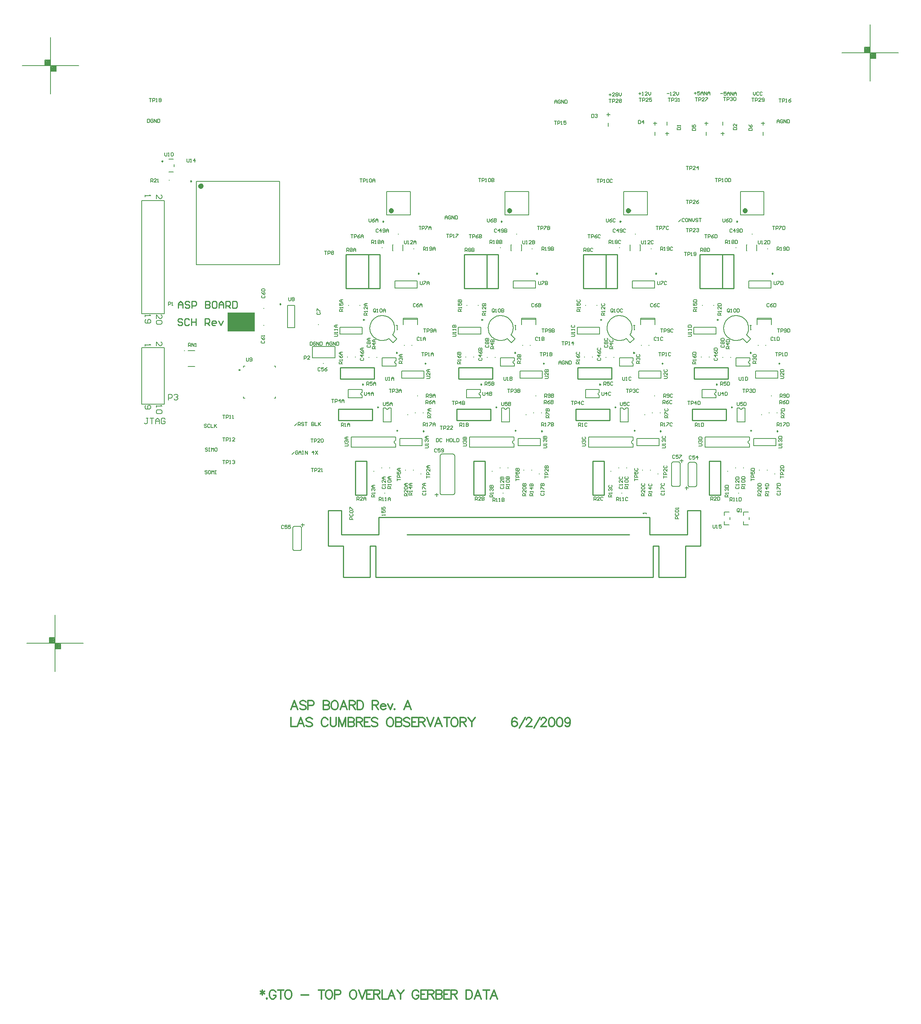
<source format=gto>
%FSLAX23Y23*%
%MOIN*%
G70*
G01*
G75*
G04 Layer_Color=65535*
%ADD10C,0.005*%
%ADD11R,0.050X0.050*%
%ADD12O,0.098X0.028*%
%ADD13R,0.036X0.036*%
%ADD14R,0.030X0.100*%
%ADD15R,0.014X0.060*%
%ADD16R,0.031X0.060*%
%ADD17R,0.048X0.078*%
%ADD18R,0.050X0.050*%
%ADD19O,0.033X0.008*%
%ADD20O,0.008X0.033*%
%ADD21R,0.228X0.228*%
%ADD22R,0.016X0.061*%
%ADD23R,0.074X0.062*%
%ADD24R,0.134X0.075*%
%ADD25O,0.028X0.098*%
%ADD26R,0.024X0.087*%
%ADD27R,0.061X0.016*%
%ADD28R,0.062X0.074*%
%ADD29O,0.012X0.083*%
%ADD30O,0.083X0.012*%
%ADD31R,0.014X0.049*%
%ADD32R,0.036X0.028*%
%ADD33O,0.061X0.010*%
%ADD34O,0.010X0.061*%
%ADD35R,0.045X0.017*%
%ADD36R,0.100X0.100*%
%ADD37C,0.040*%
%ADD38C,0.025*%
%ADD39C,0.010*%
%ADD40C,0.012*%
%ADD41R,1.181X0.787*%
%ADD42C,0.008*%
%ADD43C,0.012*%
%ADD44C,0.012*%
%ADD45C,0.050*%
%ADD46C,0.026*%
%ADD47P,0.057X4X247.5*%
%ADD48C,0.080*%
%ADD49C,0.020*%
%ADD50R,0.060X0.060*%
%ADD51C,0.060*%
%ADD52R,0.060X0.060*%
%ADD53C,0.059*%
%ADD54R,0.059X0.059*%
%ADD55R,0.059X0.059*%
%ADD56C,0.236*%
%ADD57C,0.024*%
%ADD58C,0.040*%
%ADD59C,0.100*%
%ADD60C,0.045*%
%ADD61C,0.033*%
%ADD62C,0.072*%
%ADD63C,0.030*%
%ADD64C,0.055*%
G04:AMPARAMS|DCode=65|XSize=95.433mil|YSize=95.433mil|CornerRadius=0mil|HoleSize=0mil|Usage=FLASHONLY|Rotation=0.000|XOffset=0mil|YOffset=0mil|HoleType=Round|Shape=Relief|Width=10mil|Gap=10mil|Entries=4|*
%AMTHD65*
7,0,0,0.095,0.075,0.010,45*
%
%ADD65THD65*%
G04:AMPARAMS|DCode=66|XSize=112mil|YSize=112mil|CornerRadius=0mil|HoleSize=0mil|Usage=FLASHONLY|Rotation=0.000|XOffset=0mil|YOffset=0mil|HoleType=Round|Shape=Relief|Width=10mil|Gap=10mil|Entries=4|*
%AMTHD66*
7,0,0,0.112,0.092,0.010,45*
%
%ADD66THD66*%
%ADD67C,0.138*%
G04:AMPARAMS|DCode=68|XSize=70mil|YSize=70mil|CornerRadius=0mil|HoleSize=0mil|Usage=FLASHONLY|Rotation=0.000|XOffset=0mil|YOffset=0mil|HoleType=Round|Shape=Relief|Width=10mil|Gap=10mil|Entries=4|*
%AMTHD68*
7,0,0,0.070,0.050,0.010,45*
%
%ADD68THD68*%
%ADD69C,0.030*%
G04:AMPARAMS|DCode=70|XSize=85mil|YSize=85mil|CornerRadius=0mil|HoleSize=0mil|Usage=FLASHONLY|Rotation=0.000|XOffset=0mil|YOffset=0mil|HoleType=Round|Shape=Relief|Width=10mil|Gap=10mil|Entries=4|*
%AMTHD70*
7,0,0,0.085,0.065,0.010,45*
%
%ADD70THD70*%
%ADD71R,0.078X0.048*%
%ADD72R,0.060X0.086*%
%ADD73R,0.086X0.060*%
%ADD74R,0.075X0.063*%
%ADD75R,0.044X0.096*%
%ADD76R,1.181X0.787*%
%ADD77C,0.010*%
%ADD78C,0.010*%
%ADD79C,0.008*%
%ADD80C,0.024*%
%ADD81C,0.004*%
%ADD82C,0.006*%
%ADD83C,0.007*%
%ADD84R,0.240X0.165*%
D10*
X11965Y11900D02*
X11960Y11895D01*
Y11885D01*
X11965Y11880D01*
X11985D01*
X11990Y11885D01*
Y11895D01*
X11985Y11900D01*
X11960Y11930D02*
X11965Y11920D01*
X11975Y11910D01*
X11985D01*
X11990Y11915D01*
Y11925D01*
X11985Y11930D01*
X11980D01*
X11975Y11925D01*
Y11910D01*
X11990Y11940D02*
Y11950D01*
Y11945D01*
X11960D01*
X11965Y11940D01*
X11968Y12300D02*
X11963Y12295D01*
Y12285D01*
X11968Y12280D01*
X11988D01*
X11993Y12285D01*
Y12295D01*
X11988Y12300D01*
X11963Y12330D02*
X11968Y12320D01*
X11978Y12310D01*
X11988D01*
X11993Y12315D01*
Y12325D01*
X11988Y12330D01*
X11983D01*
X11978Y12325D01*
Y12310D01*
X11968Y12340D02*
X11963Y12345D01*
Y12355D01*
X11968Y12360D01*
X11988D01*
X11993Y12355D01*
Y12345D01*
X11988Y12340D01*
X11968D01*
X15955Y10274D02*
Y10249D01*
X15960Y10244D01*
X15970D01*
X15975Y10249D01*
Y10274D01*
X15985Y10244D02*
X15995D01*
X15990D01*
Y10274D01*
X15985Y10269D01*
X16030Y10274D02*
X16010D01*
Y10259D01*
X16020Y10264D01*
X16025D01*
X16030Y10259D01*
Y10249D01*
X16025Y10244D01*
X16015D01*
X16010Y10249D01*
X16190Y10393D02*
Y10413D01*
X16185Y10418D01*
X16175D01*
X16170Y10413D01*
Y10393D01*
X16175Y10388D01*
X16185D01*
X16180Y10398D02*
X16190Y10388D01*
X16185D02*
X16190Y10393D01*
X16200Y10388D02*
X16210D01*
X16205D01*
Y10418D01*
X16200Y10413D01*
X15619Y10887D02*
X15614Y10892D01*
X15604D01*
X15599Y10887D01*
Y10867D01*
X15604Y10862D01*
X15614D01*
X15619Y10867D01*
X15649Y10892D02*
X15629D01*
Y10877D01*
X15639Y10882D01*
X15644D01*
X15649Y10877D01*
Y10867D01*
X15644Y10862D01*
X15634D01*
X15629Y10867D01*
X15659Y10892D02*
X15679D01*
Y10887D01*
X15659Y10867D01*
Y10862D01*
X12159Y10265D02*
X12154Y10270D01*
X12144D01*
X12139Y10265D01*
Y10245D01*
X12144Y10240D01*
X12154D01*
X12159Y10245D01*
X12189Y10270D02*
X12169D01*
Y10255D01*
X12179Y10260D01*
X12184D01*
X12189Y10255D01*
Y10245D01*
X12184Y10240D01*
X12174D01*
X12169Y10245D01*
X12219Y10270D02*
X12199D01*
Y10255D01*
X12209Y10260D01*
X12214D01*
X12219Y10255D01*
Y10245D01*
X12214Y10240D01*
X12204D01*
X12199Y10245D01*
X11828Y11750D02*
Y11725D01*
X11833Y11720D01*
X11843D01*
X11848Y11725D01*
Y11750D01*
X11858Y11725D02*
X11863Y11720D01*
X11873D01*
X11878Y11725D01*
Y11745D01*
X11873Y11750D01*
X11863D01*
X11858Y11745D01*
Y11740D01*
X11863Y11735D01*
X11878D01*
X10981Y13303D02*
Y13333D01*
X10996D01*
X11001Y13328D01*
Y13318D01*
X10996Y13313D01*
X10981D01*
X10991D02*
X11001Y13303D01*
X11031D02*
X11011D01*
X11031Y13323D01*
Y13328D01*
X11026Y13333D01*
X11016D01*
X11011Y13328D01*
X11041Y13303D02*
X11051D01*
X11046D01*
Y13333D01*
X11041Y13328D01*
X12481Y11659D02*
X12476Y11664D01*
X12466D01*
X12461Y11659D01*
Y11639D01*
X12466Y11634D01*
X12476D01*
X12481Y11639D01*
X12511Y11664D02*
X12491D01*
Y11649D01*
X12501Y11654D01*
X12506D01*
X12511Y11649D01*
Y11639D01*
X12506Y11634D01*
X12496D01*
X12491Y11639D01*
X12541Y11664D02*
X12531Y11659D01*
X12521Y11649D01*
Y11639D01*
X12526Y11634D01*
X12536D01*
X12541Y11639D01*
Y11644D01*
X12536Y11649D01*
X12521D01*
X11304Y13510D02*
Y13485D01*
X11309Y13480D01*
X11319D01*
X11324Y13485D01*
Y13510D01*
X11334Y13480D02*
X11344D01*
X11339D01*
Y13510D01*
X11334Y13505D01*
X11374Y13480D02*
Y13510D01*
X11359Y13495D01*
X11379D01*
X16537Y10953D02*
X16562D01*
X16567Y10958D01*
Y10968D01*
X16562Y10973D01*
X16537D01*
X16567Y10983D02*
Y10993D01*
Y10988D01*
X16537D01*
X16542Y10983D01*
Y11008D02*
X16537Y11013D01*
Y11023D01*
X16542Y11028D01*
X16547D01*
X16552Y11023D01*
Y11018D01*
Y11023D01*
X16557Y11028D01*
X16562D01*
X16567Y11023D01*
Y11013D01*
X16562Y11008D01*
X16537Y11038D02*
X16567D01*
Y11053D01*
X16562Y11058D01*
X16542D01*
X16537Y11053D01*
Y11038D01*
X15506Y10953D02*
X15531D01*
X15536Y10958D01*
Y10968D01*
X15531Y10973D01*
X15506D01*
X15536Y10983D02*
Y10993D01*
Y10988D01*
X15506D01*
X15511Y10983D01*
Y11008D02*
X15506Y11013D01*
Y11023D01*
X15511Y11028D01*
X15516D01*
X15521Y11023D01*
Y11018D01*
Y11023D01*
X15526Y11028D01*
X15531D01*
X15536Y11023D01*
Y11013D01*
X15531Y11008D01*
X15511Y11058D02*
X15506Y11053D01*
Y11043D01*
X15511Y11038D01*
X15531D01*
X15536Y11043D01*
Y11053D01*
X15531Y11058D01*
X14455Y10953D02*
X14480D01*
X14485Y10958D01*
Y10968D01*
X14480Y10973D01*
X14455D01*
X14485Y10983D02*
Y10993D01*
Y10988D01*
X14455D01*
X14460Y10983D01*
Y11008D02*
X14455Y11013D01*
Y11023D01*
X14460Y11028D01*
X14465D01*
X14470Y11023D01*
Y11018D01*
Y11023D01*
X14475Y11028D01*
X14480D01*
X14485Y11023D01*
Y11013D01*
X14480Y11008D01*
X14455Y11038D02*
X14485D01*
Y11053D01*
X14480Y11058D01*
X14475D01*
X14470Y11053D01*
Y11038D01*
Y11053D01*
X14465Y11058D01*
X14460D01*
X14455Y11053D01*
Y11038D01*
X13408Y10953D02*
X13433D01*
X13438Y10958D01*
Y10968D01*
X13433Y10973D01*
X13408D01*
X13438Y10983D02*
Y10993D01*
Y10988D01*
X13408D01*
X13413Y10983D01*
Y11008D02*
X13408Y11013D01*
Y11023D01*
X13413Y11028D01*
X13418D01*
X13423Y11023D01*
Y11018D01*
Y11023D01*
X13428Y11028D01*
X13433D01*
X13438Y11023D01*
Y11013D01*
X13433Y11008D01*
X13438Y11038D02*
X13418D01*
X13408Y11048D01*
X13418Y11058D01*
X13438D01*
X13423D01*
Y11038D01*
X16355Y12788D02*
Y12763D01*
X16360Y12758D01*
X16370D01*
X16375Y12763D01*
Y12788D01*
X16385Y12758D02*
X16395D01*
X16390D01*
Y12788D01*
X16385Y12783D01*
X16430Y12758D02*
X16410D01*
X16430Y12778D01*
Y12783D01*
X16425Y12788D01*
X16415D01*
X16410Y12783D01*
X16440Y12788D02*
Y12758D01*
X16455D01*
X16460Y12763D01*
Y12783D01*
X16455Y12788D01*
X16440D01*
X15324D02*
Y12763D01*
X15329Y12758D01*
X15339D01*
X15344Y12763D01*
Y12788D01*
X15354Y12758D02*
X15364D01*
X15359D01*
Y12788D01*
X15354Y12783D01*
X15399Y12758D02*
X15379D01*
X15399Y12778D01*
Y12783D01*
X15394Y12788D01*
X15384D01*
X15379Y12783D01*
X15429D02*
X15424Y12788D01*
X15414D01*
X15409Y12783D01*
Y12763D01*
X15414Y12758D01*
X15424D01*
X15429Y12763D01*
X14273Y12788D02*
Y12763D01*
X14278Y12758D01*
X14288D01*
X14293Y12763D01*
Y12788D01*
X14303Y12758D02*
X14313D01*
X14308D01*
Y12788D01*
X14303Y12783D01*
X14348Y12758D02*
X14328D01*
X14348Y12778D01*
Y12783D01*
X14343Y12788D01*
X14333D01*
X14328Y12783D01*
X14358Y12788D02*
Y12758D01*
X14373D01*
X14378Y12763D01*
Y12768D01*
X14373Y12773D01*
X14358D01*
X14373D01*
X14378Y12778D01*
Y12783D01*
X14373Y12788D01*
X14358D01*
X13226D02*
Y12763D01*
X13231Y12758D01*
X13240D01*
X13245Y12763D01*
Y12788D01*
X13255Y12758D02*
X13265D01*
X13260D01*
Y12788D01*
X13255Y12783D01*
X13300Y12758D02*
X13280D01*
X13300Y12778D01*
Y12783D01*
X13295Y12788D01*
X13285D01*
X13280Y12783D01*
X13310Y12758D02*
Y12778D01*
X13320Y12788D01*
X13330Y12778D01*
Y12758D01*
Y12773D01*
X13310D01*
X15735Y11940D02*
X15760D01*
X15765Y11945D01*
Y11955D01*
X15760Y11960D01*
X15735D01*
X15765Y11970D02*
Y11980D01*
Y11975D01*
X15735D01*
X15740Y11970D01*
X15765Y11995D02*
Y12005D01*
Y12000D01*
X15735D01*
X15740Y11995D01*
X15735Y12020D02*
X15765D01*
Y12035D01*
X15760Y12040D01*
X15740D01*
X15735Y12035D01*
Y12020D01*
X14704Y11940D02*
X14729D01*
X14734Y11945D01*
Y11955D01*
X14729Y11960D01*
X14704D01*
X14734Y11970D02*
Y11980D01*
Y11975D01*
X14704D01*
X14709Y11970D01*
X14734Y11995D02*
Y12005D01*
Y12000D01*
X14704D01*
X14709Y11995D01*
Y12040D02*
X14704Y12035D01*
Y12025D01*
X14709Y12020D01*
X14729D01*
X14734Y12025D01*
Y12035D01*
X14729Y12040D01*
X13653Y11940D02*
X13678D01*
X13683Y11945D01*
Y11955D01*
X13678Y11960D01*
X13653D01*
X13683Y11970D02*
Y11980D01*
Y11975D01*
X13653D01*
X13658Y11970D01*
X13683Y11995D02*
Y12005D01*
Y12000D01*
X13653D01*
X13658Y11995D01*
X13653Y12020D02*
X13683D01*
Y12035D01*
X13678Y12040D01*
X13673D01*
X13668Y12035D01*
Y12020D01*
Y12035D01*
X13663Y12040D01*
X13658D01*
X13653Y12035D01*
Y12020D01*
X12606Y11940D02*
X12631D01*
X12636Y11945D01*
Y11955D01*
X12631Y11960D01*
X12606D01*
X12636Y11970D02*
Y11980D01*
Y11975D01*
X12606D01*
X12611Y11970D01*
X12636Y11995D02*
Y12005D01*
Y12000D01*
X12606D01*
X12611Y11995D01*
X12636Y12020D02*
X12616D01*
X12606Y12030D01*
X12616Y12040D01*
X12636D01*
X12621D01*
Y12020D01*
X11107Y13565D02*
Y13540D01*
X11112Y13535D01*
X11122D01*
X11127Y13540D01*
Y13565D01*
X11137Y13535D02*
X11147D01*
X11142D01*
Y13565D01*
X11137Y13560D01*
X11162D02*
X11167Y13565D01*
X11177D01*
X11182Y13560D01*
Y13540D01*
X11177Y13535D01*
X11167D01*
X11162Y13540D01*
Y13560D01*
X12202Y12285D02*
Y12260D01*
X12207Y12255D01*
X12217D01*
X12222Y12260D01*
Y12285D01*
X12232Y12280D02*
X12237Y12285D01*
X12247D01*
X12252Y12280D01*
Y12275D01*
X12247Y12270D01*
X12252Y12265D01*
Y12260D01*
X12247Y12255D01*
X12237D01*
X12232Y12260D01*
Y12265D01*
X12237Y12270D01*
X12232Y12275D01*
Y12280D01*
X12237Y12270D02*
X12247D01*
X16496Y12427D02*
Y12402D01*
X16501Y12397D01*
X16511D01*
X16516Y12402D01*
Y12427D01*
X16526D02*
X16546D01*
Y12422D01*
X16526Y12402D01*
Y12397D01*
X16556Y12427D02*
Y12397D01*
X16571D01*
X16576Y12402D01*
Y12422D01*
X16571Y12427D01*
X16556D01*
X15465D02*
Y12402D01*
X15470Y12397D01*
X15480D01*
X15485Y12402D01*
Y12427D01*
X15495D02*
X15515D01*
Y12422D01*
X15495Y12402D01*
Y12397D01*
X15545Y12422D02*
X15540Y12427D01*
X15530D01*
X15525Y12422D01*
Y12402D01*
X15530Y12397D01*
X15540D01*
X15545Y12402D01*
X14414Y12427D02*
Y12402D01*
X14419Y12397D01*
X14429D01*
X14434Y12402D01*
Y12427D01*
X14444D02*
X14464D01*
Y12422D01*
X14444Y12402D01*
Y12397D01*
X14474Y12427D02*
Y12397D01*
X14489D01*
X14494Y12402D01*
Y12407D01*
X14489Y12412D01*
X14474D01*
X14489D01*
X14494Y12417D01*
Y12422D01*
X14489Y12427D01*
X14474D01*
X13367D02*
Y12402D01*
X13372Y12397D01*
X13381D01*
X13386Y12402D01*
Y12427D01*
X13396D02*
X13416D01*
Y12422D01*
X13396Y12402D01*
Y12397D01*
X13426D02*
Y12417D01*
X13436Y12427D01*
X13446Y12417D01*
Y12397D01*
Y12412D01*
X13426D01*
X16042Y12981D02*
Y12956D01*
X16047Y12951D01*
X16057D01*
X16062Y12956D01*
Y12981D01*
X16092D02*
X16082Y12976D01*
X16072Y12966D01*
Y12956D01*
X16077Y12951D01*
X16087D01*
X16092Y12956D01*
Y12961D01*
X16087Y12966D01*
X16072D01*
X16102Y12981D02*
Y12951D01*
X16117D01*
X16122Y12956D01*
Y12976D01*
X16117Y12981D01*
X16102D01*
X15011D02*
Y12956D01*
X15016Y12951D01*
X15026D01*
X15031Y12956D01*
Y12981D01*
X15061D02*
X15051Y12976D01*
X15041Y12966D01*
Y12956D01*
X15046Y12951D01*
X15056D01*
X15061Y12956D01*
Y12961D01*
X15056Y12966D01*
X15041D01*
X15091Y12976D02*
X15086Y12981D01*
X15076D01*
X15071Y12976D01*
Y12956D01*
X15076Y12951D01*
X15086D01*
X15091Y12956D01*
X12913Y12981D02*
Y12956D01*
X12918Y12951D01*
X12927D01*
X12932Y12956D01*
Y12981D01*
X12962D02*
X12952Y12976D01*
X12942Y12966D01*
Y12956D01*
X12947Y12951D01*
X12957D01*
X12962Y12956D01*
Y12961D01*
X12957Y12966D01*
X12942D01*
X12972Y12951D02*
Y12971D01*
X12982Y12981D01*
X12992Y12971D01*
Y12951D01*
Y12966D01*
X12972D01*
X16168Y11358D02*
Y11333D01*
X16173Y11328D01*
X16183D01*
X16188Y11333D01*
Y11358D01*
X16218D02*
X16198D01*
Y11343D01*
X16208Y11348D01*
X16213D01*
X16218Y11343D01*
Y11333D01*
X16213Y11328D01*
X16203D01*
X16198Y11333D01*
X16228Y11358D02*
Y11328D01*
X16243D01*
X16248Y11333D01*
Y11353D01*
X16243Y11358D01*
X16228D01*
X15137D02*
Y11333D01*
X15142Y11328D01*
X15152D01*
X15157Y11333D01*
Y11358D01*
X15187D02*
X15167D01*
Y11343D01*
X15177Y11348D01*
X15182D01*
X15187Y11343D01*
Y11333D01*
X15182Y11328D01*
X15172D01*
X15167Y11333D01*
X15217Y11353D02*
X15212Y11358D01*
X15202D01*
X15197Y11353D01*
Y11333D01*
X15202Y11328D01*
X15212D01*
X15217Y11333D01*
X14086Y11358D02*
Y11333D01*
X14091Y11328D01*
X14101D01*
X14106Y11333D01*
Y11358D01*
X14136D02*
X14116D01*
Y11343D01*
X14126Y11348D01*
X14131D01*
X14136Y11343D01*
Y11333D01*
X14131Y11328D01*
X14121D01*
X14116Y11333D01*
X14146Y11358D02*
Y11328D01*
X14161D01*
X14166Y11333D01*
Y11338D01*
X14161Y11343D01*
X14146D01*
X14161D01*
X14166Y11348D01*
Y11353D01*
X14161Y11358D01*
X14146D01*
X13039D02*
Y11333D01*
X13044Y11328D01*
X13053D01*
X13058Y11333D01*
Y11358D01*
X13088D02*
X13068D01*
Y11343D01*
X13078Y11348D01*
X13083D01*
X13088Y11343D01*
Y11333D01*
X13083Y11328D01*
X13073D01*
X13068Y11333D01*
X13098Y11328D02*
Y11348D01*
X13108Y11358D01*
X13118Y11348D01*
Y11328D01*
Y11343D01*
X13098D01*
X16002Y11448D02*
Y11423D01*
X16007Y11418D01*
X16017D01*
X16022Y11423D01*
Y11448D01*
X16047Y11418D02*
Y11448D01*
X16032Y11433D01*
X16052D01*
X16062Y11448D02*
Y11418D01*
X16077D01*
X16082Y11423D01*
Y11443D01*
X16077Y11448D01*
X16062D01*
X14971D02*
Y11423D01*
X14976Y11418D01*
X14986D01*
X14991Y11423D01*
Y11448D01*
X15016Y11418D02*
Y11448D01*
X15001Y11433D01*
X15021D01*
X15051Y11443D02*
X15046Y11448D01*
X15036D01*
X15031Y11443D01*
Y11423D01*
X15036Y11418D01*
X15046D01*
X15051Y11423D01*
X13920Y11448D02*
Y11423D01*
X13925Y11418D01*
X13935D01*
X13940Y11423D01*
Y11448D01*
X13965Y11418D02*
Y11448D01*
X13950Y11433D01*
X13970D01*
X13980Y11448D02*
Y11418D01*
X13995D01*
X14000Y11423D01*
Y11428D01*
X13995Y11433D01*
X13980D01*
X13995D01*
X14000Y11438D01*
Y11443D01*
X13995Y11448D01*
X13980D01*
X12873D02*
Y11423D01*
X12878Y11418D01*
X12887D01*
X12892Y11423D01*
Y11448D01*
X12917Y11418D02*
Y11448D01*
X12902Y11433D01*
X12922D01*
X12932Y11418D02*
Y11438D01*
X12942Y11448D01*
X12952Y11438D01*
Y11418D01*
Y11433D01*
X12932D01*
X15829Y10969D02*
X15854D01*
X15859Y10974D01*
Y10984D01*
X15854Y10989D01*
X15829D01*
X15834Y10999D02*
X15829Y11004D01*
Y11014D01*
X15834Y11019D01*
X15839D01*
X15844Y11014D01*
Y11009D01*
Y11014D01*
X15849Y11019D01*
X15854D01*
X15859Y11014D01*
Y11004D01*
X15854Y10999D01*
X15829Y11029D02*
X15859D01*
Y11044D01*
X15854Y11049D01*
X15834D01*
X15829Y11044D01*
Y11029D01*
X14798Y10969D02*
X14823D01*
X14828Y10974D01*
Y10984D01*
X14823Y10989D01*
X14798D01*
X14803Y10999D02*
X14798Y11004D01*
Y11014D01*
X14803Y11019D01*
X14808D01*
X14813Y11014D01*
Y11009D01*
Y11014D01*
X14818Y11019D01*
X14823D01*
X14828Y11014D01*
Y11004D01*
X14823Y10999D01*
X14803Y11049D02*
X14798Y11044D01*
Y11034D01*
X14803Y11029D01*
X14823D01*
X14828Y11034D01*
Y11044D01*
X14823Y11049D01*
X13747Y10969D02*
X13772D01*
X13777Y10974D01*
Y10984D01*
X13772Y10989D01*
X13747D01*
X13752Y10999D02*
X13747Y11004D01*
Y11014D01*
X13752Y11019D01*
X13757D01*
X13762Y11014D01*
Y11009D01*
Y11014D01*
X13767Y11019D01*
X13772D01*
X13777Y11014D01*
Y11004D01*
X13772Y10999D01*
X13747Y11029D02*
X13777D01*
Y11044D01*
X13772Y11049D01*
X13767D01*
X13762Y11044D01*
Y11029D01*
Y11044D01*
X13757Y11049D01*
X13752D01*
X13747Y11044D01*
Y11029D01*
X12700Y10969D02*
X12725D01*
X12730Y10974D01*
Y10984D01*
X12725Y10989D01*
X12700D01*
X12705Y10999D02*
X12700Y11004D01*
Y11014D01*
X12705Y11019D01*
X12710D01*
X12715Y11014D01*
Y11009D01*
Y11014D01*
X12720Y11019D01*
X12725D01*
X12730Y11014D01*
Y11004D01*
X12725Y10999D01*
X12730Y11029D02*
X12710D01*
X12700Y11039D01*
X12710Y11049D01*
X12730D01*
X12715D01*
Y11029D01*
X16552Y11568D02*
X16577D01*
X16582Y11573D01*
Y11583D01*
X16577Y11588D01*
X16552D01*
X16582Y11618D02*
Y11598D01*
X16562Y11618D01*
X16557D01*
X16552Y11613D01*
Y11603D01*
X16557Y11598D01*
X16552Y11628D02*
X16582D01*
Y11643D01*
X16577Y11648D01*
X16557D01*
X16552Y11643D01*
Y11628D01*
X15521Y11568D02*
X15546D01*
X15551Y11573D01*
Y11583D01*
X15546Y11588D01*
X15521D01*
X15551Y11618D02*
Y11598D01*
X15531Y11618D01*
X15526D01*
X15521Y11613D01*
Y11603D01*
X15526Y11598D01*
Y11648D02*
X15521Y11643D01*
Y11633D01*
X15526Y11628D01*
X15546D01*
X15551Y11633D01*
Y11643D01*
X15546Y11648D01*
X14470Y11568D02*
X14495D01*
X14500Y11573D01*
Y11583D01*
X14495Y11588D01*
X14470D01*
X14500Y11618D02*
Y11598D01*
X14480Y11618D01*
X14475D01*
X14470Y11613D01*
Y11603D01*
X14475Y11598D01*
X14470Y11628D02*
X14500D01*
Y11643D01*
X14495Y11648D01*
X14490D01*
X14485Y11643D01*
Y11628D01*
Y11643D01*
X14480Y11648D01*
X14475D01*
X14470Y11643D01*
Y11628D01*
X13423Y11568D02*
X13448D01*
X13453Y11573D01*
Y11583D01*
X13448Y11588D01*
X13423D01*
X13453Y11618D02*
Y11598D01*
X13433Y11618D01*
X13428D01*
X13423Y11613D01*
Y11603D01*
X13428Y11598D01*
X13453Y11628D02*
X13433D01*
X13423Y11638D01*
X13433Y11648D01*
X13453D01*
X13438D01*
Y11628D01*
X16187Y11582D02*
Y11557D01*
X16192Y11552D01*
X16202D01*
X16207Y11557D01*
Y11582D01*
X16217Y11552D02*
X16227D01*
X16222D01*
Y11582D01*
X16217Y11577D01*
X16242Y11582D02*
Y11552D01*
X16257D01*
X16262Y11557D01*
Y11577D01*
X16257Y11582D01*
X16242D01*
X15156D02*
Y11557D01*
X15161Y11552D01*
X15171D01*
X15176Y11557D01*
Y11582D01*
X15186Y11552D02*
X15196D01*
X15191D01*
Y11582D01*
X15186Y11577D01*
X15231D02*
X15226Y11582D01*
X15216D01*
X15211Y11577D01*
Y11557D01*
X15216Y11552D01*
X15226D01*
X15231Y11557D01*
X14105Y11582D02*
Y11557D01*
X14110Y11552D01*
X14120D01*
X14125Y11557D01*
Y11582D01*
X14135Y11552D02*
X14145D01*
X14140D01*
Y11582D01*
X14135Y11577D01*
X14160Y11582D02*
Y11552D01*
X14175D01*
X14180Y11557D01*
Y11562D01*
X14175Y11567D01*
X14160D01*
X14175D01*
X14180Y11572D01*
Y11577D01*
X14175Y11582D01*
X14160D01*
X13058D02*
Y11557D01*
X13063Y11552D01*
X13072D01*
X13077Y11557D01*
Y11582D01*
X13087Y11552D02*
X13097D01*
X13092D01*
Y11582D01*
X13087Y11577D01*
X13112Y11552D02*
Y11572D01*
X13122Y11582D01*
X13132Y11572D01*
Y11552D01*
Y11567D01*
X13112D01*
X15560Y14046D02*
X15580D01*
X15570D01*
Y14016D01*
X15590D02*
Y14046D01*
X15605D01*
X15610Y14041D01*
Y14031D01*
X15605Y14026D01*
X15590D01*
X15620Y14041D02*
X15625Y14046D01*
X15635D01*
X15640Y14041D01*
Y14036D01*
X15635Y14031D01*
X15630D01*
X15635D01*
X15640Y14026D01*
Y14021D01*
X15635Y14016D01*
X15625D01*
X15620Y14021D01*
X15650Y14016D02*
X15660D01*
X15655D01*
Y14046D01*
X15650Y14041D01*
X16048Y14054D02*
X16068D01*
X16058D01*
Y14024D01*
X16078D02*
Y14054D01*
X16093D01*
X16098Y14049D01*
Y14039D01*
X16093Y14034D01*
X16078D01*
X16108Y14049D02*
X16113Y14054D01*
X16123D01*
X16128Y14049D01*
Y14044D01*
X16123Y14039D01*
X16118D01*
X16123D01*
X16128Y14034D01*
Y14029D01*
X16123Y14024D01*
X16113D01*
X16108Y14029D01*
X16138Y14049D02*
X16143Y14054D01*
X16153D01*
X16158Y14049D01*
Y14029D01*
X16153Y14024D01*
X16143D01*
X16138Y14029D01*
Y14049D01*
X16300Y14046D02*
X16320D01*
X16310D01*
Y14016D01*
X16330D02*
Y14046D01*
X16345D01*
X16350Y14041D01*
Y14031D01*
X16345Y14026D01*
X16330D01*
X16380Y14016D02*
X16360D01*
X16380Y14036D01*
Y14041D01*
X16375Y14046D01*
X16365D01*
X16360Y14041D01*
X16390Y14021D02*
X16395Y14016D01*
X16405D01*
X16410Y14021D01*
Y14041D01*
X16405Y14046D01*
X16395D01*
X16390Y14041D01*
Y14036D01*
X16395Y14031D01*
X16410D01*
X15036Y14038D02*
X15056D01*
X15046D01*
Y14008D01*
X15066D02*
Y14038D01*
X15081D01*
X15086Y14033D01*
Y14023D01*
X15081Y14018D01*
X15066D01*
X15116Y14008D02*
X15096D01*
X15116Y14028D01*
Y14033D01*
X15111Y14038D01*
X15101D01*
X15096Y14033D01*
X15126D02*
X15131Y14038D01*
X15141D01*
X15146Y14033D01*
Y14028D01*
X15141Y14023D01*
X15146Y14018D01*
Y14013D01*
X15141Y14008D01*
X15131D01*
X15126Y14013D01*
Y14018D01*
X15131Y14023D01*
X15126Y14028D01*
Y14033D01*
X15131Y14023D02*
X15141D01*
X15800Y14050D02*
X15820D01*
X15810D01*
Y14020D01*
X15830D02*
Y14050D01*
X15845D01*
X15850Y14045D01*
Y14035D01*
X15845Y14030D01*
X15830D01*
X15880Y14020D02*
X15860D01*
X15880Y14040D01*
Y14045D01*
X15875Y14050D01*
X15865D01*
X15860Y14045D01*
X15890Y14050D02*
X15910D01*
Y14045D01*
X15890Y14025D01*
Y14020D01*
X15720Y13144D02*
X15740D01*
X15730D01*
Y13114D01*
X15750D02*
Y13144D01*
X15765D01*
X15770Y13139D01*
Y13129D01*
X15765Y13124D01*
X15750D01*
X15800Y13114D02*
X15780D01*
X15800Y13134D01*
Y13139D01*
X15795Y13144D01*
X15785D01*
X15780Y13139D01*
X15830Y13144D02*
X15820Y13139D01*
X15810Y13129D01*
Y13119D01*
X15815Y13114D01*
X15825D01*
X15830Y13119D01*
Y13124D01*
X15825Y13129D01*
X15810D01*
X15304Y14046D02*
X15324D01*
X15314D01*
Y14016D01*
X15334D02*
Y14046D01*
X15349D01*
X15354Y14041D01*
Y14031D01*
X15349Y14026D01*
X15334D01*
X15384Y14016D02*
X15364D01*
X15384Y14036D01*
Y14041D01*
X15379Y14046D01*
X15369D01*
X15364Y14041D01*
X15414Y14046D02*
X15394D01*
Y14031D01*
X15404Y14036D01*
X15409D01*
X15414Y14031D01*
Y14021D01*
X15409Y14016D01*
X15399D01*
X15394Y14021D01*
X15720Y13444D02*
X15740D01*
X15730D01*
Y13414D01*
X15750D02*
Y13444D01*
X15765D01*
X15770Y13439D01*
Y13429D01*
X15765Y13424D01*
X15750D01*
X15800Y13414D02*
X15780D01*
X15800Y13434D01*
Y13439D01*
X15795Y13444D01*
X15785D01*
X15780Y13439D01*
X15825Y13414D02*
Y13444D01*
X15810Y13429D01*
X15830D01*
X15720Y12894D02*
X15740D01*
X15730D01*
Y12864D01*
X15750D02*
Y12894D01*
X15765D01*
X15770Y12889D01*
Y12879D01*
X15765Y12874D01*
X15750D01*
X15800Y12864D02*
X15780D01*
X15800Y12884D01*
Y12889D01*
X15795Y12894D01*
X15785D01*
X15780Y12889D01*
X15810D02*
X15815Y12894D01*
X15825D01*
X15830Y12889D01*
Y12884D01*
X15825Y12879D01*
X15820D01*
X15825D01*
X15830Y12874D01*
Y12869D01*
X15825Y12864D01*
X15815D01*
X15810Y12869D01*
X13544Y11148D02*
X13564D01*
X13554D01*
Y11118D01*
X13574D02*
Y11148D01*
X13589D01*
X13594Y11143D01*
Y11133D01*
X13589Y11128D01*
X13574D01*
X13624Y11118D02*
X13604D01*
X13624Y11138D01*
Y11143D01*
X13619Y11148D01*
X13609D01*
X13604Y11143D01*
X13654Y11118D02*
X13634D01*
X13654Y11138D01*
Y11143D01*
X13649Y11148D01*
X13639D01*
X13634Y11143D01*
X12402Y10774D02*
X12422D01*
X12412D01*
Y10744D01*
X12432D02*
Y10774D01*
X12447D01*
X12452Y10769D01*
Y10759D01*
X12447Y10754D01*
X12432D01*
X12482Y10744D02*
X12462D01*
X12482Y10764D01*
Y10769D01*
X12477Y10774D01*
X12467D01*
X12462Y10769D01*
X12492Y10744D02*
X12502D01*
X12497D01*
Y10774D01*
X12492Y10769D01*
X12398Y11034D02*
X12418D01*
X12408D01*
Y11004D01*
X12428D02*
Y11034D01*
X12443D01*
X12448Y11029D01*
Y11019D01*
X12443Y11014D01*
X12428D01*
X12478Y11004D02*
X12458D01*
X12478Y11024D01*
Y11029D01*
X12473Y11034D01*
X12463D01*
X12458Y11029D01*
X12488D02*
X12493Y11034D01*
X12503D01*
X12508Y11029D01*
Y11009D01*
X12503Y11004D01*
X12493D01*
X12488Y11009D01*
Y11029D01*
X15702Y12683D02*
X15722D01*
X15712D01*
Y12654D01*
X15732D02*
Y12683D01*
X15747D01*
X15752Y12678D01*
Y12668D01*
X15747Y12664D01*
X15732D01*
X15762Y12654D02*
X15772D01*
X15767D01*
Y12683D01*
X15762Y12678D01*
X15787Y12659D02*
X15792Y12654D01*
X15802D01*
X15807Y12659D01*
Y12678D01*
X15802Y12683D01*
X15792D01*
X15787Y12678D01*
Y12673D01*
X15792Y12668D01*
X15807D01*
X10970Y14044D02*
X10990D01*
X10980D01*
Y14014D01*
X11000D02*
Y14044D01*
X11015D01*
X11020Y14039D01*
Y14029D01*
X11015Y14024D01*
X11000D01*
X11030Y14014D02*
X11040D01*
X11035D01*
Y14044D01*
X11030Y14039D01*
X11055D02*
X11060Y14044D01*
X11070D01*
X11075Y14039D01*
Y14034D01*
X11070Y14029D01*
X11075Y14024D01*
Y14019D01*
X11070Y14014D01*
X11060D01*
X11055Y14019D01*
Y14024D01*
X11060Y14029D01*
X11055Y14034D01*
Y14039D01*
X11060Y14029D02*
X11070D01*
X13599Y12845D02*
X13619D01*
X13609D01*
Y12815D01*
X13629D02*
Y12845D01*
X13644D01*
X13649Y12840D01*
Y12830D01*
X13644Y12825D01*
X13629D01*
X13659Y12815D02*
X13669D01*
X13664D01*
Y12845D01*
X13659Y12840D01*
X13684Y12845D02*
X13704D01*
Y12840D01*
X13684Y12820D01*
Y12815D01*
X16540Y14042D02*
X16560D01*
X16550D01*
Y14012D01*
X16570D02*
Y14042D01*
X16585D01*
X16590Y14037D01*
Y14027D01*
X16585Y14022D01*
X16570D01*
X16600Y14012D02*
X16610D01*
X16605D01*
Y14042D01*
X16600Y14037D01*
X16645Y14042D02*
X16635Y14037D01*
X16625Y14027D01*
Y14017D01*
X16630Y14012D01*
X16640D01*
X16645Y14017D01*
Y14022D01*
X16640Y14027D01*
X16625D01*
X14552Y13845D02*
X14572D01*
X14562D01*
Y13815D01*
X14582D02*
Y13845D01*
X14597D01*
X14602Y13840D01*
Y13830D01*
X14597Y13825D01*
X14582D01*
X14612Y13815D02*
X14622D01*
X14617D01*
Y13845D01*
X14612Y13840D01*
X14657Y13845D02*
X14637D01*
Y13830D01*
X14647Y13835D01*
X14652D01*
X14657Y13830D01*
Y13820D01*
X14652Y13815D01*
X14642D01*
X14637Y13820D01*
X14620Y11894D02*
X14640D01*
X14630D01*
Y11864D01*
X14650D02*
Y11894D01*
X14665D01*
X14670Y11889D01*
Y11879D01*
X14665Y11874D01*
X14650D01*
X14680Y11864D02*
X14690D01*
X14685D01*
Y11894D01*
X14680Y11889D01*
X14720Y11864D02*
Y11894D01*
X14705Y11879D01*
X14725D01*
X11620Y10844D02*
X11640D01*
X11630D01*
Y10814D01*
X11650D02*
Y10844D01*
X11665D01*
X11670Y10839D01*
Y10829D01*
X11665Y10824D01*
X11650D01*
X11680Y10814D02*
X11690D01*
X11685D01*
Y10844D01*
X11680Y10839D01*
X11705D02*
X11710Y10844D01*
X11720D01*
X11725Y10839D01*
Y10834D01*
X11720Y10829D01*
X11715D01*
X11720D01*
X11725Y10824D01*
Y10819D01*
X11720Y10814D01*
X11710D01*
X11705Y10819D01*
X11620Y11044D02*
X11640D01*
X11630D01*
Y11014D01*
X11650D02*
Y11044D01*
X11665D01*
X11670Y11039D01*
Y11029D01*
X11665Y11024D01*
X11650D01*
X11680Y11014D02*
X11690D01*
X11685D01*
Y11044D01*
X11680Y11039D01*
X11725Y11014D02*
X11705D01*
X11725Y11034D01*
Y11039D01*
X11720Y11044D01*
X11710D01*
X11705Y11039D01*
X11620Y11244D02*
X11640D01*
X11630D01*
Y11214D01*
X11650D02*
Y11244D01*
X11665D01*
X11670Y11239D01*
Y11229D01*
X11665Y11224D01*
X11650D01*
X11680Y11214D02*
X11690D01*
X11685D01*
Y11244D01*
X11680Y11239D01*
X11705Y11214D02*
X11715D01*
X11710D01*
Y11244D01*
X11705Y11239D01*
X15977Y13337D02*
X15997D01*
X15987D01*
Y13307D01*
X16007D02*
Y13337D01*
X16022D01*
X16027Y13332D01*
Y13322D01*
X16022Y13317D01*
X16007D01*
X16037Y13307D02*
X16047D01*
X16042D01*
Y13337D01*
X16037Y13332D01*
X16062D02*
X16067Y13337D01*
X16077D01*
X16082Y13332D01*
Y13312D01*
X16077Y13307D01*
X16067D01*
X16062Y13312D01*
Y13332D01*
X16092Y13337D02*
Y13307D01*
X16107D01*
X16112Y13312D01*
Y13332D01*
X16107Y13337D01*
X16092D01*
X14930Y13329D02*
X14950D01*
X14940D01*
Y13299D01*
X14960D02*
Y13329D01*
X14975D01*
X14980Y13324D01*
Y13314D01*
X14975Y13309D01*
X14960D01*
X14990Y13299D02*
X15000D01*
X14995D01*
Y13329D01*
X14990Y13324D01*
X15015D02*
X15020Y13329D01*
X15030D01*
X15035Y13324D01*
Y13304D01*
X15030Y13299D01*
X15020D01*
X15015Y13304D01*
Y13324D01*
X15065D02*
X15060Y13329D01*
X15050D01*
X15045Y13324D01*
Y13304D01*
X15050Y13299D01*
X15060D01*
X15065Y13304D01*
X13883Y13337D02*
X13903D01*
X13893D01*
Y13307D01*
X13913D02*
Y13337D01*
X13928D01*
X13933Y13332D01*
Y13322D01*
X13928Y13317D01*
X13913D01*
X13943Y13307D02*
X13953D01*
X13948D01*
Y13337D01*
X13943Y13332D01*
X13968D02*
X13973Y13337D01*
X13983D01*
X13988Y13332D01*
Y13312D01*
X13983Y13307D01*
X13973D01*
X13968Y13312D01*
Y13332D01*
X13998Y13337D02*
Y13307D01*
X14013D01*
X14018Y13312D01*
Y13317D01*
X14013Y13322D01*
X13998D01*
X14013D01*
X14018Y13327D01*
Y13332D01*
X14013Y13337D01*
X13998D01*
X12831Y13333D02*
X12851D01*
X12841D01*
Y13303D01*
X12861D02*
Y13333D01*
X12876D01*
X12881Y13328D01*
Y13318D01*
X12876Y13313D01*
X12861D01*
X12891Y13303D02*
X12901D01*
X12896D01*
Y13333D01*
X12891Y13328D01*
X12916D02*
X12921Y13333D01*
X12931D01*
X12936Y13328D01*
Y13308D01*
X12931Y13303D01*
X12921D01*
X12916Y13308D01*
Y13328D01*
X12946Y13303D02*
Y13323D01*
X12956Y13333D01*
X12966Y13323D01*
Y13303D01*
Y13318D01*
X12946D01*
X16525Y12006D02*
X16545D01*
X16535D01*
Y11976D01*
X16555D02*
Y12006D01*
X16570D01*
X16575Y12001D01*
Y11991D01*
X16570Y11986D01*
X16555D01*
X16585Y11981D02*
X16590Y11976D01*
X16600D01*
X16605Y11981D01*
Y12001D01*
X16600Y12006D01*
X16590D01*
X16585Y12001D01*
Y11996D01*
X16590Y11991D01*
X16605D01*
X16615Y12006D02*
Y11976D01*
X16630D01*
X16635Y11981D01*
Y12001D01*
X16630Y12006D01*
X16615D01*
X15494D02*
X15514D01*
X15504D01*
Y11976D01*
X15524D02*
Y12006D01*
X15539D01*
X15544Y12001D01*
Y11991D01*
X15539Y11986D01*
X15524D01*
X15554Y11981D02*
X15559Y11976D01*
X15569D01*
X15574Y11981D01*
Y12001D01*
X15569Y12006D01*
X15559D01*
X15554Y12001D01*
Y11996D01*
X15559Y11991D01*
X15574D01*
X15604Y12001D02*
X15599Y12006D01*
X15589D01*
X15584Y12001D01*
Y11981D01*
X15589Y11976D01*
X15599D01*
X15604Y11981D01*
X14443Y12006D02*
X14463D01*
X14453D01*
Y11976D01*
X14473D02*
Y12006D01*
X14488D01*
X14493Y12001D01*
Y11991D01*
X14488Y11986D01*
X14473D01*
X14503Y11981D02*
X14508Y11976D01*
X14518D01*
X14523Y11981D01*
Y12001D01*
X14518Y12006D01*
X14508D01*
X14503Y12001D01*
Y11996D01*
X14508Y11991D01*
X14523D01*
X14533Y12006D02*
Y11976D01*
X14548D01*
X14553Y11981D01*
Y11986D01*
X14548Y11991D01*
X14533D01*
X14548D01*
X14553Y11996D01*
Y12001D01*
X14548Y12006D01*
X14533D01*
X13396D02*
X13415D01*
X13406D01*
Y11976D01*
X13425D02*
Y12006D01*
X13440D01*
X13445Y12001D01*
Y11991D01*
X13440Y11986D01*
X13425D01*
X13455Y11981D02*
X13460Y11976D01*
X13470D01*
X13475Y11981D01*
Y12001D01*
X13470Y12006D01*
X13460D01*
X13455Y12001D01*
Y11996D01*
X13460Y11991D01*
X13475D01*
X13485Y11976D02*
Y11996D01*
X13495Y12006D01*
X13505Y11996D01*
Y11976D01*
Y11991D01*
X13485D01*
X12520Y12694D02*
X12540D01*
X12530D01*
Y12664D01*
X12550D02*
Y12694D01*
X12565D01*
X12570Y12689D01*
Y12679D01*
X12565Y12674D01*
X12550D01*
X12580Y12689D02*
X12585Y12694D01*
X12595D01*
X12600Y12689D01*
Y12684D01*
X12595Y12679D01*
X12600Y12674D01*
Y12669D01*
X12595Y12664D01*
X12585D01*
X12580Y12669D01*
Y12674D01*
X12585Y12679D01*
X12580Y12684D01*
Y12689D01*
X12585Y12679D02*
X12595D01*
X16484Y12915D02*
X16504D01*
X16494D01*
Y12885D01*
X16514D02*
Y12915D01*
X16529D01*
X16534Y12910D01*
Y12900D01*
X16529Y12895D01*
X16514D01*
X16544Y12915D02*
X16564D01*
Y12910D01*
X16544Y12890D01*
Y12885D01*
X16574Y12915D02*
Y12885D01*
X16589D01*
X16594Y12890D01*
Y12910D01*
X16589Y12915D01*
X16574D01*
X15453D02*
X15473D01*
X15463D01*
Y12885D01*
X15483D02*
Y12915D01*
X15498D01*
X15503Y12910D01*
Y12900D01*
X15498Y12895D01*
X15483D01*
X15513Y12915D02*
X15533D01*
Y12910D01*
X15513Y12890D01*
Y12885D01*
X15563Y12910D02*
X15558Y12915D01*
X15548D01*
X15543Y12910D01*
Y12890D01*
X15548Y12885D01*
X15558D01*
X15563Y12890D01*
X14402Y12915D02*
X14422D01*
X14412D01*
Y12885D01*
X14432D02*
Y12915D01*
X14447D01*
X14452Y12910D01*
Y12900D01*
X14447Y12895D01*
X14432D01*
X14462Y12915D02*
X14482D01*
Y12910D01*
X14462Y12890D01*
Y12885D01*
X14492Y12915D02*
Y12885D01*
X14507D01*
X14512Y12890D01*
Y12895D01*
X14507Y12900D01*
X14492D01*
X14507D01*
X14512Y12905D01*
Y12910D01*
X14507Y12915D01*
X14492D01*
X13355D02*
X13374D01*
X13365D01*
Y12885D01*
X13384D02*
Y12915D01*
X13399D01*
X13404Y12910D01*
Y12900D01*
X13399Y12895D01*
X13384D01*
X13414Y12915D02*
X13434D01*
Y12910D01*
X13414Y12890D01*
Y12885D01*
X13444D02*
Y12905D01*
X13454Y12915D01*
X13464Y12905D01*
Y12885D01*
Y12900D01*
X13444D01*
X15881Y12839D02*
X15901D01*
X15891D01*
Y12809D01*
X15911D02*
Y12839D01*
X15926D01*
X15931Y12834D01*
Y12824D01*
X15926Y12819D01*
X15911D01*
X15961Y12839D02*
X15951Y12834D01*
X15941Y12824D01*
Y12814D01*
X15946Y12809D01*
X15956D01*
X15961Y12814D01*
Y12819D01*
X15956Y12824D01*
X15941D01*
X15971Y12839D02*
Y12809D01*
X15986D01*
X15991Y12814D01*
Y12834D01*
X15986Y12839D01*
X15971D01*
X14850D02*
X14870D01*
X14860D01*
Y12809D01*
X14880D02*
Y12839D01*
X14895D01*
X14900Y12834D01*
Y12824D01*
X14895Y12819D01*
X14880D01*
X14930Y12839D02*
X14920Y12834D01*
X14910Y12824D01*
Y12814D01*
X14915Y12809D01*
X14925D01*
X14930Y12814D01*
Y12819D01*
X14925Y12824D01*
X14910D01*
X14960Y12834D02*
X14955Y12839D01*
X14945D01*
X14940Y12834D01*
Y12814D01*
X14945Y12809D01*
X14955D01*
X14960Y12814D01*
X13799Y12839D02*
X13819D01*
X13809D01*
Y12809D01*
X13829D02*
Y12839D01*
X13844D01*
X13849Y12834D01*
Y12824D01*
X13844Y12819D01*
X13829D01*
X13879Y12839D02*
X13869Y12834D01*
X13859Y12824D01*
Y12814D01*
X13864Y12809D01*
X13874D01*
X13879Y12814D01*
Y12819D01*
X13874Y12824D01*
X13859D01*
X13889Y12839D02*
Y12809D01*
X13904D01*
X13909Y12814D01*
Y12819D01*
X13904Y12824D01*
X13889D01*
X13904D01*
X13909Y12829D01*
Y12834D01*
X13904Y12839D01*
X13889D01*
X12752D02*
X12771D01*
X12762D01*
Y12809D01*
X12781D02*
Y12839D01*
X12796D01*
X12801Y12834D01*
Y12824D01*
X12796Y12819D01*
X12781D01*
X12831Y12839D02*
X12821Y12834D01*
X12811Y12824D01*
Y12814D01*
X12816Y12809D01*
X12826D01*
X12831Y12814D01*
Y12819D01*
X12826Y12824D01*
X12811D01*
X12841Y12809D02*
Y12829D01*
X12851Y12839D01*
X12861Y12829D01*
Y12809D01*
Y12824D01*
X12841D01*
X16293Y10665D02*
Y10685D01*
Y10675D01*
X16323D01*
Y10695D02*
X16293D01*
Y10710D01*
X16298Y10715D01*
X16308D01*
X16313Y10710D01*
Y10695D01*
X16293Y10745D02*
Y10725D01*
X16308D01*
X16303Y10735D01*
Y10740D01*
X16308Y10745D01*
X16318D01*
X16323Y10740D01*
Y10730D01*
X16318Y10725D01*
X16293Y10755D02*
X16323D01*
Y10770D01*
X16318Y10775D01*
X16298D01*
X16293Y10770D01*
Y10755D01*
X15262Y10665D02*
Y10685D01*
Y10675D01*
X15292D01*
Y10695D02*
X15262D01*
Y10710D01*
X15267Y10715D01*
X15277D01*
X15282Y10710D01*
Y10695D01*
X15262Y10745D02*
Y10725D01*
X15277D01*
X15272Y10735D01*
Y10740D01*
X15277Y10745D01*
X15287D01*
X15292Y10740D01*
Y10730D01*
X15287Y10725D01*
X15267Y10775D02*
X15262Y10770D01*
Y10760D01*
X15267Y10755D01*
X15287D01*
X15292Y10760D01*
Y10770D01*
X15287Y10775D01*
X14211Y10665D02*
Y10685D01*
Y10675D01*
X14241D01*
Y10695D02*
X14211D01*
Y10710D01*
X14216Y10715D01*
X14226D01*
X14231Y10710D01*
Y10695D01*
X14211Y10745D02*
Y10725D01*
X14226D01*
X14221Y10735D01*
Y10740D01*
X14226Y10745D01*
X14236D01*
X14241Y10740D01*
Y10730D01*
X14236Y10725D01*
X14211Y10755D02*
X14241D01*
Y10770D01*
X14236Y10775D01*
X14231D01*
X14226Y10770D01*
Y10755D01*
Y10770D01*
X14221Y10775D01*
X14216D01*
X14211Y10770D01*
Y10755D01*
X13164Y10665D02*
Y10685D01*
Y10675D01*
X13194D01*
Y10695D02*
X13164D01*
Y10710D01*
X13169Y10715D01*
X13179D01*
X13184Y10710D01*
Y10695D01*
X13164Y10745D02*
Y10725D01*
X13179D01*
X13174Y10735D01*
Y10740D01*
X13179Y10745D01*
X13189D01*
X13194Y10740D01*
Y10730D01*
X13189Y10725D01*
X13194Y10755D02*
X13174D01*
X13164Y10765D01*
X13174Y10775D01*
X13194D01*
X13179D01*
Y10755D01*
X15732Y11366D02*
X15752D01*
X15742D01*
Y11336D01*
X15762D02*
Y11366D01*
X15777D01*
X15782Y11361D01*
Y11351D01*
X15777Y11346D01*
X15762D01*
X15807Y11336D02*
Y11366D01*
X15792Y11351D01*
X15812D01*
X15822Y11366D02*
Y11336D01*
X15837D01*
X15842Y11341D01*
Y11361D01*
X15837Y11366D01*
X15822D01*
X14701D02*
X14721D01*
X14711D01*
Y11336D01*
X14731D02*
Y11366D01*
X14746D01*
X14751Y11361D01*
Y11351D01*
X14746Y11346D01*
X14731D01*
X14776Y11336D02*
Y11366D01*
X14761Y11351D01*
X14781D01*
X14811Y11361D02*
X14806Y11366D01*
X14796D01*
X14791Y11361D01*
Y11341D01*
X14796Y11336D01*
X14806D01*
X14811Y11341D01*
X13650Y11366D02*
X13670D01*
X13660D01*
Y11336D01*
X13680D02*
Y11366D01*
X13695D01*
X13700Y11361D01*
Y11351D01*
X13695Y11346D01*
X13680D01*
X13725Y11336D02*
Y11366D01*
X13710Y11351D01*
X13730D01*
X13740Y11366D02*
Y11336D01*
X13755D01*
X13760Y11341D01*
Y11346D01*
X13755Y11351D01*
X13740D01*
X13755D01*
X13760Y11356D01*
Y11361D01*
X13755Y11366D01*
X13740D01*
X12583Y11384D02*
X12603D01*
X12593D01*
Y11354D01*
X12613D02*
Y11384D01*
X12628D01*
X12633Y11379D01*
Y11369D01*
X12628Y11364D01*
X12613D01*
X12658Y11354D02*
Y11384D01*
X12643Y11369D01*
X12663D01*
X12673Y11354D02*
Y11374D01*
X12683Y11384D01*
X12693Y11374D01*
Y11354D01*
Y11369D01*
X12673D01*
X16220Y11474D02*
X16240D01*
X16230D01*
Y11444D01*
X16250D02*
Y11474D01*
X16265D01*
X16270Y11469D01*
Y11459D01*
X16265Y11454D01*
X16250D01*
X16280Y11469D02*
X16285Y11474D01*
X16295D01*
X16300Y11469D01*
Y11464D01*
X16295Y11459D01*
X16290D01*
X16295D01*
X16300Y11454D01*
Y11449D01*
X16295Y11444D01*
X16285D01*
X16280Y11449D01*
X16310Y11474D02*
Y11444D01*
X16325D01*
X16330Y11449D01*
Y11469D01*
X16325Y11474D01*
X16310D01*
X15189D02*
X15209D01*
X15199D01*
Y11444D01*
X15219D02*
Y11474D01*
X15234D01*
X15239Y11469D01*
Y11459D01*
X15234Y11454D01*
X15219D01*
X15249Y11469D02*
X15254Y11474D01*
X15264D01*
X15269Y11469D01*
Y11464D01*
X15264Y11459D01*
X15259D01*
X15264D01*
X15269Y11454D01*
Y11449D01*
X15264Y11444D01*
X15254D01*
X15249Y11449D01*
X15299Y11469D02*
X15294Y11474D01*
X15284D01*
X15279Y11469D01*
Y11449D01*
X15284Y11444D01*
X15294D01*
X15299Y11449D01*
X14138Y11474D02*
X14158D01*
X14148D01*
Y11444D01*
X14168D02*
Y11474D01*
X14183D01*
X14188Y11469D01*
Y11459D01*
X14183Y11454D01*
X14168D01*
X14198Y11469D02*
X14203Y11474D01*
X14213D01*
X14218Y11469D01*
Y11464D01*
X14213Y11459D01*
X14208D01*
X14213D01*
X14218Y11454D01*
Y11449D01*
X14213Y11444D01*
X14203D01*
X14198Y11449D01*
X14228Y11474D02*
Y11444D01*
X14243D01*
X14248Y11449D01*
Y11454D01*
X14243Y11459D01*
X14228D01*
X14243D01*
X14248Y11464D01*
Y11469D01*
X14243Y11474D01*
X14228D01*
X13091D02*
X13110D01*
X13101D01*
Y11444D01*
X13120D02*
Y11474D01*
X13135D01*
X13140Y11469D01*
Y11459D01*
X13135Y11454D01*
X13120D01*
X13150Y11469D02*
X13155Y11474D01*
X13165D01*
X13170Y11469D01*
Y11464D01*
X13165Y11459D01*
X13160D01*
X13165D01*
X13170Y11454D01*
Y11449D01*
X13165Y11444D01*
X13155D01*
X13150Y11449D01*
X13180Y11444D02*
Y11464D01*
X13190Y11474D01*
X13200Y11464D01*
Y11444D01*
Y11459D01*
X13180D01*
X16551Y10687D02*
Y10707D01*
Y10697D01*
X16581D01*
Y10717D02*
X16551D01*
Y10732D01*
X16556Y10737D01*
X16566D01*
X16571Y10732D01*
Y10717D01*
X16581Y10767D02*
Y10747D01*
X16561Y10767D01*
X16556D01*
X16551Y10762D01*
Y10752D01*
X16556Y10747D01*
X16551Y10777D02*
X16581D01*
Y10792D01*
X16576Y10797D01*
X16556D01*
X16551Y10792D01*
Y10777D01*
X15520Y10687D02*
Y10707D01*
Y10697D01*
X15550D01*
Y10717D02*
X15520D01*
Y10732D01*
X15525Y10737D01*
X15535D01*
X15540Y10732D01*
Y10717D01*
X15550Y10767D02*
Y10747D01*
X15530Y10767D01*
X15525D01*
X15520Y10762D01*
Y10752D01*
X15525Y10747D01*
Y10797D02*
X15520Y10792D01*
Y10782D01*
X15525Y10777D01*
X15545D01*
X15550Y10782D01*
Y10792D01*
X15545Y10797D01*
X14469Y10687D02*
Y10707D01*
Y10697D01*
X14499D01*
Y10717D02*
X14469D01*
Y10732D01*
X14474Y10737D01*
X14484D01*
X14489Y10732D01*
Y10717D01*
X14499Y10767D02*
Y10747D01*
X14479Y10767D01*
X14474D01*
X14469Y10762D01*
Y10752D01*
X14474Y10747D01*
X14469Y10777D02*
X14499D01*
Y10792D01*
X14494Y10797D01*
X14489D01*
X14484Y10792D01*
Y10777D01*
Y10792D01*
X14479Y10797D01*
X14474D01*
X14469Y10792D01*
Y10777D01*
X13422Y10687D02*
Y10707D01*
Y10697D01*
X13452D01*
Y10717D02*
X13422D01*
Y10732D01*
X13427Y10737D01*
X13437D01*
X13442Y10732D01*
Y10717D01*
X13452Y10767D02*
Y10747D01*
X13432Y10767D01*
X13427D01*
X13422Y10762D01*
Y10752D01*
X13427Y10747D01*
X13452Y10777D02*
X13432D01*
X13422Y10787D01*
X13432Y10797D01*
X13452D01*
X13437D01*
Y10777D01*
X16508Y11798D02*
X16528D01*
X16518D01*
Y11768D01*
X16538D02*
Y11798D01*
X16553D01*
X16558Y11793D01*
Y11783D01*
X16553Y11778D01*
X16538D01*
X16568Y11768D02*
X16578D01*
X16573D01*
Y11798D01*
X16568Y11793D01*
X16593Y11798D02*
Y11768D01*
X16608D01*
X16613Y11773D01*
Y11793D01*
X16608Y11798D01*
X16593D01*
X15477D02*
X15497D01*
X15487D01*
Y11768D01*
X15507D02*
Y11798D01*
X15522D01*
X15527Y11793D01*
Y11783D01*
X15522Y11778D01*
X15507D01*
X15537Y11768D02*
X15547D01*
X15542D01*
Y11798D01*
X15537Y11793D01*
X15582D02*
X15577Y11798D01*
X15567D01*
X15562Y11793D01*
Y11773D01*
X15567Y11768D01*
X15577D01*
X15582Y11773D01*
X14426Y11798D02*
X14446D01*
X14436D01*
Y11768D01*
X14456D02*
Y11798D01*
X14471D01*
X14476Y11793D01*
Y11783D01*
X14471Y11778D01*
X14456D01*
X14486Y11768D02*
X14496D01*
X14491D01*
Y11798D01*
X14486Y11793D01*
X14511Y11798D02*
Y11768D01*
X14526D01*
X14531Y11773D01*
Y11778D01*
X14526Y11783D01*
X14511D01*
X14526D01*
X14531Y11788D01*
Y11793D01*
X14526Y11798D01*
X14511D01*
X13379D02*
X13398D01*
X13389D01*
Y11768D01*
X13408D02*
Y11798D01*
X13423D01*
X13428Y11793D01*
Y11783D01*
X13423Y11778D01*
X13408D01*
X13438Y11768D02*
X13448D01*
X13443D01*
Y11798D01*
X13438Y11793D01*
X13463Y11768D02*
Y11788D01*
X13473Y11798D01*
X13483Y11788D01*
Y11768D01*
Y11783D01*
X13463D01*
X16384Y10530D02*
X16354D01*
Y10545D01*
X16359Y10550D01*
X16369D01*
X16374Y10545D01*
Y10530D01*
Y10540D02*
X16384Y10550D01*
Y10580D02*
Y10560D01*
X16364Y10580D01*
X16359D01*
X16354Y10575D01*
Y10565D01*
X16359Y10560D01*
Y10590D02*
X16354Y10595D01*
Y10605D01*
X16359Y10610D01*
X16379D01*
X16384Y10605D01*
Y10595D01*
X16379Y10590D01*
X16359D01*
X16354Y10620D02*
X16384D01*
Y10635D01*
X16379Y10640D01*
X16359D01*
X16354Y10635D01*
Y10620D01*
X15353Y10530D02*
X15323D01*
Y10545D01*
X15328Y10550D01*
X15338D01*
X15343Y10545D01*
Y10530D01*
Y10540D02*
X15353Y10550D01*
Y10580D02*
Y10560D01*
X15333Y10580D01*
X15328D01*
X15323Y10575D01*
Y10565D01*
X15328Y10560D01*
Y10590D02*
X15323Y10595D01*
Y10605D01*
X15328Y10610D01*
X15348D01*
X15353Y10605D01*
Y10595D01*
X15348Y10590D01*
X15328D01*
Y10640D02*
X15323Y10635D01*
Y10625D01*
X15328Y10620D01*
X15348D01*
X15353Y10625D01*
Y10635D01*
X15348Y10640D01*
X14302Y10530D02*
X14272D01*
Y10545D01*
X14277Y10550D01*
X14287D01*
X14292Y10545D01*
Y10530D01*
Y10540D02*
X14302Y10550D01*
Y10580D02*
Y10560D01*
X14282Y10580D01*
X14277D01*
X14272Y10575D01*
Y10565D01*
X14277Y10560D01*
Y10590D02*
X14272Y10595D01*
Y10605D01*
X14277Y10610D01*
X14297D01*
X14302Y10605D01*
Y10595D01*
X14297Y10590D01*
X14277D01*
X14272Y10620D02*
X14302D01*
Y10635D01*
X14297Y10640D01*
X14292D01*
X14287Y10635D01*
Y10620D01*
Y10635D01*
X14282Y10640D01*
X14277D01*
X14272Y10635D01*
Y10620D01*
X13255Y10530D02*
X13225D01*
Y10545D01*
X13230Y10550D01*
X13240D01*
X13245Y10545D01*
Y10530D01*
Y10540D02*
X13255Y10550D01*
Y10580D02*
Y10560D01*
X13235Y10580D01*
X13230D01*
X13225Y10575D01*
Y10565D01*
X13230Y10560D01*
Y10590D02*
X13225Y10595D01*
Y10605D01*
X13230Y10610D01*
X13250D01*
X13255Y10605D01*
Y10595D01*
X13250Y10590D01*
X13230D01*
X13255Y10620D02*
X13235D01*
X13225Y10630D01*
X13235Y10640D01*
X13255D01*
X13240D01*
Y10620D01*
X16524Y12699D02*
Y12729D01*
X16539D01*
X16544Y12724D01*
Y12714D01*
X16539Y12709D01*
X16524D01*
X16534D02*
X16544Y12699D01*
X16554D02*
X16564D01*
X16559D01*
Y12729D01*
X16554Y12724D01*
X16579Y12704D02*
X16584Y12699D01*
X16594D01*
X16599Y12704D01*
Y12724D01*
X16594Y12729D01*
X16584D01*
X16579Y12724D01*
Y12719D01*
X16584Y12714D01*
X16599D01*
X16609Y12729D02*
Y12699D01*
X16624D01*
X16629Y12704D01*
Y12724D01*
X16624Y12729D01*
X16609D01*
X15493Y12699D02*
Y12729D01*
X15508D01*
X15513Y12724D01*
Y12714D01*
X15508Y12709D01*
X15493D01*
X15503D02*
X15513Y12699D01*
X15523D02*
X15533D01*
X15528D01*
Y12729D01*
X15523Y12724D01*
X15548Y12704D02*
X15553Y12699D01*
X15563D01*
X15568Y12704D01*
Y12724D01*
X15563Y12729D01*
X15553D01*
X15548Y12724D01*
Y12719D01*
X15553Y12714D01*
X15568D01*
X15598Y12724D02*
X15593Y12729D01*
X15583D01*
X15578Y12724D01*
Y12704D01*
X15583Y12699D01*
X15593D01*
X15598Y12704D01*
X14442Y12699D02*
Y12729D01*
X14457D01*
X14462Y12724D01*
Y12714D01*
X14457Y12709D01*
X14442D01*
X14452D02*
X14462Y12699D01*
X14472D02*
X14482D01*
X14477D01*
Y12729D01*
X14472Y12724D01*
X14497Y12704D02*
X14502Y12699D01*
X14512D01*
X14517Y12704D01*
Y12724D01*
X14512Y12729D01*
X14502D01*
X14497Y12724D01*
Y12719D01*
X14502Y12714D01*
X14517D01*
X14527Y12729D02*
Y12699D01*
X14542D01*
X14547Y12704D01*
Y12709D01*
X14542Y12714D01*
X14527D01*
X14542D01*
X14547Y12719D01*
Y12724D01*
X14542Y12729D01*
X14527D01*
X13395Y12699D02*
Y12729D01*
X13409D01*
X13414Y12724D01*
Y12714D01*
X13409Y12709D01*
X13395D01*
X13405D02*
X13414Y12699D01*
X13424D02*
X13434D01*
X13429D01*
Y12729D01*
X13424Y12724D01*
X13449Y12704D02*
X13454Y12699D01*
X13464D01*
X13469Y12704D01*
Y12724D01*
X13464Y12729D01*
X13454D01*
X13449Y12724D01*
Y12719D01*
X13454Y12714D01*
X13469D01*
X13479Y12699D02*
Y12719D01*
X13489Y12729D01*
X13499Y12719D01*
Y12699D01*
Y12714D01*
X13479D01*
X16066Y12760D02*
Y12790D01*
X16081D01*
X16086Y12785D01*
Y12775D01*
X16081Y12770D01*
X16066D01*
X16076D02*
X16086Y12760D01*
X16096D02*
X16106D01*
X16101D01*
Y12790D01*
X16096Y12785D01*
X16121D02*
X16126Y12790D01*
X16136D01*
X16141Y12785D01*
Y12780D01*
X16136Y12775D01*
X16141Y12770D01*
Y12765D01*
X16136Y12760D01*
X16126D01*
X16121Y12765D01*
Y12770D01*
X16126Y12775D01*
X16121Y12780D01*
Y12785D01*
X16126Y12775D02*
X16136D01*
X16151Y12790D02*
Y12760D01*
X16166D01*
X16171Y12765D01*
Y12785D01*
X16166Y12790D01*
X16151D01*
X15035Y12760D02*
Y12790D01*
X15050D01*
X15055Y12785D01*
Y12775D01*
X15050Y12770D01*
X15035D01*
X15045D02*
X15055Y12760D01*
X15065D02*
X15075D01*
X15070D01*
Y12790D01*
X15065Y12785D01*
X15090D02*
X15095Y12790D01*
X15105D01*
X15110Y12785D01*
Y12780D01*
X15105Y12775D01*
X15110Y12770D01*
Y12765D01*
X15105Y12760D01*
X15095D01*
X15090Y12765D01*
Y12770D01*
X15095Y12775D01*
X15090Y12780D01*
Y12785D01*
X15095Y12775D02*
X15105D01*
X15140Y12785D02*
X15135Y12790D01*
X15125D01*
X15120Y12785D01*
Y12765D01*
X15125Y12760D01*
X15135D01*
X15140Y12765D01*
X13984Y12760D02*
Y12790D01*
X13999D01*
X14004Y12785D01*
Y12775D01*
X13999Y12770D01*
X13984D01*
X13994D02*
X14004Y12760D01*
X14014D02*
X14024D01*
X14019D01*
Y12790D01*
X14014Y12785D01*
X14039D02*
X14044Y12790D01*
X14054D01*
X14059Y12785D01*
Y12780D01*
X14054Y12775D01*
X14059Y12770D01*
Y12765D01*
X14054Y12760D01*
X14044D01*
X14039Y12765D01*
Y12770D01*
X14044Y12775D01*
X14039Y12780D01*
Y12785D01*
X14044Y12775D02*
X14054D01*
X14069Y12790D02*
Y12760D01*
X14084D01*
X14089Y12765D01*
Y12770D01*
X14084Y12775D01*
X14069D01*
X14084D01*
X14089Y12780D01*
Y12785D01*
X14084Y12790D01*
X14069D01*
X12937Y12760D02*
Y12790D01*
X12951D01*
X12956Y12785D01*
Y12775D01*
X12951Y12770D01*
X12937D01*
X12947D02*
X12956Y12760D01*
X12966D02*
X12976D01*
X12971D01*
Y12790D01*
X12966Y12785D01*
X12991D02*
X12996Y12790D01*
X13006D01*
X13011Y12785D01*
Y12780D01*
X13006Y12775D01*
X13011Y12770D01*
Y12765D01*
X13006Y12760D01*
X12996D01*
X12991Y12765D01*
Y12770D01*
X12996Y12775D01*
X12991Y12780D01*
Y12785D01*
X12996Y12775D02*
X13006D01*
X13021Y12760D02*
Y12780D01*
X13031Y12790D01*
X13041Y12780D01*
Y12760D01*
Y12775D01*
X13021D01*
X16523Y11146D02*
Y11176D01*
X16538D01*
X16543Y11171D01*
Y11161D01*
X16538Y11156D01*
X16523D01*
X16533D02*
X16543Y11146D01*
X16553D02*
X16563D01*
X16558D01*
Y11176D01*
X16553Y11171D01*
X16578Y11176D02*
X16598D01*
Y11171D01*
X16578Y11151D01*
Y11146D01*
X16608Y11176D02*
Y11146D01*
X16623D01*
X16628Y11151D01*
Y11171D01*
X16623Y11176D01*
X16608D01*
X15491Y11146D02*
Y11176D01*
X15506D01*
X15511Y11171D01*
Y11161D01*
X15506Y11156D01*
X15491D01*
X15501D02*
X15511Y11146D01*
X15521D02*
X15531D01*
X15526D01*
Y11176D01*
X15521Y11171D01*
X15546Y11176D02*
X15566D01*
Y11171D01*
X15546Y11151D01*
Y11146D01*
X15596Y11171D02*
X15591Y11176D01*
X15581D01*
X15576Y11171D01*
Y11151D01*
X15581Y11146D01*
X15591D01*
X15596Y11151D01*
X14440Y11146D02*
Y11176D01*
X14455D01*
X14460Y11171D01*
Y11161D01*
X14455Y11156D01*
X14440D01*
X14450D02*
X14460Y11146D01*
X14470D02*
X14480D01*
X14475D01*
Y11176D01*
X14470Y11171D01*
X14495Y11176D02*
X14515D01*
Y11171D01*
X14495Y11151D01*
Y11146D01*
X14525Y11176D02*
Y11146D01*
X14540D01*
X14545Y11151D01*
Y11156D01*
X14540Y11161D01*
X14525D01*
X14540D01*
X14545Y11166D01*
Y11171D01*
X14540Y11176D01*
X14525D01*
X13393Y11146D02*
Y11176D01*
X13408D01*
X13413Y11171D01*
Y11161D01*
X13408Y11156D01*
X13393D01*
X13403D02*
X13413Y11146D01*
X13423D02*
X13433D01*
X13428D01*
Y11176D01*
X13423Y11171D01*
X13448Y11176D02*
X13468D01*
Y11171D01*
X13448Y11151D01*
Y11146D01*
X13478D02*
Y11166D01*
X13488Y11176D01*
X13498Y11166D01*
Y11146D01*
Y11161D01*
X13478D01*
X15807Y11697D02*
X15777D01*
Y11712D01*
X15782Y11717D01*
X15792D01*
X15797Y11712D01*
Y11697D01*
Y11707D02*
X15807Y11717D01*
Y11727D02*
Y11737D01*
Y11732D01*
X15777D01*
X15782Y11727D01*
X15777Y11772D02*
X15782Y11762D01*
X15792Y11752D01*
X15802D01*
X15807Y11757D01*
Y11767D01*
X15802Y11772D01*
X15797D01*
X15792Y11767D01*
Y11752D01*
X15777Y11782D02*
X15807D01*
Y11797D01*
X15802Y11802D01*
X15782D01*
X15777Y11797D01*
Y11782D01*
X14776Y11697D02*
X14746D01*
Y11712D01*
X14751Y11717D01*
X14761D01*
X14766Y11712D01*
Y11697D01*
Y11707D02*
X14776Y11717D01*
Y11727D02*
Y11737D01*
Y11732D01*
X14746D01*
X14751Y11727D01*
X14746Y11772D02*
X14751Y11762D01*
X14761Y11752D01*
X14771D01*
X14776Y11757D01*
Y11767D01*
X14771Y11772D01*
X14766D01*
X14761Y11767D01*
Y11752D01*
X14751Y11802D02*
X14746Y11797D01*
Y11787D01*
X14751Y11782D01*
X14771D01*
X14776Y11787D01*
Y11797D01*
X14771Y11802D01*
X13725Y11697D02*
X13695D01*
Y11712D01*
X13700Y11717D01*
X13710D01*
X13715Y11712D01*
Y11697D01*
Y11707D02*
X13725Y11717D01*
Y11727D02*
Y11737D01*
Y11732D01*
X13695D01*
X13700Y11727D01*
X13695Y11772D02*
X13700Y11762D01*
X13710Y11752D01*
X13720D01*
X13725Y11757D01*
Y11767D01*
X13720Y11772D01*
X13715D01*
X13710Y11767D01*
Y11752D01*
X13695Y11782D02*
X13725D01*
Y11797D01*
X13720Y11802D01*
X13715D01*
X13710Y11797D01*
Y11782D01*
Y11797D01*
X13705Y11802D01*
X13700D01*
X13695Y11797D01*
Y11782D01*
X12678Y11697D02*
X12648D01*
Y11712D01*
X12653Y11717D01*
X12663D01*
X12668Y11712D01*
Y11697D01*
Y11707D02*
X12678Y11717D01*
Y11727D02*
Y11737D01*
Y11732D01*
X12648D01*
X12653Y11727D01*
X12648Y11772D02*
X12653Y11762D01*
X12663Y11752D01*
X12673D01*
X12678Y11757D01*
Y11767D01*
X12673Y11772D01*
X12668D01*
X12663Y11767D01*
Y11752D01*
X12678Y11782D02*
X12658D01*
X12648Y11792D01*
X12658Y11802D01*
X12678D01*
X12663D01*
Y11782D01*
X15813Y12160D02*
X15783D01*
Y12175D01*
X15788Y12180D01*
X15798D01*
X15803Y12175D01*
Y12160D01*
Y12170D02*
X15813Y12180D01*
Y12190D02*
Y12200D01*
Y12195D01*
X15783D01*
X15788Y12190D01*
X15783Y12235D02*
Y12215D01*
X15798D01*
X15793Y12225D01*
Y12230D01*
X15798Y12235D01*
X15808D01*
X15813Y12230D01*
Y12220D01*
X15808Y12215D01*
X15783Y12245D02*
X15813D01*
Y12260D01*
X15808Y12265D01*
X15788D01*
X15783Y12260D01*
Y12245D01*
X14782Y12160D02*
X14752D01*
Y12175D01*
X14757Y12180D01*
X14767D01*
X14772Y12175D01*
Y12160D01*
Y12170D02*
X14782Y12180D01*
Y12190D02*
Y12200D01*
Y12195D01*
X14752D01*
X14757Y12190D01*
X14752Y12235D02*
Y12215D01*
X14767D01*
X14762Y12225D01*
Y12230D01*
X14767Y12235D01*
X14777D01*
X14782Y12230D01*
Y12220D01*
X14777Y12215D01*
X14757Y12265D02*
X14752Y12260D01*
Y12250D01*
X14757Y12245D01*
X14777D01*
X14782Y12250D01*
Y12260D01*
X14777Y12265D01*
X13731Y12160D02*
X13701D01*
Y12175D01*
X13706Y12180D01*
X13716D01*
X13721Y12175D01*
Y12160D01*
Y12170D02*
X13731Y12180D01*
Y12190D02*
Y12200D01*
Y12195D01*
X13701D01*
X13706Y12190D01*
X13701Y12235D02*
Y12215D01*
X13716D01*
X13711Y12225D01*
Y12230D01*
X13716Y12235D01*
X13726D01*
X13731Y12230D01*
Y12220D01*
X13726Y12215D01*
X13701Y12245D02*
X13731D01*
Y12260D01*
X13726Y12265D01*
X13721D01*
X13716Y12260D01*
Y12245D01*
Y12260D01*
X13711Y12265D01*
X13706D01*
X13701Y12260D01*
Y12245D01*
X12684Y12160D02*
X12654D01*
Y12175D01*
X12659Y12180D01*
X12669D01*
X12674Y12175D01*
Y12160D01*
Y12170D02*
X12684Y12180D01*
Y12190D02*
Y12200D01*
Y12195D01*
X12654D01*
X12659Y12190D01*
X12654Y12235D02*
Y12215D01*
X12669D01*
X12664Y12225D01*
Y12230D01*
X12669Y12235D01*
X12679D01*
X12684Y12230D01*
Y12220D01*
X12679Y12215D01*
X12684Y12245D02*
X12664D01*
X12654Y12255D01*
X12664Y12265D01*
X12684D01*
X12669D01*
Y12245D01*
X16448Y10531D02*
X16418D01*
Y10546D01*
X16423Y10551D01*
X16433D01*
X16438Y10546D01*
Y10531D01*
Y10541D02*
X16448Y10551D01*
Y10561D02*
Y10571D01*
Y10566D01*
X16418D01*
X16423Y10561D01*
X16448Y10601D02*
X16418D01*
X16433Y10586D01*
Y10606D01*
X16418Y10616D02*
X16448D01*
Y10631D01*
X16443Y10636D01*
X16423D01*
X16418Y10631D01*
Y10616D01*
X15417Y10531D02*
X15387D01*
Y10546D01*
X15392Y10551D01*
X15402D01*
X15407Y10546D01*
Y10531D01*
Y10541D02*
X15417Y10551D01*
Y10561D02*
Y10571D01*
Y10566D01*
X15387D01*
X15392Y10561D01*
X15417Y10601D02*
X15387D01*
X15402Y10586D01*
Y10606D01*
X15392Y10636D02*
X15387Y10631D01*
Y10621D01*
X15392Y10616D01*
X15412D01*
X15417Y10621D01*
Y10631D01*
X15412Y10636D01*
X14366Y10531D02*
X14336D01*
Y10546D01*
X14341Y10551D01*
X14351D01*
X14356Y10546D01*
Y10531D01*
Y10541D02*
X14366Y10551D01*
Y10561D02*
Y10571D01*
Y10566D01*
X14336D01*
X14341Y10561D01*
X14366Y10601D02*
X14336D01*
X14351Y10586D01*
Y10606D01*
X14336Y10616D02*
X14366D01*
Y10631D01*
X14361Y10636D01*
X14356D01*
X14351Y10631D01*
Y10616D01*
Y10631D01*
X14346Y10636D01*
X14341D01*
X14336Y10631D01*
Y10616D01*
X13296Y10536D02*
X13266D01*
Y10551D01*
X13271Y10556D01*
X13281D01*
X13286Y10551D01*
Y10536D01*
Y10546D02*
X13296Y10556D01*
Y10566D02*
Y10576D01*
Y10571D01*
X13266D01*
X13271Y10566D01*
X13296Y10606D02*
X13266D01*
X13281Y10591D01*
Y10611D01*
X13296Y10621D02*
X13276D01*
X13266Y10631D01*
X13276Y10641D01*
X13296D01*
X13281D01*
Y10621D01*
X16094Y10519D02*
X16064D01*
Y10534D01*
X16069Y10539D01*
X16079D01*
X16084Y10534D01*
Y10519D01*
Y10529D02*
X16094Y10539D01*
Y10549D02*
Y10559D01*
Y10554D01*
X16064D01*
X16069Y10549D01*
Y10574D02*
X16064Y10579D01*
Y10589D01*
X16069Y10594D01*
X16074D01*
X16079Y10589D01*
Y10584D01*
Y10589D01*
X16084Y10594D01*
X16089D01*
X16094Y10589D01*
Y10579D01*
X16089Y10574D01*
X16064Y10604D02*
X16094D01*
Y10619D01*
X16089Y10624D01*
X16069D01*
X16064Y10619D01*
Y10604D01*
X15063Y10519D02*
X15033D01*
Y10534D01*
X15038Y10539D01*
X15048D01*
X15053Y10534D01*
Y10519D01*
Y10529D02*
X15063Y10539D01*
Y10549D02*
Y10559D01*
Y10554D01*
X15033D01*
X15038Y10549D01*
Y10574D02*
X15033Y10579D01*
Y10589D01*
X15038Y10594D01*
X15043D01*
X15048Y10589D01*
Y10584D01*
Y10589D01*
X15053Y10594D01*
X15058D01*
X15063Y10589D01*
Y10579D01*
X15058Y10574D01*
X15038Y10624D02*
X15033Y10619D01*
Y10609D01*
X15038Y10604D01*
X15058D01*
X15063Y10609D01*
Y10619D01*
X15058Y10624D01*
X14012Y10519D02*
X13982D01*
Y10534D01*
X13987Y10539D01*
X13997D01*
X14002Y10534D01*
Y10519D01*
Y10529D02*
X14012Y10539D01*
Y10549D02*
Y10559D01*
Y10554D01*
X13982D01*
X13987Y10549D01*
Y10574D02*
X13982Y10579D01*
Y10589D01*
X13987Y10594D01*
X13992D01*
X13997Y10589D01*
Y10584D01*
Y10589D01*
X14002Y10594D01*
X14007D01*
X14012Y10589D01*
Y10579D01*
X14007Y10574D01*
X13982Y10604D02*
X14012D01*
Y10619D01*
X14007Y10624D01*
X14002D01*
X13997Y10619D01*
Y10604D01*
Y10619D01*
X13992Y10624D01*
X13987D01*
X13982Y10619D01*
Y10604D01*
X12965Y10519D02*
X12935D01*
Y10534D01*
X12940Y10539D01*
X12950D01*
X12955Y10534D01*
Y10519D01*
Y10529D02*
X12965Y10539D01*
Y10549D02*
Y10559D01*
Y10554D01*
X12935D01*
X12940Y10549D01*
Y10574D02*
X12935Y10579D01*
Y10589D01*
X12940Y10594D01*
X12945D01*
X12950Y10589D01*
Y10584D01*
Y10589D01*
X12955Y10594D01*
X12960D01*
X12965Y10589D01*
Y10579D01*
X12960Y10574D01*
X12965Y10604D02*
X12945D01*
X12935Y10614D01*
X12945Y10624D01*
X12965D01*
X12950D01*
Y10604D01*
X16029Y12127D02*
X15999D01*
Y12142D01*
X16004Y12147D01*
X16014D01*
X16019Y12142D01*
Y12127D01*
Y12137D02*
X16029Y12147D01*
Y12157D02*
Y12167D01*
Y12162D01*
X15999D01*
X16004Y12157D01*
X16029Y12202D02*
Y12182D01*
X16009Y12202D01*
X16004D01*
X15999Y12197D01*
Y12187D01*
X16004Y12182D01*
X15999Y12212D02*
X16029D01*
Y12227D01*
X16024Y12232D01*
X16004D01*
X15999Y12227D01*
Y12212D01*
X14998Y12127D02*
X14968D01*
Y12142D01*
X14973Y12147D01*
X14983D01*
X14988Y12142D01*
Y12127D01*
Y12137D02*
X14998Y12147D01*
Y12157D02*
Y12167D01*
Y12162D01*
X14968D01*
X14973Y12157D01*
X14998Y12202D02*
Y12182D01*
X14978Y12202D01*
X14973D01*
X14968Y12197D01*
Y12187D01*
X14973Y12182D01*
Y12232D02*
X14968Y12227D01*
Y12217D01*
X14973Y12212D01*
X14993D01*
X14998Y12217D01*
Y12227D01*
X14993Y12232D01*
X13947Y12127D02*
X13917D01*
Y12142D01*
X13922Y12147D01*
X13932D01*
X13937Y12142D01*
Y12127D01*
Y12137D02*
X13947Y12147D01*
Y12157D02*
Y12167D01*
Y12162D01*
X13917D01*
X13922Y12157D01*
X13947Y12202D02*
Y12182D01*
X13927Y12202D01*
X13922D01*
X13917Y12197D01*
Y12187D01*
X13922Y12182D01*
X13917Y12212D02*
X13947D01*
Y12227D01*
X13942Y12232D01*
X13937D01*
X13932Y12227D01*
Y12212D01*
Y12227D01*
X13927Y12232D01*
X13922D01*
X13917Y12227D01*
Y12212D01*
X12900Y12127D02*
X12870D01*
Y12142D01*
X12875Y12147D01*
X12885D01*
X12890Y12142D01*
Y12127D01*
Y12137D02*
X12900Y12147D01*
Y12157D02*
Y12167D01*
Y12162D01*
X12870D01*
X12875Y12157D01*
X12900Y12202D02*
Y12182D01*
X12880Y12202D01*
X12875D01*
X12870Y12197D01*
Y12187D01*
X12875Y12182D01*
X12900Y12212D02*
X12880D01*
X12870Y12222D01*
X12880Y12232D01*
X12900D01*
X12885D01*
Y12212D01*
X16107Y10484D02*
Y10514D01*
X16122D01*
X16127Y10509D01*
Y10499D01*
X16122Y10494D01*
X16107D01*
X16117D02*
X16127Y10484D01*
X16137D02*
X16147D01*
X16142D01*
Y10514D01*
X16137Y10509D01*
X16162Y10484D02*
X16172D01*
X16167D01*
Y10514D01*
X16162Y10509D01*
X16187Y10514D02*
Y10484D01*
X16202D01*
X16207Y10489D01*
Y10509D01*
X16202Y10514D01*
X16187D01*
X15101Y10487D02*
Y10517D01*
X15116D01*
X15121Y10512D01*
Y10502D01*
X15116Y10497D01*
X15101D01*
X15111D02*
X15121Y10487D01*
X15131D02*
X15141D01*
X15136D01*
Y10517D01*
X15131Y10512D01*
X15156Y10487D02*
X15166D01*
X15161D01*
Y10517D01*
X15156Y10512D01*
X15201D02*
X15196Y10517D01*
X15186D01*
X15181Y10512D01*
Y10492D01*
X15186Y10487D01*
X15196D01*
X15201Y10492D01*
X14009Y10480D02*
Y10510D01*
X14024D01*
X14029Y10505D01*
Y10495D01*
X14024Y10490D01*
X14009D01*
X14019D02*
X14029Y10480D01*
X14039D02*
X14049D01*
X14044D01*
Y10510D01*
X14039Y10505D01*
X14064Y10480D02*
X14074D01*
X14069D01*
Y10510D01*
X14064Y10505D01*
X14089Y10510D02*
Y10480D01*
X14104D01*
X14109Y10485D01*
Y10490D01*
X14104Y10495D01*
X14089D01*
X14104D01*
X14109Y10500D01*
Y10505D01*
X14104Y10510D01*
X14089D01*
X13002Y10487D02*
Y10517D01*
X13017D01*
X13022Y10512D01*
Y10502D01*
X13017Y10497D01*
X13002D01*
X13012D02*
X13022Y10487D01*
X13032D02*
X13042D01*
X13037D01*
Y10517D01*
X13032Y10512D01*
X13057Y10487D02*
X13067D01*
X13062D01*
Y10517D01*
X13057Y10512D01*
X13082Y10487D02*
Y10507D01*
X13092Y10517D01*
X13102Y10507D01*
Y10487D01*
Y10502D01*
X13082D01*
X16238Y10594D02*
X16208D01*
Y10609D01*
X16213Y10614D01*
X16223D01*
X16228Y10609D01*
Y10594D01*
Y10604D02*
X16238Y10614D01*
Y10624D02*
Y10634D01*
Y10629D01*
X16208D01*
X16213Y10624D01*
Y10649D02*
X16208Y10654D01*
Y10664D01*
X16213Y10669D01*
X16233D01*
X16238Y10664D01*
Y10654D01*
X16233Y10649D01*
X16213D01*
X16208Y10679D02*
X16238D01*
Y10694D01*
X16233Y10699D01*
X16213D01*
X16208Y10694D01*
Y10679D01*
X15207Y10594D02*
X15177D01*
Y10609D01*
X15182Y10614D01*
X15192D01*
X15197Y10609D01*
Y10594D01*
Y10604D02*
X15207Y10614D01*
Y10624D02*
Y10634D01*
Y10629D01*
X15177D01*
X15182Y10624D01*
Y10649D02*
X15177Y10654D01*
Y10664D01*
X15182Y10669D01*
X15202D01*
X15207Y10664D01*
Y10654D01*
X15202Y10649D01*
X15182D01*
Y10699D02*
X15177Y10694D01*
Y10684D01*
X15182Y10679D01*
X15202D01*
X15207Y10684D01*
Y10694D01*
X15202Y10699D01*
X14156Y10594D02*
X14126D01*
Y10609D01*
X14131Y10614D01*
X14141D01*
X14146Y10609D01*
Y10594D01*
Y10604D02*
X14156Y10614D01*
Y10624D02*
Y10634D01*
Y10629D01*
X14126D01*
X14131Y10624D01*
Y10649D02*
X14126Y10654D01*
Y10664D01*
X14131Y10669D01*
X14151D01*
X14156Y10664D01*
Y10654D01*
X14151Y10649D01*
X14131D01*
X14126Y10679D02*
X14156D01*
Y10694D01*
X14151Y10699D01*
X14146D01*
X14141Y10694D01*
Y10679D01*
Y10694D01*
X14136Y10699D01*
X14131D01*
X14126Y10694D01*
Y10679D01*
X13109Y10594D02*
X13079D01*
Y10609D01*
X13084Y10614D01*
X13094D01*
X13099Y10609D01*
Y10594D01*
Y10604D02*
X13109Y10614D01*
Y10624D02*
Y10634D01*
Y10629D01*
X13079D01*
X13084Y10624D01*
Y10649D02*
X13079Y10654D01*
Y10664D01*
X13084Y10669D01*
X13104D01*
X13109Y10664D01*
Y10654D01*
X13104Y10649D01*
X13084D01*
X13109Y10679D02*
X13089D01*
X13079Y10689D01*
X13089Y10699D01*
X13109D01*
X13094D01*
Y10679D01*
X16549Y11402D02*
Y11432D01*
X16564D01*
X16569Y11427D01*
Y11417D01*
X16564Y11412D01*
X16549D01*
X16559D02*
X16569Y11402D01*
X16579Y11407D02*
X16584Y11402D01*
X16594D01*
X16599Y11407D01*
Y11427D01*
X16594Y11432D01*
X16584D01*
X16579Y11427D01*
Y11422D01*
X16584Y11417D01*
X16599D01*
X16609Y11432D02*
Y11402D01*
X16624D01*
X16629Y11407D01*
Y11427D01*
X16624Y11432D01*
X16609D01*
X15518Y11402D02*
Y11432D01*
X15533D01*
X15538Y11427D01*
Y11417D01*
X15533Y11412D01*
X15518D01*
X15528D02*
X15538Y11402D01*
X15548Y11407D02*
X15553Y11402D01*
X15563D01*
X15568Y11407D01*
Y11427D01*
X15563Y11432D01*
X15553D01*
X15548Y11427D01*
Y11422D01*
X15553Y11417D01*
X15568D01*
X15598Y11427D02*
X15593Y11432D01*
X15583D01*
X15578Y11427D01*
Y11407D01*
X15583Y11402D01*
X15593D01*
X15598Y11407D01*
X14467Y11402D02*
Y11432D01*
X14482D01*
X14487Y11427D01*
Y11417D01*
X14482Y11412D01*
X14467D01*
X14477D02*
X14487Y11402D01*
X14497Y11407D02*
X14502Y11402D01*
X14512D01*
X14517Y11407D01*
Y11427D01*
X14512Y11432D01*
X14502D01*
X14497Y11427D01*
Y11422D01*
X14502Y11417D01*
X14517D01*
X14527Y11432D02*
Y11402D01*
X14542D01*
X14547Y11407D01*
Y11412D01*
X14542Y11417D01*
X14527D01*
X14542D01*
X14547Y11422D01*
Y11427D01*
X14542Y11432D01*
X14527D01*
X13420Y11402D02*
Y11432D01*
X13434D01*
X13439Y11427D01*
Y11417D01*
X13434Y11412D01*
X13420D01*
X13430D02*
X13439Y11402D01*
X13449Y11407D02*
X13454Y11402D01*
X13464D01*
X13469Y11407D01*
Y11427D01*
X13464Y11432D01*
X13454D01*
X13449Y11427D01*
Y11422D01*
X13454Y11417D01*
X13469D01*
X13479Y11402D02*
Y11422D01*
X13489Y11432D01*
X13499Y11422D01*
Y11402D01*
Y11417D01*
X13479D01*
X15845Y12689D02*
Y12719D01*
X15860D01*
X15865Y12714D01*
Y12704D01*
X15860Y12699D01*
X15845D01*
X15855D02*
X15865Y12689D01*
X15875Y12714D02*
X15880Y12719D01*
X15890D01*
X15895Y12714D01*
Y12709D01*
X15890Y12704D01*
X15895Y12699D01*
Y12694D01*
X15890Y12689D01*
X15880D01*
X15875Y12694D01*
Y12699D01*
X15880Y12704D01*
X15875Y12709D01*
Y12714D01*
X15880Y12704D02*
X15890D01*
X15905Y12719D02*
Y12689D01*
X15920D01*
X15925Y12694D01*
Y12714D01*
X15920Y12719D01*
X15905D01*
X14814Y12689D02*
Y12719D01*
X14829D01*
X14834Y12714D01*
Y12704D01*
X14829Y12699D01*
X14814D01*
X14824D02*
X14834Y12689D01*
X14844Y12714D02*
X14849Y12719D01*
X14859D01*
X14864Y12714D01*
Y12709D01*
X14859Y12704D01*
X14864Y12699D01*
Y12694D01*
X14859Y12689D01*
X14849D01*
X14844Y12694D01*
Y12699D01*
X14849Y12704D01*
X14844Y12709D01*
Y12714D01*
X14849Y12704D02*
X14859D01*
X14894Y12714D02*
X14889Y12719D01*
X14879D01*
X14874Y12714D01*
Y12694D01*
X14879Y12689D01*
X14889D01*
X14894Y12694D01*
X13763Y12689D02*
Y12719D01*
X13778D01*
X13783Y12714D01*
Y12704D01*
X13778Y12699D01*
X13763D01*
X13773D02*
X13783Y12689D01*
X13793Y12714D02*
X13798Y12719D01*
X13808D01*
X13813Y12714D01*
Y12709D01*
X13808Y12704D01*
X13813Y12699D01*
Y12694D01*
X13808Y12689D01*
X13798D01*
X13793Y12694D01*
Y12699D01*
X13798Y12704D01*
X13793Y12709D01*
Y12714D01*
X13798Y12704D02*
X13808D01*
X13823Y12719D02*
Y12689D01*
X13838D01*
X13843Y12694D01*
Y12699D01*
X13838Y12704D01*
X13823D01*
X13838D01*
X13843Y12709D01*
Y12714D01*
X13838Y12719D01*
X13823D01*
X12716Y12689D02*
Y12719D01*
X12730D01*
X12735Y12714D01*
Y12704D01*
X12730Y12699D01*
X12716D01*
X12726D02*
X12735Y12689D01*
X12745Y12714D02*
X12750Y12719D01*
X12760D01*
X12765Y12714D01*
Y12709D01*
X12760Y12704D01*
X12765Y12699D01*
Y12694D01*
X12760Y12689D01*
X12750D01*
X12745Y12694D01*
Y12699D01*
X12750Y12704D01*
X12745Y12709D01*
Y12714D01*
X12750Y12704D02*
X12760D01*
X12775Y12689D02*
Y12709D01*
X12785Y12719D01*
X12795Y12709D01*
Y12689D01*
Y12704D01*
X12775D01*
X16590Y11222D02*
X16560D01*
Y11237D01*
X16565Y11242D01*
X16575D01*
X16580Y11237D01*
Y11222D01*
Y11232D02*
X16590Y11242D01*
X16560Y11252D02*
Y11272D01*
X16565D01*
X16585Y11252D01*
X16590D01*
X16560Y11282D02*
X16590D01*
Y11297D01*
X16585Y11302D01*
X16565D01*
X16560Y11297D01*
Y11282D01*
X15559Y11222D02*
X15529D01*
Y11237D01*
X15534Y11242D01*
X15544D01*
X15549Y11237D01*
Y11222D01*
Y11232D02*
X15559Y11242D01*
X15529Y11252D02*
Y11272D01*
X15534D01*
X15554Y11252D01*
X15559D01*
X15534Y11302D02*
X15529Y11297D01*
Y11287D01*
X15534Y11282D01*
X15554D01*
X15559Y11287D01*
Y11297D01*
X15554Y11302D01*
X14508Y11222D02*
X14478D01*
Y11237D01*
X14483Y11242D01*
X14493D01*
X14498Y11237D01*
Y11222D01*
Y11232D02*
X14508Y11242D01*
X14478Y11252D02*
Y11272D01*
X14483D01*
X14503Y11252D01*
X14508D01*
X14478Y11282D02*
X14508D01*
Y11297D01*
X14503Y11302D01*
X14498D01*
X14493Y11297D01*
Y11282D01*
Y11297D01*
X14488Y11302D01*
X14483D01*
X14478Y11297D01*
Y11282D01*
X13461Y11222D02*
X13431D01*
Y11237D01*
X13436Y11242D01*
X13446D01*
X13451Y11237D01*
Y11222D01*
Y11232D02*
X13461Y11242D01*
X13431Y11252D02*
Y11272D01*
X13436D01*
X13456Y11252D01*
X13461D01*
Y11282D02*
X13441D01*
X13431Y11292D01*
X13441Y11302D01*
X13461D01*
X13446D01*
Y11282D01*
X16545Y11344D02*
Y11374D01*
X16560D01*
X16565Y11369D01*
Y11359D01*
X16560Y11354D01*
X16545D01*
X16555D02*
X16565Y11344D01*
X16595Y11374D02*
X16585Y11369D01*
X16575Y11359D01*
Y11349D01*
X16580Y11344D01*
X16590D01*
X16595Y11349D01*
Y11354D01*
X16590Y11359D01*
X16575D01*
X16605Y11374D02*
Y11344D01*
X16620D01*
X16625Y11349D01*
Y11369D01*
X16620Y11374D01*
X16605D01*
X15514Y11344D02*
Y11374D01*
X15529D01*
X15534Y11369D01*
Y11359D01*
X15529Y11354D01*
X15514D01*
X15524D02*
X15534Y11344D01*
X15564Y11374D02*
X15554Y11369D01*
X15544Y11359D01*
Y11349D01*
X15549Y11344D01*
X15559D01*
X15564Y11349D01*
Y11354D01*
X15559Y11359D01*
X15544D01*
X15594Y11369D02*
X15589Y11374D01*
X15579D01*
X15574Y11369D01*
Y11349D01*
X15579Y11344D01*
X15589D01*
X15594Y11349D01*
X14463Y11344D02*
Y11374D01*
X14478D01*
X14483Y11369D01*
Y11359D01*
X14478Y11354D01*
X14463D01*
X14473D02*
X14483Y11344D01*
X14513Y11374D02*
X14503Y11369D01*
X14493Y11359D01*
Y11349D01*
X14498Y11344D01*
X14508D01*
X14513Y11349D01*
Y11354D01*
X14508Y11359D01*
X14493D01*
X14523Y11374D02*
Y11344D01*
X14538D01*
X14543Y11349D01*
Y11354D01*
X14538Y11359D01*
X14523D01*
X14538D01*
X14543Y11364D01*
Y11369D01*
X14538Y11374D01*
X14523D01*
X13416Y11344D02*
Y11374D01*
X13430D01*
X13435Y11369D01*
Y11359D01*
X13430Y11354D01*
X13416D01*
X13426D02*
X13435Y11344D01*
X13465Y11374D02*
X13455Y11369D01*
X13445Y11359D01*
Y11349D01*
X13450Y11344D01*
X13460D01*
X13465Y11349D01*
Y11354D01*
X13460Y11359D01*
X13445D01*
X13475Y11344D02*
Y11364D01*
X13485Y11374D01*
X13495Y11364D01*
Y11344D01*
Y11359D01*
X13475D01*
X16021Y11508D02*
Y11538D01*
X16036D01*
X16041Y11533D01*
Y11523D01*
X16036Y11518D01*
X16021D01*
X16031D02*
X16041Y11508D01*
X16071Y11538D02*
X16051D01*
Y11523D01*
X16061Y11528D01*
X16066D01*
X16071Y11523D01*
Y11513D01*
X16066Y11508D01*
X16056D01*
X16051Y11513D01*
X16081Y11538D02*
Y11508D01*
X16096D01*
X16101Y11513D01*
Y11533D01*
X16096Y11538D01*
X16081D01*
X14990Y11508D02*
Y11538D01*
X15005D01*
X15010Y11533D01*
Y11523D01*
X15005Y11518D01*
X14990D01*
X15000D02*
X15010Y11508D01*
X15040Y11538D02*
X15020D01*
Y11523D01*
X15030Y11528D01*
X15035D01*
X15040Y11523D01*
Y11513D01*
X15035Y11508D01*
X15025D01*
X15020Y11513D01*
X15070Y11533D02*
X15065Y11538D01*
X15055D01*
X15050Y11533D01*
Y11513D01*
X15055Y11508D01*
X15065D01*
X15070Y11513D01*
X13939Y11508D02*
Y11538D01*
X13954D01*
X13959Y11533D01*
Y11523D01*
X13954Y11518D01*
X13939D01*
X13949D02*
X13959Y11508D01*
X13989Y11538D02*
X13969D01*
Y11523D01*
X13979Y11528D01*
X13984D01*
X13989Y11523D01*
Y11513D01*
X13984Y11508D01*
X13974D01*
X13969Y11513D01*
X13999Y11538D02*
Y11508D01*
X14014D01*
X14019Y11513D01*
Y11518D01*
X14014Y11523D01*
X13999D01*
X14014D01*
X14019Y11528D01*
Y11533D01*
X14014Y11538D01*
X13999D01*
X12892Y11508D02*
Y11538D01*
X12906D01*
X12911Y11533D01*
Y11523D01*
X12906Y11518D01*
X12892D01*
X12902D02*
X12911Y11508D01*
X12941Y11538D02*
X12921D01*
Y11523D01*
X12931Y11528D01*
X12936D01*
X12941Y11523D01*
Y11513D01*
X12936Y11508D01*
X12926D01*
X12921Y11513D01*
X12951Y11508D02*
Y11528D01*
X12961Y11538D01*
X12971Y11528D01*
Y11508D01*
Y11523D01*
X12951D01*
X16103Y11831D02*
X16073D01*
Y11846D01*
X16078Y11851D01*
X16088D01*
X16093Y11846D01*
Y11831D01*
Y11841D02*
X16103Y11851D01*
Y11876D02*
X16073D01*
X16088Y11861D01*
Y11881D01*
X16073Y11891D02*
X16103D01*
Y11906D01*
X16098Y11911D01*
X16078D01*
X16073Y11906D01*
Y11891D01*
X15072Y11831D02*
X15042D01*
Y11846D01*
X15047Y11851D01*
X15057D01*
X15062Y11846D01*
Y11831D01*
Y11841D02*
X15072Y11851D01*
Y11876D02*
X15042D01*
X15057Y11861D01*
Y11881D01*
X15047Y11911D02*
X15042Y11906D01*
Y11896D01*
X15047Y11891D01*
X15067D01*
X15072Y11896D01*
Y11906D01*
X15067Y11911D01*
X14020Y11831D02*
X13990D01*
Y11846D01*
X13995Y11851D01*
X14005D01*
X14010Y11846D01*
Y11831D01*
Y11841D02*
X14020Y11851D01*
Y11876D02*
X13990D01*
X14005Y11861D01*
Y11881D01*
X13990Y11891D02*
X14020D01*
Y11906D01*
X14015Y11911D01*
X14010D01*
X14005Y11906D01*
Y11891D01*
Y11906D01*
X14000Y11911D01*
X13995D01*
X13990Y11906D01*
Y11891D01*
X12973Y11831D02*
X12943D01*
Y11846D01*
X12948Y11851D01*
X12958D01*
X12963Y11846D01*
Y11831D01*
Y11841D02*
X12973Y11851D01*
Y11876D02*
X12943D01*
X12958Y11861D01*
Y11881D01*
X12973Y11891D02*
X12953D01*
X12943Y11901D01*
X12953Y11911D01*
X12973D01*
X12958D01*
Y11891D01*
X16340Y11699D02*
X16310D01*
Y11714D01*
X16315Y11719D01*
X16325D01*
X16330Y11714D01*
Y11699D01*
Y11709D02*
X16340Y11719D01*
X16315Y11729D02*
X16310Y11734D01*
Y11744D01*
X16315Y11749D01*
X16320D01*
X16325Y11744D01*
Y11739D01*
Y11744D01*
X16330Y11749D01*
X16335D01*
X16340Y11744D01*
Y11734D01*
X16335Y11729D01*
X16310Y11759D02*
X16340D01*
Y11774D01*
X16335Y11779D01*
X16315D01*
X16310Y11774D01*
Y11759D01*
X15308Y11699D02*
X15278D01*
Y11714D01*
X15283Y11719D01*
X15293D01*
X15298Y11714D01*
Y11699D01*
Y11709D02*
X15308Y11719D01*
X15283Y11729D02*
X15278Y11734D01*
Y11744D01*
X15283Y11749D01*
X15288D01*
X15293Y11744D01*
Y11739D01*
Y11744D01*
X15298Y11749D01*
X15303D01*
X15308Y11744D01*
Y11734D01*
X15303Y11729D01*
X15283Y11779D02*
X15278Y11774D01*
Y11764D01*
X15283Y11759D01*
X15303D01*
X15308Y11764D01*
Y11774D01*
X15303Y11779D01*
X14257Y11699D02*
X14227D01*
Y11714D01*
X14232Y11719D01*
X14242D01*
X14247Y11714D01*
Y11699D01*
Y11709D02*
X14257Y11719D01*
X14232Y11729D02*
X14227Y11734D01*
Y11744D01*
X14232Y11749D01*
X14237D01*
X14242Y11744D01*
Y11739D01*
Y11744D01*
X14247Y11749D01*
X14252D01*
X14257Y11744D01*
Y11734D01*
X14252Y11729D01*
X14227Y11759D02*
X14257D01*
Y11774D01*
X14252Y11779D01*
X14247D01*
X14242Y11774D01*
Y11759D01*
Y11774D01*
X14237Y11779D01*
X14232D01*
X14227Y11774D01*
Y11759D01*
X13210Y11699D02*
X13180D01*
Y11714D01*
X13185Y11719D01*
X13195D01*
X13200Y11714D01*
Y11699D01*
Y11709D02*
X13210Y11719D01*
X13185Y11729D02*
X13180Y11734D01*
Y11744D01*
X13185Y11749D01*
X13190D01*
X13195Y11744D01*
Y11739D01*
Y11744D01*
X13200Y11749D01*
X13205D01*
X13210Y11744D01*
Y11734D01*
X13205Y11729D01*
X13210Y11759D02*
X13190D01*
X13180Y11769D01*
X13190Y11779D01*
X13210D01*
X13195D01*
Y11759D01*
X15935Y10489D02*
Y10519D01*
X15950D01*
X15955Y10514D01*
Y10504D01*
X15950Y10499D01*
X15935D01*
X15945D02*
X15955Y10489D01*
X15985D02*
X15965D01*
X15985Y10509D01*
Y10514D01*
X15980Y10519D01*
X15970D01*
X15965Y10514D01*
X15995Y10519D02*
Y10489D01*
X16010D01*
X16015Y10494D01*
Y10514D01*
X16010Y10519D01*
X15995D01*
X14904Y10489D02*
Y10519D01*
X14919D01*
X14924Y10514D01*
Y10504D01*
X14919Y10499D01*
X14904D01*
X14914D02*
X14924Y10489D01*
X14954D02*
X14934D01*
X14954Y10509D01*
Y10514D01*
X14949Y10519D01*
X14939D01*
X14934Y10514D01*
X14984D02*
X14979Y10519D01*
X14969D01*
X14964Y10514D01*
Y10494D01*
X14969Y10489D01*
X14979D01*
X14984Y10494D01*
X13852Y10489D02*
Y10519D01*
X13867D01*
X13872Y10514D01*
Y10504D01*
X13867Y10499D01*
X13852D01*
X13862D02*
X13872Y10489D01*
X13902D02*
X13882D01*
X13902Y10509D01*
Y10514D01*
X13897Y10519D01*
X13887D01*
X13882Y10514D01*
X13912Y10519D02*
Y10489D01*
X13927D01*
X13932Y10494D01*
Y10499D01*
X13927Y10504D01*
X13912D01*
X13927D01*
X13932Y10509D01*
Y10514D01*
X13927Y10519D01*
X13912D01*
X12805Y10489D02*
Y10519D01*
X12820D01*
X12825Y10514D01*
Y10504D01*
X12820Y10499D01*
X12805D01*
X12815D02*
X12825Y10489D01*
X12855D02*
X12835D01*
X12855Y10509D01*
Y10514D01*
X12850Y10519D01*
X12840D01*
X12835Y10514D01*
X12865Y10489D02*
Y10509D01*
X12875Y10519D01*
X12885Y10509D01*
Y10489D01*
Y10504D01*
X12865D01*
X15798Y11144D02*
Y11174D01*
X15813D01*
X15818Y11169D01*
Y11159D01*
X15813Y11154D01*
X15798D01*
X15808D02*
X15818Y11144D01*
X15828D02*
X15838D01*
X15833D01*
Y11174D01*
X15828Y11169D01*
X15853Y11174D02*
Y11144D01*
X15868D01*
X15873Y11149D01*
Y11169D01*
X15868Y11174D01*
X15853D01*
X14767Y11144D02*
Y11174D01*
X14782D01*
X14787Y11169D01*
Y11159D01*
X14782Y11154D01*
X14767D01*
X14777D02*
X14787Y11144D01*
X14797D02*
X14807D01*
X14802D01*
Y11174D01*
X14797Y11169D01*
X14842D02*
X14837Y11174D01*
X14827D01*
X14822Y11169D01*
Y11149D01*
X14827Y11144D01*
X14837D01*
X14842Y11149D01*
X13716Y11144D02*
Y11174D01*
X13731D01*
X13736Y11169D01*
Y11159D01*
X13731Y11154D01*
X13716D01*
X13726D02*
X13736Y11144D01*
X13746D02*
X13756D01*
X13751D01*
Y11174D01*
X13746Y11169D01*
X13771Y11174D02*
Y11144D01*
X13786D01*
X13791Y11149D01*
Y11154D01*
X13786Y11159D01*
X13771D01*
X13786D01*
X13791Y11164D01*
Y11169D01*
X13786Y11174D01*
X13771D01*
X12669Y11144D02*
Y11174D01*
X12683D01*
X12688Y11169D01*
Y11159D01*
X12683Y11154D01*
X12669D01*
X12679D02*
X12688Y11144D01*
X12698D02*
X12708D01*
X12703D01*
Y11174D01*
X12698Y11169D01*
X12723Y11144D02*
Y11164D01*
X12733Y11174D01*
X12743Y11164D01*
Y11144D01*
Y11159D01*
X12723D01*
X16103Y12159D02*
Y12178D01*
X16098Y12183D01*
X16088D01*
X16083Y12178D01*
Y12159D01*
X16088Y12154D01*
X16098D01*
X16093Y12164D02*
X16103Y12154D01*
X16098D02*
X16103Y12159D01*
X16113Y12154D02*
X16123D01*
X16118D01*
Y12183D01*
X16113Y12178D01*
X16138D02*
X16143Y12183D01*
X16153D01*
X16158Y12178D01*
Y12159D01*
X16153Y12154D01*
X16143D01*
X16138Y12159D01*
Y12178D01*
X16168Y12183D02*
Y12154D01*
X16183D01*
X16188Y12159D01*
Y12178D01*
X16183Y12183D01*
X16168D01*
X15072Y12159D02*
Y12178D01*
X15067Y12183D01*
X15057D01*
X15052Y12178D01*
Y12159D01*
X15057Y12154D01*
X15067D01*
X15062Y12164D02*
X15072Y12154D01*
X15067D02*
X15072Y12159D01*
X15082Y12154D02*
X15092D01*
X15087D01*
Y12183D01*
X15082Y12178D01*
X15107D02*
X15112Y12183D01*
X15122D01*
X15127Y12178D01*
Y12159D01*
X15122Y12154D01*
X15112D01*
X15107Y12159D01*
Y12178D01*
X15157D02*
X15152Y12183D01*
X15142D01*
X15137Y12178D01*
Y12159D01*
X15142Y12154D01*
X15152D01*
X15157Y12159D01*
X14021D02*
Y12178D01*
X14016Y12183D01*
X14006D01*
X14001Y12178D01*
Y12159D01*
X14006Y12154D01*
X14016D01*
X14011Y12164D02*
X14021Y12154D01*
X14016D02*
X14021Y12159D01*
X14031Y12154D02*
X14041D01*
X14036D01*
Y12183D01*
X14031Y12178D01*
X14056D02*
X14061Y12183D01*
X14071D01*
X14076Y12178D01*
Y12159D01*
X14071Y12154D01*
X14061D01*
X14056Y12159D01*
Y12178D01*
X14086Y12183D02*
Y12154D01*
X14101D01*
X14106Y12159D01*
Y12164D01*
X14101Y12168D01*
X14086D01*
X14101D01*
X14106Y12173D01*
Y12178D01*
X14101Y12183D01*
X14086D01*
X12973Y12159D02*
Y12178D01*
X12968Y12183D01*
X12959D01*
X12954Y12178D01*
Y12159D01*
X12959Y12154D01*
X12968D01*
X12964Y12164D02*
X12973Y12154D01*
X12968D02*
X12973Y12159D01*
X12983Y12154D02*
X12993D01*
X12988D01*
Y12183D01*
X12983Y12178D01*
X13008D02*
X13013Y12183D01*
X13023D01*
X13028Y12178D01*
Y12159D01*
X13023Y12154D01*
X13013D01*
X13008Y12159D01*
Y12178D01*
X13038Y12154D02*
Y12173D01*
X13048Y12183D01*
X13058Y12173D01*
Y12154D01*
Y12168D01*
X13038D01*
X12339Y11736D02*
Y11766D01*
X12354D01*
X12359Y11761D01*
Y11751D01*
X12354Y11746D01*
X12339D01*
X12389Y11736D02*
X12369D01*
X12389Y11756D01*
Y11761D01*
X12384Y11766D01*
X12374D01*
X12369Y11761D01*
X11139Y12213D02*
Y12243D01*
X11154D01*
X11159Y12238D01*
Y12228D01*
X11154Y12223D01*
X11139D01*
X11169Y12213D02*
X11179D01*
X11174D01*
Y12243D01*
X11169Y12238D01*
X13513Y10942D02*
X13508Y10947D01*
X13498D01*
X13493Y10942D01*
Y10922D01*
X13498Y10917D01*
X13508D01*
X13513Y10922D01*
X13543Y10947D02*
X13523D01*
Y10932D01*
X13533Y10937D01*
X13538D01*
X13543Y10932D01*
Y10922D01*
X13538Y10917D01*
X13528D01*
X13523Y10922D01*
X13553D02*
X13558Y10917D01*
X13568D01*
X13573Y10922D01*
Y10942D01*
X13568Y10947D01*
X13558D01*
X13553Y10942D01*
Y10937D01*
X13558Y10932D01*
X13573D01*
X15765Y10879D02*
X15760Y10884D01*
X15750D01*
X15745Y10879D01*
Y10859D01*
X15750Y10854D01*
X15760D01*
X15765Y10859D01*
X15795Y10884D02*
X15775D01*
Y10869D01*
X15785Y10874D01*
X15790D01*
X15795Y10869D01*
Y10859D01*
X15790Y10854D01*
X15780D01*
X15775Y10859D01*
X15820Y10854D02*
Y10884D01*
X15805Y10869D01*
X15825D01*
X16125Y12885D02*
X16120Y12890D01*
X16110D01*
X16105Y12885D01*
Y12865D01*
X16110Y12860D01*
X16120D01*
X16125Y12865D01*
X16150Y12860D02*
Y12890D01*
X16135Y12875D01*
X16155D01*
X16165Y12865D02*
X16170Y12860D01*
X16180D01*
X16185Y12865D01*
Y12885D01*
X16180Y12890D01*
X16170D01*
X16165Y12885D01*
Y12880D01*
X16170Y12875D01*
X16185D01*
X16195Y12890D02*
Y12860D01*
X16210D01*
X16215Y12865D01*
Y12885D01*
X16210Y12890D01*
X16195D01*
X15094Y12885D02*
X15089Y12890D01*
X15079D01*
X15074Y12885D01*
Y12865D01*
X15079Y12860D01*
X15089D01*
X15094Y12865D01*
X15119Y12860D02*
Y12890D01*
X15104Y12875D01*
X15124D01*
X15134Y12865D02*
X15139Y12860D01*
X15149D01*
X15154Y12865D01*
Y12885D01*
X15149Y12890D01*
X15139D01*
X15134Y12885D01*
Y12880D01*
X15139Y12875D01*
X15154D01*
X15184Y12885D02*
X15179Y12890D01*
X15169D01*
X15164Y12885D01*
Y12865D01*
X15169Y12860D01*
X15179D01*
X15184Y12865D01*
X14043Y12885D02*
X14038Y12890D01*
X14028D01*
X14023Y12885D01*
Y12865D01*
X14028Y12860D01*
X14038D01*
X14043Y12865D01*
X14068Y12860D02*
Y12890D01*
X14053Y12875D01*
X14073D01*
X14083Y12865D02*
X14088Y12860D01*
X14098D01*
X14103Y12865D01*
Y12885D01*
X14098Y12890D01*
X14088D01*
X14083Y12885D01*
Y12880D01*
X14088Y12875D01*
X14103D01*
X14113Y12890D02*
Y12860D01*
X14128D01*
X14133Y12865D01*
Y12870D01*
X14128Y12875D01*
X14113D01*
X14128D01*
X14133Y12880D01*
Y12885D01*
X14128Y12890D01*
X14113D01*
X12995Y12885D02*
X12990Y12890D01*
X12981D01*
X12976Y12885D01*
Y12865D01*
X12981Y12860D01*
X12990D01*
X12995Y12865D01*
X13020Y12860D02*
Y12890D01*
X13005Y12875D01*
X13025D01*
X13035Y12865D02*
X13040Y12860D01*
X13050D01*
X13055Y12865D01*
Y12885D01*
X13050Y12890D01*
X13040D01*
X13035Y12885D01*
Y12880D01*
X13040Y12875D01*
X13055D01*
X13065Y12860D02*
Y12880D01*
X13075Y12890D01*
X13085Y12880D01*
Y12860D01*
Y12875D01*
X13065D01*
X15970Y11748D02*
X15965Y11743D01*
Y11733D01*
X15970Y11728D01*
X15990D01*
X15995Y11733D01*
Y11743D01*
X15990Y11748D01*
X15995Y11773D02*
X15965D01*
X15980Y11758D01*
Y11778D01*
X15965Y11808D02*
X15970Y11798D01*
X15980Y11788D01*
X15990D01*
X15995Y11793D01*
Y11803D01*
X15990Y11808D01*
X15985D01*
X15980Y11803D01*
Y11788D01*
X15965Y11818D02*
X15995D01*
Y11833D01*
X15990Y11838D01*
X15970D01*
X15965Y11833D01*
Y11818D01*
X14939Y11748D02*
X14934Y11743D01*
Y11733D01*
X14939Y11728D01*
X14959D01*
X14964Y11733D01*
Y11743D01*
X14959Y11748D01*
X14964Y11773D02*
X14934D01*
X14949Y11758D01*
Y11778D01*
X14934Y11808D02*
X14939Y11798D01*
X14949Y11788D01*
X14959D01*
X14964Y11793D01*
Y11803D01*
X14959Y11808D01*
X14954D01*
X14949Y11803D01*
Y11788D01*
X14939Y11838D02*
X14934Y11833D01*
Y11823D01*
X14939Y11818D01*
X14959D01*
X14964Y11823D01*
Y11833D01*
X14959Y11838D01*
X13888Y11748D02*
X13883Y11743D01*
Y11733D01*
X13888Y11728D01*
X13908D01*
X13913Y11733D01*
Y11743D01*
X13908Y11748D01*
X13913Y11773D02*
X13883D01*
X13898Y11758D01*
Y11778D01*
X13883Y11808D02*
X13888Y11798D01*
X13898Y11788D01*
X13908D01*
X13913Y11793D01*
Y11803D01*
X13908Y11808D01*
X13903D01*
X13898Y11803D01*
Y11788D01*
X13883Y11818D02*
X13913D01*
Y11833D01*
X13908Y11838D01*
X13903D01*
X13898Y11833D01*
Y11818D01*
Y11833D01*
X13893Y11838D01*
X13888D01*
X13883Y11833D01*
Y11818D01*
X12841Y11748D02*
X12836Y11743D01*
Y11733D01*
X12841Y11728D01*
X12861D01*
X12866Y11733D01*
Y11743D01*
X12861Y11748D01*
X12866Y11773D02*
X12836D01*
X12851Y11758D01*
Y11778D01*
X12836Y11808D02*
X12841Y11798D01*
X12851Y11788D01*
X12861D01*
X12866Y11793D01*
Y11803D01*
X12861Y11808D01*
X12856D01*
X12851Y11803D01*
Y11788D01*
X12866Y11818D02*
X12846D01*
X12836Y11828D01*
X12846Y11838D01*
X12866D01*
X12851D01*
Y11818D01*
X16526Y10556D02*
X16521Y10551D01*
Y10541D01*
X16526Y10536D01*
X16546D01*
X16551Y10541D01*
Y10551D01*
X16546Y10556D01*
X16551Y10566D02*
Y10576D01*
Y10571D01*
X16521D01*
X16526Y10566D01*
X16521Y10591D02*
Y10611D01*
X16526D01*
X16546Y10591D01*
X16551D01*
X16521Y10621D02*
X16551D01*
Y10636D01*
X16546Y10641D01*
X16526D01*
X16521Y10636D01*
Y10621D01*
X15501Y10556D02*
X15496Y10551D01*
Y10541D01*
X15501Y10536D01*
X15521D01*
X15526Y10541D01*
Y10551D01*
X15521Y10556D01*
X15526Y10566D02*
Y10576D01*
Y10571D01*
X15496D01*
X15501Y10566D01*
X15496Y10591D02*
Y10611D01*
X15501D01*
X15521Y10591D01*
X15526D01*
X15501Y10641D02*
X15496Y10636D01*
Y10626D01*
X15501Y10621D01*
X15521D01*
X15526Y10626D01*
Y10636D01*
X15521Y10641D01*
X14436Y10555D02*
X14431Y10550D01*
Y10540D01*
X14436Y10535D01*
X14456D01*
X14461Y10540D01*
Y10550D01*
X14456Y10555D01*
X14461Y10565D02*
Y10575D01*
Y10570D01*
X14431D01*
X14436Y10565D01*
X14431Y10590D02*
Y10610D01*
X14436D01*
X14456Y10590D01*
X14461D01*
X14431Y10620D02*
X14461D01*
Y10635D01*
X14456Y10640D01*
X14451D01*
X14446Y10635D01*
Y10620D01*
Y10635D01*
X14441Y10640D01*
X14436D01*
X14431Y10635D01*
Y10620D01*
X13391Y10556D02*
X13386Y10551D01*
Y10541D01*
X13391Y10536D01*
X13411D01*
X13416Y10541D01*
Y10551D01*
X13411Y10556D01*
X13416Y10566D02*
Y10576D01*
Y10571D01*
X13386D01*
X13391Y10566D01*
X13386Y10591D02*
Y10611D01*
X13391D01*
X13411Y10591D01*
X13416D01*
Y10621D02*
X13396D01*
X13386Y10631D01*
X13396Y10641D01*
X13416D01*
X13401D01*
Y10621D01*
X16162Y10613D02*
X16157Y10608D01*
Y10598D01*
X16162Y10593D01*
X16182D01*
X16187Y10598D01*
Y10608D01*
X16182Y10613D01*
X16187Y10623D02*
Y10633D01*
Y10628D01*
X16157D01*
X16162Y10623D01*
X16187Y10668D02*
Y10648D01*
X16167Y10668D01*
X16162D01*
X16157Y10663D01*
Y10653D01*
X16162Y10648D01*
X16157Y10678D02*
X16187D01*
Y10693D01*
X16182Y10698D01*
X16162D01*
X16157Y10693D01*
Y10678D01*
X15131Y10613D02*
X15126Y10608D01*
Y10598D01*
X15131Y10593D01*
X15151D01*
X15156Y10598D01*
Y10608D01*
X15151Y10613D01*
X15156Y10623D02*
Y10633D01*
Y10628D01*
X15126D01*
X15131Y10623D01*
X15156Y10668D02*
Y10648D01*
X15136Y10668D01*
X15131D01*
X15126Y10663D01*
Y10653D01*
X15131Y10648D01*
Y10698D02*
X15126Y10693D01*
Y10683D01*
X15131Y10678D01*
X15151D01*
X15156Y10683D01*
Y10693D01*
X15151Y10698D01*
X14080Y10613D02*
X14075Y10608D01*
Y10598D01*
X14080Y10593D01*
X14100D01*
X14105Y10598D01*
Y10608D01*
X14100Y10613D01*
X14105Y10623D02*
Y10633D01*
Y10628D01*
X14075D01*
X14080Y10623D01*
X14105Y10668D02*
Y10648D01*
X14085Y10668D01*
X14080D01*
X14075Y10663D01*
Y10653D01*
X14080Y10648D01*
X14075Y10678D02*
X14105D01*
Y10693D01*
X14100Y10698D01*
X14095D01*
X14090Y10693D01*
Y10678D01*
Y10693D01*
X14085Y10698D01*
X14080D01*
X14075Y10693D01*
Y10678D01*
X13033Y10613D02*
X13028Y10608D01*
Y10598D01*
X13033Y10593D01*
X13053D01*
X13058Y10598D01*
Y10608D01*
X13053Y10613D01*
X13058Y10623D02*
Y10633D01*
Y10628D01*
X13028D01*
X13033Y10623D01*
X13058Y10668D02*
Y10648D01*
X13038Y10668D01*
X13033D01*
X13028Y10663D01*
Y10653D01*
X13033Y10648D01*
X13058Y10678D02*
X13038D01*
X13028Y10688D01*
X13038Y10698D01*
X13058D01*
X13043D01*
Y10678D01*
X16031Y11863D02*
X16026Y11858D01*
Y11848D01*
X16031Y11843D01*
X16051D01*
X16056Y11848D01*
Y11858D01*
X16051Y11863D01*
X16031Y11873D02*
X16026Y11878D01*
Y11888D01*
X16031Y11893D01*
X16036D01*
X16041Y11888D01*
X16046Y11893D01*
X16051D01*
X16056Y11888D01*
Y11878D01*
X16051Y11873D01*
X16046D01*
X16041Y11878D01*
X16036Y11873D01*
X16031D01*
X16041Y11878D02*
Y11888D01*
X16026Y11903D02*
X16056D01*
Y11918D01*
X16051Y11923D01*
X16031D01*
X16026Y11918D01*
Y11903D01*
X15000Y11863D02*
X14995Y11858D01*
Y11848D01*
X15000Y11843D01*
X15020D01*
X15025Y11848D01*
Y11858D01*
X15020Y11863D01*
X15000Y11873D02*
X14995Y11878D01*
Y11888D01*
X15000Y11893D01*
X15005D01*
X15010Y11888D01*
X15015Y11893D01*
X15020D01*
X15025Y11888D01*
Y11878D01*
X15020Y11873D01*
X15015D01*
X15010Y11878D01*
X15005Y11873D01*
X15000D01*
X15010Y11878D02*
Y11888D01*
X15000Y11923D02*
X14995Y11918D01*
Y11908D01*
X15000Y11903D01*
X15020D01*
X15025Y11908D01*
Y11918D01*
X15020Y11923D01*
X13949Y11863D02*
X13944Y11858D01*
Y11848D01*
X13949Y11843D01*
X13969D01*
X13974Y11848D01*
Y11858D01*
X13969Y11863D01*
X13949Y11873D02*
X13944Y11878D01*
Y11888D01*
X13949Y11893D01*
X13954D01*
X13959Y11888D01*
X13964Y11893D01*
X13969D01*
X13974Y11888D01*
Y11878D01*
X13969Y11873D01*
X13964D01*
X13959Y11878D01*
X13954Y11873D01*
X13949D01*
X13959Y11878D02*
Y11888D01*
X13944Y11903D02*
X13974D01*
Y11918D01*
X13969Y11923D01*
X13964D01*
X13959Y11918D01*
Y11903D01*
Y11918D01*
X13954Y11923D01*
X13949D01*
X13944Y11918D01*
Y11903D01*
X12902Y11863D02*
X12897Y11858D01*
Y11848D01*
X12902Y11843D01*
X12922D01*
X12927Y11848D01*
Y11858D01*
X12922Y11863D01*
X12902Y11873D02*
X12897Y11878D01*
Y11888D01*
X12902Y11893D01*
X12907D01*
X12912Y11888D01*
X12917Y11893D01*
X12922D01*
X12927Y11888D01*
Y11878D01*
X12922Y11873D01*
X12917D01*
X12912Y11878D01*
X12907Y11873D01*
X12902D01*
X12912Y11878D02*
Y11888D01*
X12927Y11903D02*
X12907D01*
X12897Y11913D01*
X12907Y11923D01*
X12927D01*
X12912D01*
Y11903D01*
X12456Y12153D02*
X12451Y12148D01*
Y12138D01*
X12456Y12133D01*
X12476D01*
X12481Y12138D01*
Y12148D01*
X12476Y12153D01*
X12451Y12163D02*
Y12183D01*
X12456D01*
X12476Y12163D01*
X12481D01*
X16454Y12227D02*
X16449Y12232D01*
X16439D01*
X16434Y12227D01*
Y12207D01*
X16439Y12202D01*
X16449D01*
X16454Y12207D01*
X16484Y12232D02*
X16474Y12227D01*
X16464Y12217D01*
Y12207D01*
X16469Y12202D01*
X16479D01*
X16484Y12207D01*
Y12212D01*
X16479Y12217D01*
X16464D01*
X16494Y12232D02*
Y12202D01*
X16509D01*
X16514Y12207D01*
Y12227D01*
X16509Y12232D01*
X16494D01*
X15423Y12227D02*
X15418Y12232D01*
X15408D01*
X15403Y12227D01*
Y12207D01*
X15408Y12202D01*
X15418D01*
X15423Y12207D01*
X15453Y12232D02*
X15443Y12227D01*
X15433Y12217D01*
Y12207D01*
X15438Y12202D01*
X15448D01*
X15453Y12207D01*
Y12212D01*
X15448Y12217D01*
X15433D01*
X15483Y12227D02*
X15478Y12232D01*
X15468D01*
X15463Y12227D01*
Y12207D01*
X15468Y12202D01*
X15478D01*
X15483Y12207D01*
X14372Y12227D02*
X14367Y12232D01*
X14357D01*
X14352Y12227D01*
Y12207D01*
X14357Y12202D01*
X14367D01*
X14372Y12207D01*
X14402Y12232D02*
X14392Y12227D01*
X14382Y12217D01*
Y12207D01*
X14387Y12202D01*
X14397D01*
X14402Y12207D01*
Y12212D01*
X14397Y12217D01*
X14382D01*
X14412Y12232D02*
Y12202D01*
X14427D01*
X14432Y12207D01*
Y12212D01*
X14427Y12217D01*
X14412D01*
X14427D01*
X14432Y12222D01*
Y12227D01*
X14427Y12232D01*
X14412D01*
X13324Y12227D02*
X13319Y12232D01*
X13310D01*
X13305Y12227D01*
Y12207D01*
X13310Y12202D01*
X13319D01*
X13324Y12207D01*
X13354Y12232D02*
X13344Y12227D01*
X13334Y12217D01*
Y12207D01*
X13339Y12202D01*
X13349D01*
X13354Y12207D01*
Y12212D01*
X13349Y12217D01*
X13334D01*
X13364Y12202D02*
Y12222D01*
X13374Y12232D01*
X13384Y12222D01*
Y12202D01*
Y12217D01*
X13364D01*
X16488Y11928D02*
X16483Y11933D01*
X16473D01*
X16468Y11928D01*
Y11908D01*
X16473Y11903D01*
X16483D01*
X16488Y11908D01*
X16498Y11903D02*
X16508D01*
X16503D01*
Y11933D01*
X16498Y11928D01*
X16523Y11933D02*
Y11903D01*
X16538D01*
X16543Y11908D01*
Y11928D01*
X16538Y11933D01*
X16523D01*
X15457Y11928D02*
X15452Y11933D01*
X15442D01*
X15437Y11928D01*
Y11908D01*
X15442Y11903D01*
X15452D01*
X15457Y11908D01*
X15467Y11903D02*
X15477D01*
X15472D01*
Y11933D01*
X15467Y11928D01*
X15512D02*
X15507Y11933D01*
X15497D01*
X15492Y11928D01*
Y11908D01*
X15497Y11903D01*
X15507D01*
X15512Y11908D01*
X14406Y11928D02*
X14401Y11933D01*
X14391D01*
X14386Y11928D01*
Y11908D01*
X14391Y11903D01*
X14401D01*
X14406Y11908D01*
X14416Y11903D02*
X14426D01*
X14421D01*
Y11933D01*
X14416Y11928D01*
X14441Y11933D02*
Y11903D01*
X14456D01*
X14461Y11908D01*
Y11913D01*
X14456Y11918D01*
X14441D01*
X14456D01*
X14461Y11923D01*
Y11928D01*
X14456Y11933D01*
X14441D01*
X13358Y11928D02*
X13353Y11933D01*
X13344D01*
X13339Y11928D01*
Y11908D01*
X13344Y11903D01*
X13353D01*
X13358Y11908D01*
X13368Y11903D02*
X13378D01*
X13373D01*
Y11933D01*
X13368Y11928D01*
X13393Y11903D02*
Y11923D01*
X13403Y11933D01*
X13413Y11923D01*
Y11903D01*
Y11918D01*
X13393D01*
X13960Y12981D02*
Y12956D01*
X13965Y12951D01*
X13975D01*
X13980Y12956D01*
Y12981D01*
X14010D02*
X14000Y12976D01*
X13990Y12966D01*
Y12956D01*
X13995Y12951D01*
X14005D01*
X14010Y12956D01*
Y12961D01*
X14005Y12966D01*
X13990D01*
X14020Y12981D02*
Y12951D01*
X14035D01*
X14040Y12956D01*
Y12961D01*
X14035Y12966D01*
X14020D01*
X14035D01*
X14040Y12971D01*
Y12976D01*
X14035Y12981D01*
X14020D01*
X11316Y11850D02*
Y11880D01*
X11331D01*
X11336Y11875D01*
Y11865D01*
X11331Y11860D01*
X11316D01*
X11326D02*
X11336Y11850D01*
X11346D02*
Y11880D01*
X11366Y11850D01*
Y11880D01*
X11376Y11850D02*
X11386D01*
X11381D01*
Y11880D01*
X11376Y11875D01*
X15640Y13768D02*
X15670D01*
Y13783D01*
X15665Y13788D01*
X15645D01*
X15640Y13783D01*
Y13768D01*
X15670Y13798D02*
Y13808D01*
Y13803D01*
X15640D01*
X15645Y13798D01*
X16136Y13768D02*
X16166D01*
Y13783D01*
X16161Y13788D01*
X16141D01*
X16136Y13783D01*
Y13768D01*
X16166Y13818D02*
Y13798D01*
X16146Y13818D01*
X16141D01*
X16136Y13813D01*
Y13803D01*
X16141Y13798D01*
X14883Y13904D02*
Y13874D01*
X14898D01*
X14903Y13879D01*
Y13899D01*
X14898Y13904D01*
X14883D01*
X14913Y13899D02*
X14918Y13904D01*
X14928D01*
X14933Y13899D01*
Y13894D01*
X14928Y13889D01*
X14923D01*
X14928D01*
X14933Y13884D01*
Y13879D01*
X14928Y13874D01*
X14918D01*
X14913Y13879D01*
X15296Y13849D02*
Y13819D01*
X15311D01*
X15316Y13824D01*
Y13844D01*
X15311Y13849D01*
X15296D01*
X15341Y13819D02*
Y13849D01*
X15326Y13834D01*
X15346D01*
X15774Y13760D02*
X15804D01*
Y13775D01*
X15799Y13780D01*
X15779D01*
X15774Y13775D01*
Y13760D01*
Y13810D02*
Y13790D01*
X15789D01*
X15784Y13800D01*
Y13805D01*
X15789Y13810D01*
X15799D01*
X15804Y13805D01*
Y13795D01*
X15799Y13790D01*
X16274Y13760D02*
X16304D01*
Y13775D01*
X16299Y13780D01*
X16279D01*
X16274Y13775D01*
Y13760D01*
Y13810D02*
X16279Y13800D01*
X16289Y13790D01*
X16299D01*
X16304Y13795D01*
Y13805D01*
X16299Y13810D01*
X16294D01*
X16289Y13805D01*
Y13790D01*
X11477Y11159D02*
X11472Y11164D01*
X11462D01*
X11457Y11159D01*
Y11154D01*
X11462Y11149D01*
X11472D01*
X11477Y11144D01*
Y11139D01*
X11472Y11134D01*
X11462D01*
X11457Y11139D01*
X11507Y11159D02*
X11502Y11164D01*
X11492D01*
X11487Y11159D01*
Y11139D01*
X11492Y11134D01*
X11502D01*
X11507Y11139D01*
X11517Y11164D02*
Y11134D01*
X11537D01*
X11547Y11164D02*
Y11134D01*
Y11144D01*
X11567Y11164D01*
X11552Y11149D01*
X11567Y11134D01*
X11485Y10950D02*
X11480Y10955D01*
X11470D01*
X11465Y10950D01*
Y10945D01*
X11470Y10940D01*
X11480D01*
X11485Y10935D01*
Y10930D01*
X11480Y10925D01*
X11470D01*
X11465Y10930D01*
X11495Y10955D02*
X11505D01*
X11500D01*
Y10925D01*
X11495D01*
X11505D01*
X11520D02*
Y10955D01*
X11530Y10945D01*
X11540Y10955D01*
Y10925D01*
X11565Y10955D02*
X11555D01*
X11550Y10950D01*
Y10930D01*
X11555Y10925D01*
X11565D01*
X11570Y10930D01*
Y10950D01*
X11565Y10955D01*
X11481Y10749D02*
X11476Y10754D01*
X11466D01*
X11461Y10749D01*
Y10744D01*
X11466Y10739D01*
X11476D01*
X11481Y10734D01*
Y10729D01*
X11476Y10724D01*
X11466D01*
X11461Y10729D01*
X11506Y10754D02*
X11496D01*
X11491Y10749D01*
Y10729D01*
X11496Y10724D01*
X11506D01*
X11511Y10729D01*
Y10749D01*
X11506Y10754D01*
X11521Y10724D02*
Y10754D01*
X11531Y10744D01*
X11541Y10754D01*
Y10724D01*
X11551Y10754D02*
X11561D01*
X11556D01*
Y10724D01*
X11551D01*
X11561D01*
X12233Y10898D02*
X12253Y10918D01*
X12283Y10923D02*
X12278Y10928D01*
X12268D01*
X12263Y10923D01*
Y10903D01*
X12268Y10898D01*
X12278D01*
X12283Y10903D01*
Y10913D01*
X12273D01*
X12293Y10898D02*
Y10918D01*
X12303Y10928D01*
X12313Y10918D01*
Y10898D01*
Y10913D01*
X12293D01*
X12323Y10928D02*
X12333D01*
X12328D01*
Y10898D01*
X12323D01*
X12333D01*
X12348D02*
Y10928D01*
X12368Y10898D01*
Y10928D01*
X12423Y10898D02*
Y10928D01*
X12408Y10913D01*
X12428D01*
X12438Y10928D02*
X12458Y10898D01*
Y10928D02*
X12438Y10898D01*
X12257Y11150D02*
X12277Y11170D01*
X12287Y11150D02*
Y11180D01*
X12302D01*
X12307Y11175D01*
Y11165D01*
X12302Y11160D01*
X12287D01*
X12297D02*
X12307Y11150D01*
X12337Y11175D02*
X12332Y11180D01*
X12322D01*
X12317Y11175D01*
Y11170D01*
X12322Y11165D01*
X12332D01*
X12337Y11160D01*
Y11155D01*
X12332Y11150D01*
X12322D01*
X12317Y11155D01*
X12347Y11180D02*
X12367D01*
X12357D01*
Y11150D01*
X12407Y11180D02*
Y11150D01*
X12422D01*
X12427Y11155D01*
Y11160D01*
X12422Y11165D01*
X12407D01*
X12422D01*
X12427Y11170D01*
Y11175D01*
X12422Y11180D01*
X12407D01*
X12437D02*
Y11150D01*
X12457D01*
X12467Y11180D02*
Y11150D01*
Y11160D01*
X12487Y11180D01*
X12472Y11165D01*
X12487Y11150D01*
X12536Y11862D02*
Y11882D01*
X12546Y11892D01*
X12556Y11882D01*
Y11862D01*
Y11877D01*
X12536D01*
X12586Y11887D02*
X12581Y11892D01*
X12571D01*
X12566Y11887D01*
Y11867D01*
X12571Y11862D01*
X12581D01*
X12586Y11867D01*
Y11877D01*
X12576D01*
X12596Y11862D02*
Y11892D01*
X12616Y11862D01*
Y11892D01*
X12626D02*
Y11862D01*
X12641D01*
X12646Y11867D01*
Y11887D01*
X12641Y11892D01*
X12626D01*
X12391D02*
Y11862D01*
X12406D01*
X12411Y11867D01*
Y11887D01*
X12406Y11892D01*
X12391D01*
X12440Y11887D02*
X12435Y11892D01*
X12426D01*
X12421Y11887D01*
Y11867D01*
X12426Y11862D01*
X12435D01*
X12440Y11867D01*
Y11877D01*
X12430D01*
X12450Y11862D02*
Y11892D01*
X12470Y11862D01*
Y11892D01*
X12480D02*
Y11862D01*
X12495D01*
X12500Y11867D01*
Y11887D01*
X12495Y11892D01*
X12480D01*
X10954Y13861D02*
Y13831D01*
X10968D01*
X10973Y13836D01*
Y13856D01*
X10968Y13861D01*
X10954D01*
X11003Y13856D02*
X10998Y13861D01*
X10988D01*
X10983Y13856D01*
Y13836D01*
X10988Y13831D01*
X10998D01*
X11003Y13836D01*
Y13846D01*
X10993D01*
X11013Y13831D02*
Y13861D01*
X11033Y13831D01*
Y13861D01*
X11043D02*
Y13831D01*
X11058D01*
X11063Y13836D01*
Y13856D01*
X11058Y13861D01*
X11043D01*
X16312Y14101D02*
Y14081D01*
X16322Y14071D01*
X16332Y14081D01*
Y14101D01*
X16362Y14096D02*
X16357Y14101D01*
X16347D01*
X16342Y14096D01*
Y14076D01*
X16347Y14071D01*
X16357D01*
X16362Y14076D01*
X16392Y14096D02*
X16387Y14101D01*
X16377D01*
X16372Y14096D01*
Y14076D01*
X16377Y14071D01*
X16387D01*
X16392Y14076D01*
X16024Y14086D02*
X16044D01*
X16074Y14101D02*
X16054D01*
Y14086D01*
X16064Y14091D01*
X16069D01*
X16074Y14086D01*
Y14076D01*
X16069Y14071D01*
X16059D01*
X16054Y14076D01*
X16084Y14071D02*
Y14091D01*
X16094Y14101D01*
X16104Y14091D01*
Y14071D01*
Y14086D01*
X16084D01*
X16114Y14071D02*
Y14101D01*
X16134Y14071D01*
Y14101D01*
X16144Y14071D02*
Y14091D01*
X16154Y14101D01*
X16164Y14091D01*
Y14071D01*
Y14086D01*
X16144D01*
X15788Y14090D02*
X15808D01*
X15798Y14100D02*
Y14080D01*
X15838Y14105D02*
X15818D01*
Y14090D01*
X15828Y14095D01*
X15833D01*
X15838Y14090D01*
Y14080D01*
X15833Y14075D01*
X15823D01*
X15818Y14080D01*
X15848Y14075D02*
Y14095D01*
X15858Y14105D01*
X15868Y14095D01*
Y14075D01*
Y14090D01*
X15848D01*
X15878Y14075D02*
Y14105D01*
X15898Y14075D01*
Y14105D01*
X15908Y14075D02*
Y14095D01*
X15918Y14105D01*
X15928Y14095D01*
Y14075D01*
Y14090D01*
X15908D01*
X15548Y14086D02*
X15568D01*
X15578Y14071D02*
X15588D01*
X15583D01*
Y14101D01*
X15578Y14096D01*
X15623Y14071D02*
X15603D01*
X15623Y14091D01*
Y14096D01*
X15618Y14101D01*
X15608D01*
X15603Y14096D01*
X15633Y14101D02*
Y14081D01*
X15643Y14071D01*
X15653Y14081D01*
Y14101D01*
X15300Y14086D02*
X15320D01*
X15310Y14096D02*
Y14076D01*
X15330Y14071D02*
X15340D01*
X15335D01*
Y14101D01*
X15330Y14096D01*
X15375Y14071D02*
X15355D01*
X15375Y14091D01*
Y14096D01*
X15370Y14101D01*
X15360D01*
X15355Y14096D01*
X15385Y14101D02*
Y14081D01*
X15395Y14071D01*
X15405Y14081D01*
Y14101D01*
X15036Y14078D02*
X15056D01*
X15046Y14088D02*
Y14068D01*
X15086Y14063D02*
X15066D01*
X15086Y14083D01*
Y14088D01*
X15081Y14093D01*
X15071D01*
X15066Y14088D01*
X15096D02*
X15101Y14093D01*
X15111D01*
X15116Y14088D01*
Y14083D01*
X15111Y14078D01*
X15116Y14073D01*
Y14068D01*
X15111Y14063D01*
X15101D01*
X15096Y14068D01*
Y14073D01*
X15101Y14078D01*
X15096Y14083D01*
Y14088D01*
X15101Y14078D02*
X15111D01*
X15126Y14093D02*
Y14073D01*
X15136Y14063D01*
X15146Y14073D01*
Y14093D01*
X14556Y14000D02*
Y14020D01*
X14566Y14030D01*
X14576Y14020D01*
Y14000D01*
Y14015D01*
X14556D01*
X14606Y14025D02*
X14601Y14030D01*
X14591D01*
X14586Y14025D01*
Y14005D01*
X14591Y14000D01*
X14601D01*
X14606Y14005D01*
Y14015D01*
X14596D01*
X14616Y14000D02*
Y14030D01*
X14636Y14000D01*
Y14030D01*
X14646D02*
Y14000D01*
X14661D01*
X14666Y14005D01*
Y14025D01*
X14661Y14030D01*
X14646D01*
X13587Y12976D02*
Y12996D01*
X13597Y13006D01*
X13607Y12996D01*
Y12976D01*
Y12991D01*
X13587D01*
X13637Y13001D02*
X13632Y13006D01*
X13622D01*
X13617Y13001D01*
Y12981D01*
X13622Y12976D01*
X13632D01*
X13637Y12981D01*
Y12991D01*
X13627D01*
X13647Y12976D02*
Y13006D01*
X13667Y12976D01*
Y13006D01*
X13677D02*
Y12976D01*
X13692D01*
X13697Y12981D01*
Y13001D01*
X13692Y13006D01*
X13677D01*
X14591Y11693D02*
Y11713D01*
X14601Y11723D01*
X14611Y11713D01*
Y11693D01*
Y11708D01*
X14591D01*
X14641Y11718D02*
X14636Y11723D01*
X14626D01*
X14621Y11718D01*
Y11698D01*
X14626Y11693D01*
X14636D01*
X14641Y11698D01*
Y11708D01*
X14631D01*
X14651Y11693D02*
Y11723D01*
X14671Y11693D01*
Y11723D01*
X14681D02*
Y11693D01*
X14696D01*
X14701Y11698D01*
Y11718D01*
X14696Y11723D01*
X14681D01*
X16524Y13827D02*
Y13847D01*
X16534Y13857D01*
X16544Y13847D01*
Y13827D01*
Y13842D01*
X16524D01*
X16574Y13852D02*
X16569Y13857D01*
X16559D01*
X16554Y13852D01*
Y13832D01*
X16559Y13827D01*
X16569D01*
X16574Y13832D01*
Y13842D01*
X16564D01*
X16584Y13827D02*
Y13857D01*
X16604Y13827D01*
Y13857D01*
X16614D02*
Y13827D01*
X16629D01*
X16634Y13832D01*
Y13852D01*
X16629Y13857D01*
X16614D01*
X15366Y10371D02*
Y10381D01*
Y10376D01*
X15336D01*
X15341Y10371D01*
X13056Y10356D02*
Y10366D01*
Y10361D01*
X13026D01*
X13031Y10356D01*
X13026Y10401D02*
Y10381D01*
X13041D01*
X13036Y10391D01*
Y10396D01*
X13041Y10401D01*
X13051D01*
X13056Y10396D01*
Y10386D01*
X13051Y10381D01*
X13026Y10431D02*
Y10411D01*
X13041D01*
X13036Y10421D01*
Y10426D01*
X13041Y10431D01*
X13051D01*
X13056Y10426D01*
Y10416D01*
X13051Y10411D01*
X15651Y10326D02*
X15621D01*
Y10341D01*
X15626Y10346D01*
X15636D01*
X15641Y10341D01*
Y10326D01*
X15626Y10376D02*
X15621Y10371D01*
Y10361D01*
X15626Y10356D01*
X15646D01*
X15651Y10361D01*
Y10371D01*
X15646Y10376D01*
X15626Y10386D02*
X15621Y10391D01*
Y10401D01*
X15626Y10406D01*
X15646D01*
X15651Y10401D01*
Y10391D01*
X15646Y10386D01*
X15626D01*
X15651Y10416D02*
Y10426D01*
Y10421D01*
X15621D01*
X15626Y10416D01*
X12771Y10321D02*
X12741D01*
Y10336D01*
X12746Y10341D01*
X12756D01*
X12761Y10336D01*
Y10321D01*
X12746Y10371D02*
X12741Y10366D01*
Y10356D01*
X12746Y10351D01*
X12766D01*
X12771Y10356D01*
Y10366D01*
X12766Y10371D01*
X12746Y10381D02*
X12741Y10386D01*
Y10396D01*
X12746Y10401D01*
X12766D01*
X12771Y10396D01*
Y10386D01*
X12766Y10381D01*
X12746D01*
X12741Y10411D02*
Y10431D01*
X12746D01*
X12766Y10411D01*
X12771D01*
X13167Y12037D02*
X13154D01*
X13161D01*
Y11997D01*
X13167Y12003D01*
X14214Y12037D02*
X14201D01*
X14208D01*
Y11997D01*
X14214Y12003D01*
X15266Y12037D02*
X15252D01*
X15259D01*
Y11997D01*
X15266Y12003D01*
X16297Y12037D02*
X16284D01*
X16290D01*
Y11997D01*
X16297Y12003D01*
X13509Y11038D02*
Y11008D01*
X13524D01*
X13529Y11013D01*
Y11033D01*
X13524Y11038D01*
X13509D01*
X13559Y11033D02*
X13554Y11038D01*
X13544D01*
X13539Y11033D01*
Y11013D01*
X13544Y11008D01*
X13554D01*
X13559Y11013D01*
X13599Y11038D02*
Y11008D01*
Y11023D01*
X13619D01*
Y11038D01*
Y11008D01*
X13644Y11038D02*
X13634D01*
X13629Y11033D01*
Y11013D01*
X13634Y11008D01*
X13644D01*
X13649Y11013D01*
Y11033D01*
X13644Y11038D01*
X13659D02*
Y11008D01*
X13679D01*
X13689Y11038D02*
Y11008D01*
X13704D01*
X13709Y11013D01*
Y11033D01*
X13704Y11038D01*
X13689D01*
X15654Y12953D02*
X15674Y12973D01*
X15704Y12978D02*
X15699Y12983D01*
X15689D01*
X15684Y12978D01*
Y12958D01*
X15689Y12953D01*
X15699D01*
X15704Y12958D01*
X15729Y12983D02*
X15719D01*
X15714Y12978D01*
Y12958D01*
X15719Y12953D01*
X15729D01*
X15734Y12958D01*
Y12978D01*
X15729Y12983D01*
X15744Y12953D02*
Y12983D01*
X15764Y12953D01*
Y12983D01*
X15774D02*
Y12963D01*
X15784Y12953D01*
X15794Y12963D01*
Y12983D01*
X15824Y12978D02*
X15819Y12983D01*
X15809D01*
X15804Y12978D01*
Y12973D01*
X15809Y12968D01*
X15819D01*
X15824Y12963D01*
Y12958D01*
X15819Y12953D01*
X15809D01*
X15804Y12958D01*
X15834Y12983D02*
X15854D01*
X15844D01*
Y12953D01*
D39*
X15397Y10186D02*
Y10339D01*
X15728Y10186D02*
Y10402D01*
X15846Y10087D02*
Y10402D01*
X15425Y9812D02*
Y10087D01*
X15476Y9812D02*
Y10087D01*
X15712Y9812D02*
Y10087D01*
X15425D02*
X15476D01*
X15728Y10402D02*
X15846D01*
X15712Y10087D02*
X15846D01*
X14153Y10339D02*
X15397D01*
Y10186D02*
X15728D01*
X15476Y9812D02*
X15712D01*
X14153D02*
X15425D01*
X12972D02*
X14244D01*
X12685D02*
X12921D01*
X12669Y10186D02*
X13000D01*
Y10339D02*
X14244D01*
X12551Y10087D02*
X12685D01*
X12551Y10402D02*
X12669D01*
X12921Y10087D02*
X12972D01*
X12685Y9812D02*
Y10087D01*
X12921Y9812D02*
Y10087D01*
X12972Y9812D02*
Y10087D01*
X12551D02*
Y10402D01*
X12669Y10186D02*
Y10402D01*
X13000Y10186D02*
Y10339D01*
X13248Y10186D02*
X15216D01*
X15773Y11196D02*
Y11296D01*
Y11196D02*
X16073D01*
Y11296D01*
X15773D02*
X16073D01*
X15923Y10536D02*
X16023D01*
Y10836D01*
X15923D02*
X16023D01*
X15923Y10536D02*
Y10836D01*
X15790Y11564D02*
Y11664D01*
Y11564D02*
X16090D01*
Y11664D01*
X15790D02*
X16090D01*
X15840Y12364D02*
Y12664D01*
Y12364D02*
X16040D01*
Y12664D01*
X15840D02*
X16040D01*
X16140D01*
Y12364D02*
Y12664D01*
X16040Y12364D02*
X16140D01*
X14742Y11196D02*
Y11296D01*
Y11196D02*
X15042D01*
Y11296D01*
X14742D02*
X15042D01*
X14892Y10536D02*
X14992D01*
Y10836D01*
X14892D02*
X14992D01*
X14892Y10536D02*
Y10836D01*
X14759Y11564D02*
Y11664D01*
Y11564D02*
X15059D01*
Y11664D01*
X14759D02*
X15059D01*
X14809Y12364D02*
Y12664D01*
Y12364D02*
X15009D01*
Y12664D01*
X14809D02*
X15009D01*
X15109D01*
Y12364D02*
Y12664D01*
X15009Y12364D02*
X15109D01*
X13690Y11196D02*
Y11296D01*
Y11196D02*
X13990D01*
Y11296D01*
X13690D02*
X13990D01*
X13840Y10536D02*
X13940D01*
Y10836D01*
X13840D02*
X13940D01*
X13840Y10536D02*
Y10836D01*
X13707Y11564D02*
Y11664D01*
Y11564D02*
X14007D01*
Y11664D01*
X13707D02*
X14007D01*
X13757Y12364D02*
Y12664D01*
Y12364D02*
X13957D01*
Y12664D01*
X13757D02*
X13957D01*
X14057D01*
Y12364D02*
Y12664D01*
X13957Y12364D02*
X14057D01*
X12643Y11196D02*
Y11296D01*
Y11196D02*
X12943D01*
Y11296D01*
X12643D02*
X12943D01*
X12793Y10536D02*
X12893D01*
Y10836D01*
X12793D02*
X12893D01*
X12793Y10536D02*
Y10836D01*
X12660Y11564D02*
Y11664D01*
Y11564D02*
X12960D01*
Y11664D01*
X12660D02*
X12960D01*
X12710Y12364D02*
Y12664D01*
Y12364D02*
X12910D01*
Y12664D01*
X12710D02*
X12910D01*
X13010D01*
Y12364D02*
Y12664D01*
X12910Y12364D02*
X13010D01*
X11225Y12189D02*
Y12229D01*
X11245Y12249D01*
X11265Y12229D01*
Y12189D01*
Y12219D01*
X11225D01*
X11325Y12239D02*
X11315Y12249D01*
X11295D01*
X11285Y12239D01*
Y12229D01*
X11295Y12219D01*
X11315D01*
X11325Y12209D01*
Y12199D01*
X11315Y12189D01*
X11295D01*
X11285Y12199D01*
X11345Y12189D02*
Y12249D01*
X11375D01*
X11385Y12239D01*
Y12219D01*
X11375Y12209D01*
X11345D01*
X11465Y12249D02*
Y12189D01*
X11495D01*
X11505Y12199D01*
Y12209D01*
X11495Y12219D01*
X11465D01*
X11495D01*
X11505Y12229D01*
Y12239D01*
X11495Y12249D01*
X11465D01*
X11555D02*
X11535D01*
X11525Y12239D01*
Y12199D01*
X11535Y12189D01*
X11555D01*
X11565Y12199D01*
Y12239D01*
X11555Y12249D01*
X11585Y12189D02*
Y12229D01*
X11605Y12249D01*
X11625Y12229D01*
Y12189D01*
Y12219D01*
X11585D01*
X11645Y12189D02*
Y12249D01*
X11675D01*
X11685Y12239D01*
Y12219D01*
X11675Y12209D01*
X11645D01*
X11665D02*
X11685Y12189D01*
X11705Y12249D02*
Y12189D01*
X11735D01*
X11745Y12199D01*
Y12239D01*
X11735Y12249D01*
X11705D01*
X11261Y12086D02*
X11251Y12096D01*
X11231D01*
X11221Y12086D01*
Y12076D01*
X11231Y12066D01*
X11251D01*
X11261Y12056D01*
Y12046D01*
X11251Y12036D01*
X11231D01*
X11221Y12046D01*
X11321Y12086D02*
X11311Y12096D01*
X11291D01*
X11281Y12086D01*
Y12046D01*
X11291Y12036D01*
X11311D01*
X11321Y12046D01*
X11341Y12096D02*
Y12036D01*
Y12066D01*
X11381D01*
Y12096D01*
Y12036D01*
X11461D02*
Y12096D01*
X11491D01*
X11501Y12086D01*
Y12066D01*
X11491Y12056D01*
X11461D01*
X11481D02*
X11501Y12036D01*
X11551D02*
X11531D01*
X11521Y12046D01*
Y12066D01*
X11531Y12076D01*
X11551D01*
X11561Y12066D01*
Y12056D01*
X11521D01*
X11581Y12076D02*
X11601Y12036D01*
X11621Y12076D01*
D40*
X11970Y6162D02*
Y6116D01*
X11951Y6151D02*
X11989Y6128D01*
Y6151D02*
X11951Y6128D01*
X12009Y6090D02*
X12006Y6086D01*
X12009Y6082D01*
X12013Y6086D01*
X12009Y6090D01*
X12088Y6143D02*
X12084Y6151D01*
X12076Y6158D01*
X12069Y6162D01*
X12054D01*
X12046Y6158D01*
X12038Y6151D01*
X12035Y6143D01*
X12031Y6132D01*
Y6113D01*
X12035Y6101D01*
X12038Y6094D01*
X12046Y6086D01*
X12054Y6082D01*
X12069D01*
X12076Y6086D01*
X12084Y6094D01*
X12088Y6101D01*
Y6113D01*
X12069D02*
X12088D01*
X12133Y6162D02*
Y6082D01*
X12106Y6162D02*
X12159D01*
X12192D02*
X12184Y6158D01*
X12177Y6151D01*
X12173Y6143D01*
X12169Y6132D01*
Y6113D01*
X12173Y6101D01*
X12177Y6094D01*
X12184Y6086D01*
X12192Y6082D01*
X12207D01*
X12215Y6086D01*
X12222Y6094D01*
X12226Y6101D01*
X12230Y6113D01*
Y6132D01*
X12226Y6143D01*
X12222Y6151D01*
X12215Y6158D01*
X12207Y6162D01*
X12192D01*
X12311Y6116D02*
X12380D01*
X12493Y6162D02*
Y6082D01*
X12466Y6162D02*
X12520D01*
X12552D02*
X12545Y6158D01*
X12537Y6151D01*
X12533Y6143D01*
X12529Y6132D01*
Y6113D01*
X12533Y6101D01*
X12537Y6094D01*
X12545Y6086D01*
X12552Y6082D01*
X12567D01*
X12575Y6086D01*
X12583Y6094D01*
X12586Y6101D01*
X12590Y6113D01*
Y6132D01*
X12586Y6143D01*
X12583Y6151D01*
X12575Y6158D01*
X12567Y6162D01*
X12552D01*
X12609Y6120D02*
X12643D01*
X12655Y6124D01*
X12658Y6128D01*
X12662Y6135D01*
Y6147D01*
X12658Y6155D01*
X12655Y6158D01*
X12643Y6162D01*
X12609D01*
Y6082D01*
X12766Y6162D02*
X12758Y6158D01*
X12751Y6151D01*
X12747Y6143D01*
X12743Y6132D01*
Y6113D01*
X12747Y6101D01*
X12751Y6094D01*
X12758Y6086D01*
X12766Y6082D01*
X12781D01*
X12789Y6086D01*
X12796Y6094D01*
X12800Y6101D01*
X12804Y6113D01*
Y6132D01*
X12800Y6143D01*
X12796Y6151D01*
X12789Y6158D01*
X12781Y6162D01*
X12766D01*
X12823D02*
X12853Y6082D01*
X12884Y6162D02*
X12853Y6082D01*
X12943Y6162D02*
X12894D01*
Y6082D01*
X12943D01*
X12894Y6124D02*
X12924D01*
X12957Y6162D02*
Y6082D01*
Y6162D02*
X12991D01*
X13002Y6158D01*
X13006Y6155D01*
X13010Y6147D01*
Y6139D01*
X13006Y6132D01*
X13002Y6128D01*
X12991Y6124D01*
X12957D01*
X12983D02*
X13010Y6082D01*
X13028Y6162D02*
Y6082D01*
X13074D01*
X13143D02*
X13113Y6162D01*
X13082Y6082D01*
X13094Y6109D02*
X13132D01*
X13162Y6162D02*
X13192Y6124D01*
Y6082D01*
X13223Y6162D02*
X13192Y6124D01*
X13353Y6143D02*
X13349Y6151D01*
X13342Y6158D01*
X13334Y6162D01*
X13319D01*
X13311Y6158D01*
X13304Y6151D01*
X13300Y6143D01*
X13296Y6132D01*
Y6113D01*
X13300Y6101D01*
X13304Y6094D01*
X13311Y6086D01*
X13319Y6082D01*
X13334D01*
X13342Y6086D01*
X13349Y6094D01*
X13353Y6101D01*
Y6113D01*
X13334D02*
X13353D01*
X13421Y6162D02*
X13371D01*
Y6082D01*
X13421D01*
X13371Y6124D02*
X13402D01*
X13434Y6162D02*
Y6082D01*
Y6162D02*
X13469D01*
X13480Y6158D01*
X13484Y6155D01*
X13488Y6147D01*
Y6139D01*
X13484Y6132D01*
X13480Y6128D01*
X13469Y6124D01*
X13434D01*
X13461D02*
X13488Y6082D01*
X13505Y6162D02*
Y6082D01*
Y6162D02*
X13540D01*
X13551Y6158D01*
X13555Y6155D01*
X13559Y6147D01*
Y6139D01*
X13555Y6132D01*
X13551Y6128D01*
X13540Y6124D01*
X13505D02*
X13540D01*
X13551Y6120D01*
X13555Y6116D01*
X13559Y6109D01*
Y6097D01*
X13555Y6090D01*
X13551Y6086D01*
X13540Y6082D01*
X13505D01*
X13626Y6162D02*
X13577D01*
Y6082D01*
X13626D01*
X13577Y6124D02*
X13607D01*
X13640Y6162D02*
Y6082D01*
Y6162D02*
X13674D01*
X13685Y6158D01*
X13689Y6155D01*
X13693Y6147D01*
Y6139D01*
X13689Y6132D01*
X13685Y6128D01*
X13674Y6124D01*
X13640D01*
X13666D02*
X13693Y6082D01*
X13774Y6162D02*
Y6082D01*
Y6162D02*
X13800D01*
X13812Y6158D01*
X13819Y6151D01*
X13823Y6143D01*
X13827Y6132D01*
Y6113D01*
X13823Y6101D01*
X13819Y6094D01*
X13812Y6086D01*
X13800Y6082D01*
X13774D01*
X13906D02*
X13875Y6162D01*
X13845Y6082D01*
X13856Y6109D02*
X13894D01*
X13951Y6162D02*
Y6082D01*
X13924Y6162D02*
X13978D01*
X14048Y6082D02*
X14018Y6162D01*
X13987Y6082D01*
X13999Y6109D02*
X14037D01*
D42*
X15666Y10815D02*
X15662Y10825D01*
X15652Y10829D01*
X15604D02*
X15594Y10825D01*
X15590Y10815D01*
Y10627D02*
X15594Y10617D01*
X15604Y10613D01*
X15652D02*
X15662Y10617D01*
X15666Y10627D01*
X12315Y10248D02*
X12311Y10258D01*
X12301Y10262D01*
X12253D02*
X12243Y10258D01*
X12239Y10248D01*
Y10060D02*
X12243Y10050D01*
X12253Y10046D01*
X12301D02*
X12311Y10050D01*
X12315Y10060D01*
X11091Y13488D02*
X11085Y13494D01*
X11079Y13488D01*
X11085Y13482D01*
X11091Y13488D01*
X13543Y10555D02*
X13547Y10545D01*
X13557Y10541D01*
X13657D02*
X13667Y10545D01*
X13671Y10555D01*
Y10885D02*
X13667Y10895D01*
X13657Y10899D01*
X13557D02*
X13547Y10895D01*
X13543Y10885D01*
X15749Y10826D02*
X15739Y10822D01*
X15735Y10812D01*
X15811D02*
X15807Y10822D01*
X15797Y10826D01*
Y10610D02*
X15807Y10614D01*
X15811Y10624D01*
X15735D02*
X15739Y10614D01*
X15749Y10610D01*
X15604Y10613D02*
X15652D01*
X15604Y10829D02*
X15652D01*
X15666Y10627D02*
Y10815D01*
X15590Y10627D02*
Y10815D01*
X12253Y10046D02*
X12301D01*
X12253Y10262D02*
X12301D01*
X12315Y10060D02*
Y10248D01*
X12239Y10060D02*
Y10248D01*
X11081Y13488D02*
X11089D01*
X11085Y13484D02*
Y13492D01*
X13671Y10555D02*
Y10885D01*
X13543Y10555D02*
Y10885D01*
X13557Y10541D02*
X13657D01*
X13557Y10899D02*
X13657D01*
X15811Y10624D02*
Y10812D01*
X15735Y10624D02*
Y10812D01*
X15749Y10610D02*
X15797D01*
X15749Y10826D02*
X15797D01*
X11139Y11378D02*
Y11428D01*
X11164D01*
X11172Y11420D01*
Y11403D01*
X11164Y11395D01*
X11139D01*
X11189Y11420D02*
X11197Y11428D01*
X11214D01*
X11222Y11420D01*
Y11411D01*
X11214Y11403D01*
X11205D01*
X11214D01*
X11222Y11395D01*
Y11386D01*
X11214Y11378D01*
X11197D01*
X11189Y11386D01*
X11031Y11331D02*
Y11315D01*
Y11323D01*
X11081D01*
X11073Y11331D01*
Y11290D02*
X11081Y11281D01*
Y11265D01*
X11073Y11256D01*
X11039D01*
X11031Y11265D01*
Y11281D01*
X11039Y11290D01*
X11073D01*
X10939Y11331D02*
X10931Y11323D01*
Y11306D01*
X10939Y11298D01*
X10973D01*
X10981Y11306D01*
Y11323D01*
X10973Y11331D01*
X10964D01*
X10956Y11323D01*
Y11298D01*
X10931Y11871D02*
Y11855D01*
Y11863D01*
X10981D01*
X10973Y11871D01*
X11031Y11858D02*
Y11891D01*
X11064Y11858D01*
X11073D01*
X11081Y11866D01*
Y11883D01*
X11073Y11891D01*
X11031Y12098D02*
Y12131D01*
X11064Y12098D01*
X11073D01*
X11081Y12106D01*
Y12123D01*
X11073Y12131D01*
Y12081D02*
X11081Y12073D01*
Y12056D01*
X11073Y12048D01*
X11039D01*
X11031Y12056D01*
Y12073D01*
X11039Y12081D01*
X11073D01*
X10931Y12131D02*
Y12115D01*
Y12123D01*
X10981D01*
X10973Y12131D01*
X10939Y12090D02*
X10931Y12081D01*
Y12065D01*
X10939Y12056D01*
X10973D01*
X10981Y12065D01*
Y12081D01*
X10973Y12090D01*
X10964D01*
X10956Y12081D01*
Y12056D01*
X10931Y13191D02*
Y13175D01*
Y13183D01*
X10981D01*
X10973Y13191D01*
X11031Y13158D02*
Y13191D01*
X11064Y13158D01*
X11073D01*
X11081Y13166D01*
Y13183D01*
X11073Y13191D01*
X10959Y11216D02*
X10943D01*
X10951D01*
Y11175D01*
X10943Y11166D01*
X10934D01*
X10926Y11175D01*
X10976Y11216D02*
X11009D01*
X10993D01*
Y11166D01*
X11026D02*
Y11200D01*
X11043Y11216D01*
X11059Y11200D01*
Y11166D01*
Y11191D01*
X11026D01*
X11109Y11208D02*
X11101Y11216D01*
X11084D01*
X11076Y11208D01*
Y11175D01*
X11084Y11166D01*
X11101D01*
X11109Y11175D01*
Y11191D01*
X11093D01*
X9847Y14333D02*
X10347D01*
X10097Y14083D02*
Y14583D01*
X10147Y14283D02*
Y14333D01*
X10097Y14283D02*
X10147D01*
X10047Y14333D02*
Y14383D01*
X10097D01*
X10052Y14338D02*
X10092D01*
X10052D02*
Y14378D01*
X10092D01*
Y14338D02*
Y14378D01*
X10057Y14343D02*
X10087D01*
X10057D02*
Y14373D01*
X10087D01*
Y14348D02*
Y14373D01*
X10062Y14348D02*
X10082D01*
X10062D02*
Y14368D01*
X10082D01*
Y14353D02*
Y14368D01*
X10067Y14353D02*
X10077D01*
X10067D02*
Y14363D01*
X10077D01*
Y14353D02*
Y14363D01*
X10067Y14358D02*
X10077D01*
X10102Y14288D02*
X10142D01*
X10102D02*
Y14328D01*
X10142D01*
Y14288D02*
Y14328D01*
X10107Y14293D02*
X10137D01*
X10107D02*
Y14323D01*
X10137D01*
Y14298D02*
Y14323D01*
X10112Y14298D02*
X10132D01*
X10112D02*
Y14318D01*
X10132D01*
Y14303D02*
Y14318D01*
X10117Y14303D02*
X10127D01*
X10117D02*
Y14313D01*
X10127D01*
Y14303D02*
Y14313D01*
X10117Y14308D02*
X10127D01*
X9885Y9227D02*
X10385D01*
X10135Y8977D02*
Y9477D01*
X10185Y9177D02*
Y9227D01*
X10135Y9177D02*
X10185D01*
X10085Y9227D02*
Y9277D01*
X10135D01*
X10090Y9232D02*
X10130D01*
X10090D02*
Y9272D01*
X10130D01*
Y9232D02*
Y9272D01*
X10095Y9237D02*
X10125D01*
X10095D02*
Y9267D01*
X10125D01*
Y9242D02*
Y9267D01*
X10100Y9242D02*
X10120D01*
X10100D02*
Y9262D01*
X10120D01*
Y9247D02*
Y9262D01*
X10105Y9247D02*
X10115D01*
X10105D02*
Y9257D01*
X10115D01*
Y9247D02*
Y9257D01*
X10105Y9252D02*
X10115D01*
X10140Y9182D02*
X10180D01*
X10140D02*
Y9222D01*
X10180D01*
Y9182D02*
Y9222D01*
X10145Y9187D02*
X10175D01*
X10145D02*
Y9217D01*
X10175D01*
Y9192D02*
Y9217D01*
X10150Y9192D02*
X10170D01*
X10150D02*
Y9212D01*
X10170D01*
Y9197D02*
Y9212D01*
X10155Y9197D02*
X10165D01*
X10155D02*
Y9207D01*
X10165D01*
Y9197D02*
Y9207D01*
X10155Y9202D02*
X10165D01*
X17097Y14446D02*
X17597D01*
X17347Y14196D02*
Y14696D01*
X17397Y14396D02*
Y14446D01*
X17347Y14396D02*
X17397D01*
X17297Y14446D02*
Y14496D01*
X17347D01*
X17302Y14451D02*
X17342D01*
X17302D02*
Y14491D01*
X17342D01*
Y14451D02*
Y14491D01*
X17307Y14456D02*
X17337D01*
X17307D02*
Y14486D01*
X17337D01*
Y14461D02*
Y14486D01*
X17312Y14461D02*
X17332D01*
X17312D02*
Y14481D01*
X17332D01*
Y14466D02*
Y14481D01*
X17317Y14466D02*
X17327D01*
X17317D02*
Y14476D01*
X17327D01*
Y14466D02*
Y14476D01*
X17317Y14471D02*
X17327D01*
X17352Y14401D02*
X17392D01*
X17352D02*
Y14441D01*
X17392D01*
Y14401D02*
Y14441D01*
X17357Y14406D02*
X17387D01*
X17357D02*
Y14436D01*
X17387D01*
Y14411D02*
Y14436D01*
X17362Y14411D02*
X17382D01*
X17362D02*
Y14431D01*
X17382D01*
Y14416D02*
Y14431D01*
X17367Y14416D02*
X17377D01*
X17367D02*
Y14426D01*
X17377D01*
Y14416D02*
Y14426D01*
X17367Y14421D02*
X17377D01*
D43*
X12223Y8569D02*
Y8489D01*
X12269D01*
X12339D02*
X12308Y8569D01*
X12278Y8489D01*
X12289Y8516D02*
X12327D01*
X12411Y8557D02*
X12403Y8565D01*
X12392Y8569D01*
X12376D01*
X12365Y8565D01*
X12357Y8557D01*
Y8550D01*
X12361Y8542D01*
X12365Y8538D01*
X12372Y8535D01*
X12395Y8527D01*
X12403Y8523D01*
X12407Y8519D01*
X12411Y8512D01*
Y8500D01*
X12403Y8493D01*
X12392Y8489D01*
X12376D01*
X12365Y8493D01*
X12357Y8500D01*
X12548Y8550D02*
X12545Y8557D01*
X12537Y8565D01*
X12529Y8569D01*
X12514D01*
X12507Y8565D01*
X12499Y8557D01*
X12495Y8550D01*
X12491Y8538D01*
Y8519D01*
X12495Y8508D01*
X12499Y8500D01*
X12507Y8493D01*
X12514Y8489D01*
X12529D01*
X12537Y8493D01*
X12545Y8500D01*
X12548Y8508D01*
X12571Y8569D02*
Y8512D01*
X12575Y8500D01*
X12582Y8493D01*
X12594Y8489D01*
X12601D01*
X12613Y8493D01*
X12620Y8500D01*
X12624Y8512D01*
Y8569D01*
X12646D02*
Y8489D01*
Y8569D02*
X12677Y8489D01*
X12707Y8569D02*
X12677Y8489D01*
X12707Y8569D02*
Y8489D01*
X12730Y8569D02*
Y8489D01*
Y8569D02*
X12764D01*
X12776Y8565D01*
X12780Y8561D01*
X12783Y8554D01*
Y8546D01*
X12780Y8538D01*
X12776Y8535D01*
X12764Y8531D01*
X12730D02*
X12764D01*
X12776Y8527D01*
X12780Y8523D01*
X12783Y8516D01*
Y8504D01*
X12780Y8496D01*
X12776Y8493D01*
X12764Y8489D01*
X12730D01*
X12801Y8569D02*
Y8489D01*
Y8569D02*
X12836D01*
X12847Y8565D01*
X12851Y8561D01*
X12855Y8554D01*
Y8546D01*
X12851Y8538D01*
X12847Y8535D01*
X12836Y8531D01*
X12801D01*
X12828D02*
X12855Y8489D01*
X12922Y8569D02*
X12873D01*
Y8489D01*
X12922D01*
X12873Y8531D02*
X12903D01*
X12989Y8557D02*
X12981Y8565D01*
X12970Y8569D01*
X12954D01*
X12943Y8565D01*
X12935Y8557D01*
Y8550D01*
X12939Y8542D01*
X12943Y8538D01*
X12951Y8535D01*
X12973Y8527D01*
X12981Y8523D01*
X12985Y8519D01*
X12989Y8512D01*
Y8500D01*
X12981Y8493D01*
X12970Y8489D01*
X12954D01*
X12943Y8493D01*
X12935Y8500D01*
X13092Y8569D02*
X13085Y8565D01*
X13077Y8557D01*
X13073Y8550D01*
X13069Y8538D01*
Y8519D01*
X13073Y8508D01*
X13077Y8500D01*
X13085Y8493D01*
X13092Y8489D01*
X13108D01*
X13115Y8493D01*
X13123Y8500D01*
X13127Y8508D01*
X13130Y8519D01*
Y8538D01*
X13127Y8550D01*
X13123Y8557D01*
X13115Y8565D01*
X13108Y8569D01*
X13092D01*
X13149D02*
Y8489D01*
Y8569D02*
X13183D01*
X13195Y8565D01*
X13199Y8561D01*
X13202Y8554D01*
Y8546D01*
X13199Y8538D01*
X13195Y8535D01*
X13183Y8531D01*
X13149D02*
X13183D01*
X13195Y8527D01*
X13199Y8523D01*
X13202Y8516D01*
Y8504D01*
X13199Y8496D01*
X13195Y8493D01*
X13183Y8489D01*
X13149D01*
X13274Y8557D02*
X13266Y8565D01*
X13255Y8569D01*
X13239D01*
X13228Y8565D01*
X13220Y8557D01*
Y8550D01*
X13224Y8542D01*
X13228Y8538D01*
X13236Y8535D01*
X13258Y8527D01*
X13266Y8523D01*
X13270Y8519D01*
X13274Y8512D01*
Y8500D01*
X13266Y8493D01*
X13255Y8489D01*
X13239D01*
X13228Y8493D01*
X13220Y8500D01*
X13341Y8569D02*
X13292D01*
Y8489D01*
X13341D01*
X13292Y8531D02*
X13322D01*
X13354Y8569D02*
Y8489D01*
Y8569D02*
X13389D01*
X13400Y8565D01*
X13404Y8561D01*
X13408Y8554D01*
Y8546D01*
X13404Y8538D01*
X13400Y8535D01*
X13389Y8531D01*
X13354D01*
X13381D02*
X13408Y8489D01*
X13426Y8569D02*
X13456Y8489D01*
X13487Y8569D02*
X13456Y8489D01*
X13558D02*
X13527Y8569D01*
X13497Y8489D01*
X13508Y8516D02*
X13546D01*
X13603Y8569D02*
Y8489D01*
X13576Y8569D02*
X13630D01*
X13662D02*
X13654Y8565D01*
X13647Y8557D01*
X13643Y8550D01*
X13639Y8538D01*
Y8519D01*
X13643Y8508D01*
X13647Y8500D01*
X13654Y8493D01*
X13662Y8489D01*
X13677D01*
X13685Y8493D01*
X13693Y8500D01*
X13696Y8508D01*
X13700Y8519D01*
Y8538D01*
X13696Y8550D01*
X13693Y8557D01*
X13685Y8565D01*
X13677Y8569D01*
X13662D01*
X13719D02*
Y8489D01*
Y8569D02*
X13753D01*
X13765Y8565D01*
X13768Y8561D01*
X13772Y8554D01*
Y8546D01*
X13768Y8538D01*
X13765Y8535D01*
X13753Y8531D01*
X13719D01*
X13746D02*
X13772Y8489D01*
X13790Y8569D02*
X13821Y8531D01*
Y8489D01*
X13851Y8569D02*
X13821Y8531D01*
X14221Y8557D02*
X14217Y8565D01*
X14206Y8569D01*
X14198D01*
X14187Y8565D01*
X14179Y8554D01*
X14176Y8535D01*
Y8516D01*
X14179Y8500D01*
X14187Y8493D01*
X14198Y8489D01*
X14202D01*
X14214Y8493D01*
X14221Y8500D01*
X14225Y8512D01*
Y8516D01*
X14221Y8527D01*
X14214Y8535D01*
X14202Y8538D01*
X14198D01*
X14187Y8535D01*
X14179Y8527D01*
X14176Y8516D01*
X14243Y8477D02*
X14296Y8569D01*
X14305Y8550D02*
Y8554D01*
X14309Y8561D01*
X14313Y8565D01*
X14320Y8569D01*
X14335D01*
X14343Y8565D01*
X14347Y8561D01*
X14351Y8554D01*
Y8546D01*
X14347Y8538D01*
X14339Y8527D01*
X14301Y8489D01*
X14355D01*
X14372Y8477D02*
X14426Y8569D01*
X14435Y8550D02*
Y8554D01*
X14439Y8561D01*
X14443Y8565D01*
X14450Y8569D01*
X14465D01*
X14473Y8565D01*
X14477Y8561D01*
X14481Y8554D01*
Y8546D01*
X14477Y8538D01*
X14469Y8527D01*
X14431Y8489D01*
X14484D01*
X14525Y8569D02*
X14514Y8565D01*
X14506Y8554D01*
X14502Y8535D01*
Y8523D01*
X14506Y8504D01*
X14514Y8493D01*
X14525Y8489D01*
X14533D01*
X14544Y8493D01*
X14552Y8504D01*
X14556Y8523D01*
Y8535D01*
X14552Y8554D01*
X14544Y8565D01*
X14533Y8569D01*
X14525D01*
X14596D02*
X14585Y8565D01*
X14577Y8554D01*
X14574Y8535D01*
Y8523D01*
X14577Y8504D01*
X14585Y8493D01*
X14596Y8489D01*
X14604D01*
X14615Y8493D01*
X14623Y8504D01*
X14627Y8523D01*
Y8535D01*
X14623Y8554D01*
X14615Y8565D01*
X14604Y8569D01*
X14596D01*
X14694Y8542D02*
X14690Y8531D01*
X14683Y8523D01*
X14671Y8519D01*
X14668D01*
X14656Y8523D01*
X14649Y8531D01*
X14645Y8542D01*
Y8546D01*
X14649Y8557D01*
X14656Y8565D01*
X14668Y8569D01*
X14671D01*
X14683Y8565D01*
X14690Y8557D01*
X14694Y8542D01*
Y8523D01*
X14690Y8504D01*
X14683Y8493D01*
X14671Y8489D01*
X14664D01*
X14652Y8493D01*
X14649Y8500D01*
D44*
X12284Y8639D02*
X12254Y8719D01*
X12223Y8639D01*
X12235Y8666D02*
X12273D01*
X12356Y8707D02*
X12348Y8715D01*
X12337Y8719D01*
X12322D01*
X12310Y8715D01*
X12303Y8707D01*
Y8700D01*
X12307Y8692D01*
X12310Y8688D01*
X12318Y8685D01*
X12341Y8677D01*
X12348Y8673D01*
X12352Y8669D01*
X12356Y8662D01*
Y8650D01*
X12348Y8643D01*
X12337Y8639D01*
X12322D01*
X12310Y8643D01*
X12303Y8650D01*
X12374Y8677D02*
X12408D01*
X12420Y8681D01*
X12424Y8685D01*
X12427Y8692D01*
Y8704D01*
X12424Y8711D01*
X12420Y8715D01*
X12408Y8719D01*
X12374D01*
Y8639D01*
X12508Y8719D02*
Y8639D01*
Y8719D02*
X12542D01*
X12554Y8715D01*
X12558Y8711D01*
X12561Y8704D01*
Y8696D01*
X12558Y8688D01*
X12554Y8685D01*
X12542Y8681D01*
X12508D02*
X12542D01*
X12554Y8677D01*
X12558Y8673D01*
X12561Y8666D01*
Y8654D01*
X12558Y8646D01*
X12554Y8643D01*
X12542Y8639D01*
X12508D01*
X12602Y8719D02*
X12595Y8715D01*
X12587Y8707D01*
X12583Y8700D01*
X12579Y8688D01*
Y8669D01*
X12583Y8658D01*
X12587Y8650D01*
X12595Y8643D01*
X12602Y8639D01*
X12617D01*
X12625Y8643D01*
X12633Y8650D01*
X12636Y8658D01*
X12640Y8669D01*
Y8688D01*
X12636Y8700D01*
X12633Y8707D01*
X12625Y8715D01*
X12617Y8719D01*
X12602D01*
X12720Y8639D02*
X12689Y8719D01*
X12659Y8639D01*
X12670Y8666D02*
X12708D01*
X12738Y8719D02*
Y8639D01*
Y8719D02*
X12773D01*
X12784Y8715D01*
X12788Y8711D01*
X12792Y8704D01*
Y8696D01*
X12788Y8688D01*
X12784Y8685D01*
X12773Y8681D01*
X12738D01*
X12765D02*
X12792Y8639D01*
X12810Y8719D02*
Y8639D01*
Y8719D02*
X12836D01*
X12848Y8715D01*
X12855Y8707D01*
X12859Y8700D01*
X12863Y8688D01*
Y8669D01*
X12859Y8658D01*
X12855Y8650D01*
X12848Y8643D01*
X12836Y8639D01*
X12810D01*
X12944Y8719D02*
Y8639D01*
Y8719D02*
X12978D01*
X12989Y8715D01*
X12993Y8711D01*
X12997Y8704D01*
Y8696D01*
X12993Y8688D01*
X12989Y8685D01*
X12978Y8681D01*
X12944D01*
X12970D02*
X12997Y8639D01*
X13015Y8669D02*
X13061D01*
Y8677D01*
X13057Y8685D01*
X13053Y8688D01*
X13045Y8692D01*
X13034D01*
X13026Y8688D01*
X13019Y8681D01*
X13015Y8669D01*
Y8662D01*
X13019Y8650D01*
X13026Y8643D01*
X13034Y8639D01*
X13045D01*
X13053Y8643D01*
X13061Y8650D01*
X13078Y8692D02*
X13101Y8639D01*
X13124Y8692D02*
X13101Y8639D01*
X13140Y8646D02*
X13137Y8643D01*
X13140Y8639D01*
X13144Y8643D01*
X13140Y8646D01*
X13285Y8639D02*
X13255Y8719D01*
X13224Y8639D01*
X13236Y8666D02*
X13274D01*
D77*
X11982Y12037D02*
D03*
Y12188D02*
D03*
X11146Y13321D02*
D03*
X12510Y11699D02*
D03*
X16422Y11862D02*
D03*
X16112Y11754D02*
D03*
X16355Y11860D02*
D03*
X16452Y11264D02*
D03*
X16522D02*
D03*
X16472Y11414D02*
D03*
X16042Y11754D02*
D03*
X15962Y12214D02*
D03*
X16435Y10756D02*
D03*
X16085Y10746D02*
D03*
X15921Y11757D02*
D03*
X15862Y12214D02*
D03*
X15851Y11757D02*
D03*
X16225Y10776D02*
D03*
X16155D02*
D03*
X16502Y10724D02*
D03*
X16182Y10554D02*
D03*
X16365Y10756D02*
D03*
X16385Y11246D02*
D03*
X16160Y12724D02*
D03*
X16301Y12843D02*
D03*
X16440Y12714D02*
D03*
X15390Y11862D02*
D03*
X15080Y11754D02*
D03*
X15323Y11860D02*
D03*
X15420Y11264D02*
D03*
X15490D02*
D03*
X15440Y11414D02*
D03*
X15010Y11754D02*
D03*
X14930Y12214D02*
D03*
X15403Y10756D02*
D03*
X15053Y10746D02*
D03*
X14889Y11757D02*
D03*
X14830Y12214D02*
D03*
X14819Y11757D02*
D03*
X15193Y10776D02*
D03*
X15123D02*
D03*
X15470Y10724D02*
D03*
X15150Y10554D02*
D03*
X15333Y10756D02*
D03*
X15353Y11246D02*
D03*
X15128Y12724D02*
D03*
X15269Y12843D02*
D03*
X15408Y12714D02*
D03*
X14339Y11862D02*
D03*
X14029Y11754D02*
D03*
X14272Y11860D02*
D03*
X14369Y11264D02*
D03*
X14439D02*
D03*
X14389Y11414D02*
D03*
X13959Y11754D02*
D03*
X13879Y12214D02*
D03*
X14352Y10756D02*
D03*
X14002Y10746D02*
D03*
X13838Y11757D02*
D03*
X13779Y12214D02*
D03*
X13768Y11757D02*
D03*
X14142Y10776D02*
D03*
X14072D02*
D03*
X14419Y10724D02*
D03*
X14099Y10554D02*
D03*
X14282Y10756D02*
D03*
X14302Y11246D02*
D03*
X14077Y12724D02*
D03*
X14218Y12843D02*
D03*
X14357Y12714D02*
D03*
X13292Y11862D02*
D03*
X12982Y11754D02*
D03*
X13225Y11860D02*
D03*
X13322Y11264D02*
D03*
X13392D02*
D03*
X13342Y11414D02*
D03*
X12912Y11754D02*
D03*
X12832Y12214D02*
D03*
X13305Y10756D02*
D03*
X12955Y10746D02*
D03*
X12791Y11757D02*
D03*
X12732Y12214D02*
D03*
X12721Y11757D02*
D03*
X13095Y10776D02*
D03*
X13025D02*
D03*
X13372Y10724D02*
D03*
X13052Y10554D02*
D03*
X13235Y10756D02*
D03*
X13255Y11246D02*
D03*
X13030Y12724D02*
D03*
X13171Y12843D02*
D03*
X13310Y12714D02*
D03*
X12466Y12044D02*
D03*
D78*
X12134Y12225D02*
X12126Y12229D01*
Y12220D01*
X12134Y12225D01*
X11771Y11644D02*
X11764Y11648D01*
Y11640D01*
X11771Y11644D01*
X16293Y11795D02*
X16286Y11800D01*
Y11791D01*
X16293Y11795D01*
X16546Y11700D02*
X16538Y11704D01*
Y11696D01*
X16546Y11700D01*
X16297Y11108D02*
X16289Y11112D01*
Y11104D01*
X16297Y11108D01*
X16001Y12087D02*
X15993Y12091D01*
Y12083D01*
X16001Y12087D01*
X15993Y11515D02*
X15986Y11520D01*
Y11511D01*
X15993Y11515D01*
X16126Y11314D02*
X16119Y11318D01*
Y11309D01*
X16126Y11314D01*
X16529Y11102D02*
X16521Y11106D01*
Y11098D01*
X16529Y11102D01*
X16172Y12956D02*
X16165Y12960D01*
Y12952D01*
X16172Y12956D01*
X16487Y12496D02*
X16479Y12500D01*
Y12492D01*
X16487Y12496D01*
X15261Y11795D02*
X15254Y11800D01*
Y11791D01*
X15261Y11795D01*
X15514Y11700D02*
X15507Y11704D01*
Y11696D01*
X15514Y11700D01*
X15265Y11108D02*
X15258Y11112D01*
Y11104D01*
X15265Y11108D01*
X14969Y12087D02*
X14962Y12091D01*
Y12083D01*
X14969Y12087D01*
X14961Y11515D02*
X14954Y11520D01*
Y11511D01*
X14961Y11515D01*
X15095Y11314D02*
X15088Y11318D01*
Y11309D01*
X15095Y11314D01*
X15497Y11102D02*
X15490Y11106D01*
Y11098D01*
X15497Y11102D01*
X15141Y12956D02*
X15133Y12960D01*
Y12952D01*
X15141Y12956D01*
X15455Y12496D02*
X15448Y12500D01*
Y12492D01*
X15455Y12496D01*
X14210Y11795D02*
X14203Y11800D01*
Y11791D01*
X14210Y11795D01*
X14463Y11700D02*
X14455Y11704D01*
Y11696D01*
X14463Y11700D01*
X14214Y11108D02*
X14206Y11112D01*
Y11104D01*
X14214Y11108D01*
X13918Y12087D02*
X13910Y12091D01*
Y12083D01*
X13918Y12087D01*
X13910Y11515D02*
X13903Y11520D01*
Y11511D01*
X13910Y11515D01*
X14044Y11314D02*
X14036Y11318D01*
Y11309D01*
X14044Y11314D01*
X14446Y11102D02*
X14438Y11106D01*
Y11098D01*
X14446Y11102D01*
X14404Y12496D02*
X14396Y12500D01*
Y12492D01*
X14404Y12496D01*
X13163Y11795D02*
X13156Y11800D01*
Y11791D01*
X13163Y11795D01*
X13416Y11700D02*
X13408Y11704D01*
Y11696D01*
X13416Y11700D01*
X13167Y11108D02*
X13159Y11112D01*
Y11104D01*
X13167Y11108D01*
X12871Y12087D02*
X12863Y12091D01*
Y12083D01*
X12871Y12087D01*
X12863Y11515D02*
X12856Y11520D01*
Y11511D01*
X12863Y11515D01*
X12996Y11314D02*
X12989Y11318D01*
Y11309D01*
X12996Y11314D01*
X13042Y12956D02*
X13035Y12960D01*
Y12952D01*
X13042Y12956D01*
X13357Y12496D02*
X13349Y12500D01*
Y12492D01*
X13357Y12496D01*
X11343Y13312D02*
X11336Y13316D01*
Y13308D01*
X11343Y13312D01*
X13399Y11102D02*
X13391Y11106D01*
Y11098D01*
X13399Y11102D01*
X14090Y12956D02*
X14082Y12960D01*
Y12952D01*
X14090Y12956D01*
D79*
X13123Y11954D02*
X13128Y11963D01*
X13132Y11972D01*
X13136Y11981D01*
X13138Y11991D01*
X13140Y12000D01*
X13140Y12010D01*
X13140Y12020D01*
X13139Y12030D01*
X13137Y12040D01*
X13134Y12049D01*
X13131Y12059D01*
X13126Y12068D01*
X13121Y12076D01*
X13115Y12084D01*
X13109Y12091D01*
X13101Y12098D01*
X13093Y12104D01*
X13085Y12109D01*
X13076Y12114D01*
X13067Y12118D01*
X13057Y12120D01*
X13048Y12122D01*
X13038Y12124D01*
X13028Y12124D01*
X13018Y12123D01*
X13008Y12122D01*
X12999Y12119D01*
X12989Y12116D01*
X12980Y12112D01*
X12972Y12107D01*
X12963Y12101D01*
X12956Y12095D01*
X12949Y12088D01*
X12943Y12080D01*
X12937Y12072D01*
X12932Y12064D01*
X12928Y12055D01*
X12925Y12045D01*
X12922Y12036D01*
X12921Y12026D01*
X12920Y12016D01*
X12920Y12006D01*
X12921Y11996D01*
X12923Y11986D01*
X12926Y11977D01*
X12930Y11968D01*
X12935Y11959D01*
X12940Y11950D01*
X12946Y11943D01*
X12953Y11935D01*
X12960Y11929D01*
X12968Y11923D01*
X12976Y11917D01*
X12985Y11913D01*
X12994Y11909D01*
X13004Y11907D01*
X13014Y11905D01*
X13024Y11904D01*
X13033Y11903D01*
X13043Y11904D01*
X13053Y11906D01*
X13063Y11908D01*
X13072Y11912D01*
X13081Y11916D01*
X13090Y11921D01*
X14170Y11954D02*
X14175Y11963D01*
X14179Y11972D01*
X14183Y11981D01*
X14185Y11991D01*
X14187Y12000D01*
X14188Y12010D01*
X14188Y12020D01*
X14186Y12030D01*
X14185Y12040D01*
X14182Y12049D01*
X14178Y12059D01*
X14174Y12068D01*
X14168Y12076D01*
X14162Y12084D01*
X14156Y12091D01*
X14148Y12098D01*
X14141Y12104D01*
X14132Y12109D01*
X14123Y12114D01*
X14114Y12118D01*
X14105Y12120D01*
X14095Y12122D01*
X14085Y12124D01*
X14075Y12124D01*
X14065Y12123D01*
X14056Y12122D01*
X14046Y12119D01*
X14037Y12116D01*
X14028Y12112D01*
X14019Y12107D01*
X14011Y12101D01*
X14003Y12095D01*
X13996Y12088D01*
X13990Y12080D01*
X13984Y12072D01*
X13979Y12064D01*
X13975Y12055D01*
X13972Y12045D01*
X13969Y12036D01*
X13968Y12026D01*
X13967Y12016D01*
X13968Y12006D01*
X13969Y11996D01*
X13971Y11986D01*
X13974Y11977D01*
X13977Y11968D01*
X13982Y11959D01*
X13987Y11950D01*
X13993Y11943D01*
X14000Y11935D01*
X14007Y11929D01*
X14015Y11923D01*
X14024Y11917D01*
X14032Y11913D01*
X14042Y11909D01*
X14051Y11907D01*
X14061Y11905D01*
X14071Y11904D01*
X14081Y11903D01*
X14091Y11904D01*
X14100Y11906D01*
X14110Y11908D01*
X14119Y11912D01*
X14128Y11916D01*
X14137Y11921D01*
X15222Y11954D02*
X15226Y11963D01*
X15231Y11972D01*
X15234Y11981D01*
X15236Y11991D01*
X15238Y12000D01*
X15239Y12010D01*
X15239Y12020D01*
X15238Y12030D01*
X15236Y12040D01*
X15233Y12049D01*
X15229Y12059D01*
X15225Y12068D01*
X15220Y12076D01*
X15214Y12084D01*
X15207Y12091D01*
X15200Y12098D01*
X15192Y12104D01*
X15183Y12109D01*
X15175Y12114D01*
X15165Y12118D01*
X15156Y12120D01*
X15146Y12122D01*
X15136Y12124D01*
X15126Y12124D01*
X15117Y12123D01*
X15107Y12122D01*
X15097Y12119D01*
X15088Y12116D01*
X15079Y12112D01*
X15070Y12107D01*
X15062Y12101D01*
X15054Y12095D01*
X15047Y12088D01*
X15041Y12080D01*
X15035Y12072D01*
X15030Y12064D01*
X15026Y12055D01*
X15023Y12045D01*
X15021Y12036D01*
X15019Y12026D01*
X15018Y12016D01*
X15019Y12006D01*
X15020Y11996D01*
X15022Y11986D01*
X15025Y11977D01*
X15028Y11968D01*
X15033Y11959D01*
X15038Y11950D01*
X15044Y11943D01*
X15051Y11935D01*
X15058Y11929D01*
X15066Y11923D01*
X15075Y11917D01*
X15084Y11913D01*
X15093Y11909D01*
X15102Y11907D01*
X15112Y11905D01*
X15122Y11904D01*
X15132Y11903D01*
X15142Y11904D01*
X15152Y11906D01*
X15161Y11908D01*
X15171Y11912D01*
X15180Y11916D01*
X15188Y11921D01*
X16253Y11954D02*
X16258Y11963D01*
X16262Y11972D01*
X16265Y11981D01*
X16268Y11991D01*
X16270Y12000D01*
X16270Y12010D01*
X16270Y12020D01*
X16269Y12030D01*
X16267Y12040D01*
X16264Y12049D01*
X16261Y12059D01*
X16256Y12068D01*
X16251Y12076D01*
X16245Y12084D01*
X16238Y12091D01*
X16231Y12098D01*
X16223Y12104D01*
X16215Y12109D01*
X16206Y12114D01*
X16197Y12118D01*
X16187Y12120D01*
X16178Y12122D01*
X16168Y12124D01*
X16158Y12124D01*
X16148Y12123D01*
X16138Y12122D01*
X16129Y12119D01*
X16119Y12116D01*
X16110Y12112D01*
X16102Y12107D01*
X16093Y12101D01*
X16086Y12095D01*
X16079Y12088D01*
X16072Y12080D01*
X16067Y12072D01*
X16062Y12064D01*
X16058Y12055D01*
X16055Y12045D01*
X16052Y12036D01*
X16051Y12026D01*
X16050Y12016D01*
X16050Y12006D01*
X16051Y11996D01*
X16053Y11986D01*
X16056Y11977D01*
X16060Y11968D01*
X16064Y11959D01*
X16070Y11950D01*
X16076Y11943D01*
X16083Y11935D01*
X16090Y11929D01*
X16098Y11923D01*
X16106Y11917D01*
X16115Y11913D01*
X16124Y11909D01*
X16134Y11907D01*
X16144Y11905D01*
X16153Y11904D01*
X16163Y11903D01*
X16173Y11904D01*
X16183Y11906D01*
X16193Y11908D01*
X16202Y11912D01*
X16211Y11916D01*
X16220Y11921D01*
X16281Y11725D02*
X16273Y11722D01*
X16269Y11714D01*
X16273Y11705D01*
X16281Y11702D01*
X16280Y11020D02*
X16272Y11017D01*
X16266Y11010D01*
Y11001D01*
X16272Y10994D01*
X16280Y10991D01*
X15981Y11445D02*
X15973Y11442D01*
X15969Y11434D01*
X15973Y11425D01*
X15981Y11422D01*
X16191Y11307D02*
X16195Y11298D01*
X16203Y11295D01*
X16212Y11298D01*
X16215Y11307D01*
X15250Y11725D02*
X15241Y11722D01*
X15238Y11714D01*
X15241Y11705D01*
X15250Y11702D01*
X15249Y11020D02*
X15240Y11017D01*
X15235Y11010D01*
Y11001D01*
X15240Y10994D01*
X15249Y10991D01*
X14950Y11445D02*
X14941Y11442D01*
X14938Y11434D01*
X14941Y11425D01*
X14950Y11422D01*
X15160Y11307D02*
X15163Y11298D01*
X15172Y11295D01*
X15180Y11298D01*
X15183Y11307D01*
X14199Y11725D02*
X14190Y11722D01*
X14187Y11714D01*
X14190Y11705D01*
X14199Y11702D01*
X14197Y11020D02*
X14189Y11017D01*
X14184Y11010D01*
Y11001D01*
X14189Y10994D01*
X14197Y10991D01*
X13899Y11445D02*
X13890Y11442D01*
X13887Y11434D01*
X13890Y11425D01*
X13899Y11422D01*
X14109Y11307D02*
X14112Y11298D01*
X14120Y11295D01*
X14129Y11298D01*
X14132Y11307D01*
X13151Y11725D02*
X13143Y11722D01*
X13139Y11714D01*
X13143Y11705D01*
X13151Y11702D01*
X13150Y11020D02*
X13142Y11017D01*
X13136Y11010D01*
Y11001D01*
X13142Y10994D01*
X13150Y10991D01*
X12851Y11445D02*
X12843Y11442D01*
X12839Y11434D01*
X12843Y11425D01*
X12851Y11422D01*
X13061Y11307D02*
X13065Y11298D01*
X13073Y11295D01*
X13082Y11298D01*
X13085Y11307D01*
X12194Y12016D02*
Y12213D01*
X12257Y12016D02*
Y12213D01*
X12194D02*
X12257D01*
X12194Y12016D02*
X12257D01*
X12076Y11678D02*
X12087D01*
Y11666D02*
Y11678D01*
X12076Y11394D02*
X12087D01*
Y11406D01*
X11804Y11394D02*
X11816D01*
X11804D02*
Y11406D01*
Y11678D02*
X11816D01*
X11804Y11666D02*
Y11678D01*
X13123Y11954D02*
X13159Y11918D01*
X13126Y11885D02*
X13159Y11918D01*
X13090Y11921D02*
X13126Y11885D01*
X14137Y11921D02*
X14173Y11885D01*
X14207Y11918D01*
X14170Y11954D02*
X14207Y11918D01*
X15222Y11954D02*
X15258Y11918D01*
X15224Y11885D02*
X15258Y11918D01*
X15188Y11921D02*
X15224Y11885D01*
X16220Y11921D02*
X16256Y11885D01*
X16289Y11918D01*
X16253Y11954D02*
X16289Y11918D01*
X16281Y11725D02*
Y11749D01*
Y11678D02*
Y11702D01*
X16159Y11678D02*
Y11749D01*
X16281D01*
X16159Y11678D02*
X16281D01*
X16347Y12092D02*
X16473D01*
X16347Y12099D02*
X16473D01*
X16347Y12044D02*
Y12099D01*
X16473Y12044D02*
Y12099D01*
X16332Y11572D02*
Y11635D01*
X16529Y11572D02*
Y11635D01*
X16332Y11572D02*
X16529D01*
X16332Y11635D02*
X16529D01*
X16280Y11020D02*
Y11049D01*
Y10962D02*
Y10991D01*
X15886Y10962D02*
Y11049D01*
X16280D01*
X15886Y10962D02*
X16280D01*
X15787Y11959D02*
Y12022D01*
X15984Y11959D02*
Y12022D01*
X15787Y11959D02*
X15984D01*
X15787Y12022D02*
X15984D01*
X15981Y11445D02*
Y11469D01*
Y11398D02*
Y11422D01*
X15859Y11398D02*
Y11469D01*
X15981D01*
X15859Y11398D02*
X15981D01*
X16168Y11307D02*
X16191D01*
X16215D02*
X16239D01*
X16168Y11185D02*
X16239D01*
X16168D02*
Y11307D01*
X16239Y11185D02*
Y11307D01*
X16315Y10974D02*
Y11037D01*
X16512Y10974D02*
Y11037D01*
X16315Y10974D02*
X16512D01*
X16315Y11037D02*
X16512D01*
X16199Y13013D02*
X16407D01*
X16199Y13222D02*
X16407D01*
X16199Y13013D02*
Y13222D01*
X16407Y13013D02*
Y13222D01*
X16341Y12696D02*
X16343D01*
X16341Y12751D02*
X16343D01*
X16253Y12696D02*
X16255D01*
X16253Y12751D02*
X16255D01*
X16343Y12696D02*
Y12751D01*
X16253Y12696D02*
Y12751D01*
X16273Y12368D02*
Y12431D01*
X16470Y12368D02*
Y12431D01*
X16273Y12368D02*
X16470D01*
X16273Y12431D02*
X16470D01*
X15250Y11725D02*
Y11749D01*
Y11678D02*
Y11702D01*
X15128Y11678D02*
Y11749D01*
X15250D01*
X15128Y11678D02*
X15250D01*
X15316Y12092D02*
X15442D01*
X15316Y12099D02*
X15442D01*
X15316Y12044D02*
Y12099D01*
X15442Y12044D02*
Y12099D01*
X15300Y11572D02*
Y11635D01*
X15497Y11572D02*
Y11635D01*
X15300Y11572D02*
X15497D01*
X15300Y11635D02*
X15497D01*
X15249Y11020D02*
Y11049D01*
Y10962D02*
Y10991D01*
X14855Y10962D02*
Y11049D01*
X15249D01*
X14855Y10962D02*
X15249D01*
X14755Y11959D02*
Y12022D01*
X14952Y11959D02*
Y12022D01*
X14755Y11959D02*
X14952D01*
X14755Y12022D02*
X14952D01*
X14950Y11445D02*
Y11469D01*
Y11398D02*
Y11422D01*
X14828Y11398D02*
Y11469D01*
X14950D01*
X14828Y11398D02*
X14950D01*
X15136Y11307D02*
X15160D01*
X15183D02*
X15207D01*
X15136Y11185D02*
X15207D01*
X15136D02*
Y11307D01*
X15207Y11185D02*
Y11307D01*
X15283Y10974D02*
Y11037D01*
X15480Y10974D02*
Y11037D01*
X15283Y10974D02*
X15480D01*
X15283Y11037D02*
X15480D01*
X15167Y13013D02*
X15376D01*
X15167Y13222D02*
X15376D01*
X15167Y13013D02*
Y13222D01*
X15376Y13013D02*
Y13222D01*
X15310Y12696D02*
X15312D01*
X15310Y12751D02*
X15312D01*
X15221Y12696D02*
X15223D01*
X15221Y12751D02*
X15223D01*
X15312Y12696D02*
Y12751D01*
X15221Y12696D02*
Y12751D01*
X15241Y12368D02*
Y12431D01*
X15438Y12368D02*
Y12431D01*
X15241Y12368D02*
X15438D01*
X15241Y12431D02*
X15438D01*
X14199Y11725D02*
Y11749D01*
Y11678D02*
Y11702D01*
X14076Y11678D02*
Y11749D01*
X14199D01*
X14076Y11678D02*
X14199D01*
X14264Y12092D02*
X14390D01*
X14264Y12099D02*
X14390D01*
X14264Y12044D02*
Y12099D01*
X14390Y12044D02*
Y12099D01*
X14249Y11572D02*
Y11635D01*
X14446Y11572D02*
Y11635D01*
X14249Y11572D02*
X14446D01*
X14249Y11635D02*
X14446D01*
X14197Y11020D02*
Y11049D01*
Y10962D02*
Y10991D01*
X13804Y10962D02*
Y11049D01*
X14197D01*
X13804Y10962D02*
X14197D01*
X13704Y11959D02*
Y12022D01*
X13901Y11959D02*
Y12022D01*
X13704Y11959D02*
X13901D01*
X13704Y12022D02*
X13901D01*
X13899Y11445D02*
Y11469D01*
Y11398D02*
Y11422D01*
X13776Y11398D02*
Y11469D01*
X13899D01*
X13776Y11398D02*
X13899D01*
X14085Y11307D02*
X14109D01*
X14132D02*
X14156D01*
X14085Y11185D02*
X14156D01*
X14085D02*
Y11307D01*
X14156Y11185D02*
Y11307D01*
X14232Y10974D02*
Y11037D01*
X14429Y10974D02*
Y11037D01*
X14232Y10974D02*
X14429D01*
X14232Y11037D02*
X14429D01*
X14259Y12696D02*
X14261D01*
X14259Y12751D02*
X14261D01*
X14170Y12696D02*
X14172D01*
X14170Y12751D02*
X14172D01*
X14261Y12696D02*
Y12751D01*
X14170Y12696D02*
Y12751D01*
X14190Y12368D02*
Y12431D01*
X14387Y12368D02*
Y12431D01*
X14190Y12368D02*
X14387D01*
X14190Y12431D02*
X14387D01*
X13151Y11725D02*
Y11749D01*
Y11678D02*
Y11702D01*
X13029Y11678D02*
Y11749D01*
X13151D01*
X13029Y11678D02*
X13151D01*
X13217Y12092D02*
X13343D01*
X13217Y12099D02*
X13343D01*
X13217Y12044D02*
Y12099D01*
X13343Y12044D02*
Y12099D01*
X13202Y11572D02*
Y11635D01*
X13399Y11572D02*
Y11635D01*
X13202Y11572D02*
X13399D01*
X13202Y11635D02*
X13399D01*
X13150Y11020D02*
Y11049D01*
Y10962D02*
Y10991D01*
X12756Y10962D02*
Y11049D01*
X13150D01*
X12756Y10962D02*
X13150D01*
X12657Y11959D02*
Y12022D01*
X12854Y11959D02*
Y12022D01*
X12657Y11959D02*
X12854D01*
X12657Y12022D02*
X12854D01*
X12851Y11445D02*
Y11469D01*
Y11398D02*
Y11422D01*
X12729Y11398D02*
Y11469D01*
X12851D01*
X12729Y11398D02*
X12851D01*
X13038Y11307D02*
X13061D01*
X13085D02*
X13109D01*
X13038Y11185D02*
X13109D01*
X13038D02*
Y11307D01*
X13109Y11185D02*
Y11307D01*
X13069Y13013D02*
X13278D01*
X13069Y13222D02*
X13278D01*
X13069Y13013D02*
Y13222D01*
X13278Y13013D02*
Y13222D01*
X13212Y12696D02*
X13214D01*
X13212Y12751D02*
X13214D01*
X13123Y12696D02*
X13125D01*
X13123Y12751D02*
X13125D01*
X13214Y12696D02*
Y12751D01*
X13123Y12696D02*
Y12751D01*
X13143Y12368D02*
Y12431D01*
X13340Y12368D02*
Y12431D01*
X13143Y12368D02*
X13340D01*
X13143Y12431D02*
X13340D01*
X11385Y12573D02*
Y13309D01*
X12121Y12573D02*
Y13309D01*
X11385D02*
X12121D01*
X11385Y12573D02*
X12121D01*
X10901Y11341D02*
Y11841D01*
X11101Y11341D02*
Y11841D01*
X10901D02*
X11101D01*
X10901Y11341D02*
X11101D01*
X10901Y12141D02*
X11101D01*
X10901Y13066D02*
Y13141D01*
X11101D01*
Y13066D02*
Y13141D01*
Y12141D02*
Y13066D01*
X10901Y12141D02*
Y13066D01*
X12414Y11750D02*
Y11850D01*
X12614D01*
Y11750D02*
Y11850D01*
X12414Y11750D02*
X12614D01*
X13185Y11037D02*
X13382D01*
X13185Y10974D02*
X13382D01*
Y11037D01*
X13185Y10974D02*
Y11037D01*
X14325Y13013D02*
Y13222D01*
X14116Y13013D02*
Y13222D01*
X14325D01*
X14116Y13013D02*
X14325D01*
X11278Y11815D02*
X11281D01*
X11313D02*
X11372D01*
X11313Y11673D02*
X11372D01*
D80*
X16250Y13053D02*
X16246Y13062D01*
X16236Y13064D01*
X16228Y13058D01*
Y13048D01*
X16236Y13041D01*
X16246Y13043D01*
X16250Y13053D01*
X15219D02*
X15214Y13062D01*
X15204Y13064D01*
X15196Y13058D01*
Y13048D01*
X15204Y13041D01*
X15214Y13043D01*
X15219Y13053D01*
X13120D02*
X13116Y13062D01*
X13106Y13064D01*
X13098Y13058D01*
Y13048D01*
X13106Y13041D01*
X13116Y13043D01*
X13120Y13053D01*
X11436Y13270D02*
X11431Y13279D01*
X11421Y13281D01*
X11413Y13275D01*
Y13265D01*
X11421Y13258D01*
X11431Y13260D01*
X11436Y13270D01*
X14167Y13053D02*
X14163Y13062D01*
X14153Y13064D01*
X14145Y13058D01*
Y13048D01*
X14153Y13041D01*
X14163Y13043D01*
X14167Y13053D01*
D81*
X16255Y12680D02*
D03*
X15223D02*
D03*
X14172D02*
D03*
X13125D02*
D03*
D82*
X16276Y10320D02*
Y10342D01*
X16226Y10274D02*
Y10305D01*
Y10357D02*
Y10388D01*
Y10274D02*
X16269D01*
X16226Y10388D02*
X16269D01*
X16106Y10320D02*
Y10342D01*
X16056Y10274D02*
Y10305D01*
Y10357D02*
Y10388D01*
Y10274D02*
X16099D01*
X16056Y10388D02*
X16099D01*
X11189Y13440D02*
Y13462D01*
X11144Y13394D02*
X11182D01*
X11144Y13508D02*
X11182D01*
X15550Y13808D02*
Y13838D01*
Y13718D02*
Y13748D01*
X15535Y13733D02*
X15565D01*
X16042Y13808D02*
Y13838D01*
Y13718D02*
Y13748D01*
X16027Y13733D02*
X16057D01*
X16398Y13718D02*
Y13748D01*
Y13808D02*
Y13838D01*
X16383Y13823D02*
X16413D01*
X15030Y13796D02*
Y13826D01*
Y13886D02*
Y13916D01*
X15015Y13901D02*
X15045D01*
X15444Y13718D02*
Y13748D01*
Y13808D02*
Y13838D01*
X15429Y13823D02*
X15459D01*
X15896Y13718D02*
Y13748D01*
Y13808D02*
Y13838D01*
X15881Y13823D02*
X15911D01*
D83*
X15663Y10840D02*
X15693D01*
X15678Y10825D02*
Y10855D01*
X12312Y10273D02*
X12342D01*
X12327Y10258D02*
Y10288D01*
X13497Y10540D02*
X13527D01*
X13512Y10525D02*
Y10555D01*
X15723Y10584D02*
Y10614D01*
X15708Y10599D02*
X15738D01*
D84*
X11783Y12067D02*
D03*
M02*

</source>
